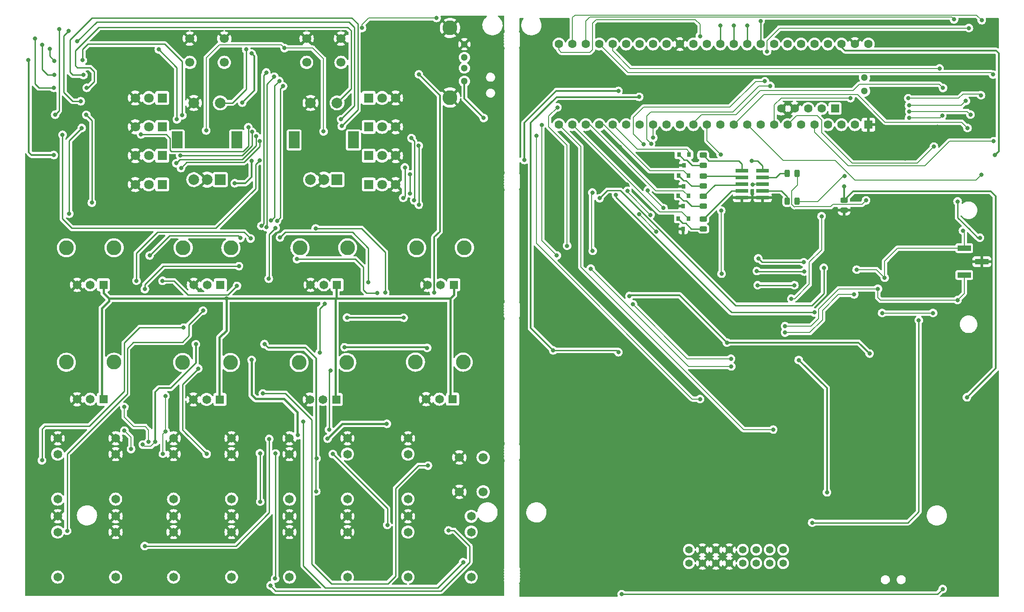
<source format=gbr>
%TF.GenerationSoftware,KiCad,Pcbnew,(6.0.1-0)*%
%TF.CreationDate,2022-04-07T21:47:18+00:00*%
%TF.ProjectId,fjol,666a6f6c-2e6b-4696-9361-645f70636258,rev?*%
%TF.SameCoordinates,Original*%
%TF.FileFunction,Copper,L2,Bot*%
%TF.FilePolarity,Positive*%
%FSLAX46Y46*%
G04 Gerber Fmt 4.6, Leading zero omitted, Abs format (unit mm)*
G04 Created by KiCad (PCBNEW (6.0.1-0)) date 2022-04-07 21:47:18*
%MOMM*%
%LPD*%
G01*
G04 APERTURE LIST*
G04 Aperture macros list*
%AMRoundRect*
0 Rectangle with rounded corners*
0 $1 Rounding radius*
0 $2 $3 $4 $5 $6 $7 $8 $9 X,Y pos of 4 corners*
0 Add a 4 corners polygon primitive as box body*
4,1,4,$2,$3,$4,$5,$6,$7,$8,$9,$2,$3,0*
0 Add four circle primitives for the rounded corners*
1,1,$1+$1,$2,$3*
1,1,$1+$1,$4,$5*
1,1,$1+$1,$6,$7*
1,1,$1+$1,$8,$9*
0 Add four rect primitives between the rounded corners*
20,1,$1+$1,$2,$3,$4,$5,0*
20,1,$1+$1,$4,$5,$6,$7,0*
20,1,$1+$1,$6,$7,$8,$9,0*
20,1,$1+$1,$8,$9,$2,$3,0*%
G04 Aperture macros list end*
%TA.AperFunction,ComponentPad*%
%ADD10C,1.650000*%
%TD*%
%TA.AperFunction,ComponentPad*%
%ADD11C,1.300000*%
%TD*%
%TA.AperFunction,ComponentPad*%
%ADD12C,2.800000*%
%TD*%
%TA.AperFunction,SMDPad,CuDef*%
%ADD13R,2.400000X0.740000*%
%TD*%
%TA.AperFunction,ComponentPad*%
%ADD14R,1.600000X1.600000*%
%TD*%
%TA.AperFunction,ComponentPad*%
%ADD15C,1.600000*%
%TD*%
%TA.AperFunction,SMDPad,CuDef*%
%ADD16RoundRect,0.243750X0.243750X0.456250X-0.243750X0.456250X-0.243750X-0.456250X0.243750X-0.456250X0*%
%TD*%
%TA.AperFunction,ComponentPad*%
%ADD17R,1.650000X1.650000*%
%TD*%
%TA.AperFunction,ComponentPad*%
%ADD18C,2.794000*%
%TD*%
%TA.AperFunction,SMDPad,CuDef*%
%ADD19RoundRect,0.243750X0.456250X-0.243750X0.456250X0.243750X-0.456250X0.243750X-0.456250X-0.243750X0*%
%TD*%
%TA.AperFunction,SMDPad,CuDef*%
%ADD20R,2.510000X1.000000*%
%TD*%
%TA.AperFunction,SMDPad,CuDef*%
%ADD21R,0.800000X0.900000*%
%TD*%
%TA.AperFunction,SMDPad,CuDef*%
%ADD22RoundRect,0.243750X-0.456250X0.243750X-0.456250X-0.243750X0.456250X-0.243750X0.456250X0.243750X0*%
%TD*%
%TA.AperFunction,ComponentPad*%
%ADD23C,1.700000*%
%TD*%
%TA.AperFunction,ComponentPad*%
%ADD24C,1.422400*%
%TD*%
%TA.AperFunction,ComponentPad*%
%ADD25R,2.000000X2.000000*%
%TD*%
%TA.AperFunction,ComponentPad*%
%ADD26C,2.000000*%
%TD*%
%TA.AperFunction,ComponentPad*%
%ADD27R,2.000000X3.200000*%
%TD*%
%TA.AperFunction,ComponentPad*%
%ADD28R,1.800000X1.800000*%
%TD*%
%TA.AperFunction,ComponentPad*%
%ADD29C,1.800000*%
%TD*%
%TA.AperFunction,ViaPad*%
%ADD30C,0.800000*%
%TD*%
%TA.AperFunction,Conductor*%
%ADD31C,0.250000*%
%TD*%
%TA.AperFunction,Conductor*%
%ADD32C,0.304800*%
%TD*%
%TA.AperFunction,Conductor*%
%ADD33C,0.203200*%
%TD*%
%TA.AperFunction,Conductor*%
%ADD34C,0.254000*%
%TD*%
%TA.AperFunction,Conductor*%
%ADD35C,0.406400*%
%TD*%
G04 APERTURE END LIST*
D10*
%TO.P,CV-RAT1,P$1_TIP,TIP*%
%TO.N,Net-(CV-RAT1-PadP$1_TIP)*%
X141912082Y-157358929D03*
%TO.P,CV-RAT1,P$2_SWITCH,SWITCH*%
%TO.N,GND*%
X141912082Y-148858929D03*
%TO.P,CV-RAT1,P$3_SLEEVE,SLEEVE*%
X141912082Y-145858929D03*
%TD*%
%TO.P,CV-REL1,P$1_TIP,TIP*%
%TO.N,Net-(CV-REL1-PadP$1_TIP)*%
X109100602Y-157358929D03*
%TO.P,CV-REL1,P$2_SWITCH,SWITCH*%
%TO.N,GND*%
X109100602Y-148858929D03*
%TO.P,CV-REL1,P$3_SLEEVE,SLEEVE*%
X109100602Y-145858929D03*
%TD*%
%TO.P,CV-PM1,P$1_TIP,TIP*%
%TO.N,Net-(CV-PM1-PadP$1_TIP)*%
X152849242Y-157358929D03*
%TO.P,CV-PM1,P$2_SWITCH,SWITCH*%
%TO.N,GND*%
X152849242Y-148858929D03*
%TO.P,CV-PM1,P$3_SLEEVE,SLEEVE*%
X152849242Y-145858929D03*
%TD*%
%TO.P,CV-RAT2,P$1_TIP,TIP*%
%TO.N,Net-(CV-RAT2-PadP$1_TIP)*%
X120037762Y-157358929D03*
%TO.P,CV-RAT2,P$2_SWITCH,SWITCH*%
%TO.N,GND*%
X120037762Y-148858929D03*
%TO.P,CV-RAT2,P$3_SLEEVE,SLEEVE*%
X120037762Y-145858929D03*
%TD*%
%TO.P,CV-PM2,P$1_TIP,TIP*%
%TO.N,Net-(CV-PM2-PadP$1_TIP)*%
X130974922Y-157358929D03*
%TO.P,CV-PM2,P$2_SWITCH,SWITCH*%
%TO.N,GND*%
X130974922Y-148858929D03*
%TO.P,CV-PM2,P$3_SLEEVE,SLEEVE*%
X130974922Y-145858929D03*
%TD*%
%TO.P,LEFT-OUT1,P$1_TIP,TIP*%
%TO.N,Net-(LEFT-OUT1-PadP$1_TIP)*%
X98163438Y-142626929D03*
%TO.P,LEFT-OUT1,P$2_SWITCH,SWITCH*%
%TO.N,unconnected-(LEFT-OUT1-PadP$2_SWITCH)*%
X98163438Y-134126929D03*
%TO.P,LEFT-OUT1,P$3_SLEEVE,SLEEVE*%
%TO.N,GND*%
X98163438Y-131126929D03*
%TD*%
%TO.P,GATE-OUT1,P$1_TIP,TIP*%
%TO.N,Net-(GATE-OUT1-PadP$1_TIP)*%
X164286402Y-142626929D03*
%TO.P,GATE-OUT1,P$2_SWITCH,SWITCH*%
%TO.N,unconnected-(GATE-OUT1-PadP$2_SWITCH)*%
X164286402Y-134126929D03*
%TO.P,GATE-OUT1,P$3_SLEEVE,SLEEVE*%
%TO.N,GND*%
X164286402Y-131126929D03*
%TD*%
%TO.P,RIGHT-OUT1,P$1_TIP,TIP*%
%TO.N,Net-(R55-Pad1)*%
X98163438Y-157346180D03*
%TO.P,RIGHT-OUT1,P$2_SWITCH,SWITCH*%
%TO.N,unconnected-(RIGHT-OUT1-PadP$2_SWITCH)*%
X98163438Y-148846180D03*
%TO.P,RIGHT-OUT1,P$3_SLEEVE,SLEEVE*%
%TO.N,GND*%
X98163438Y-145846180D03*
%TD*%
D11*
%TO.P,X1,1,1*%
%TO.N,5V_USB*%
X174922838Y-63652780D03*
%TO.P,X1,2,2*%
%TO.N,D-_F*%
X174922838Y-61152780D03*
%TO.P,X1,3,3*%
%TO.N,D+_F*%
X174922838Y-59152780D03*
%TO.P,X1,4,4*%
%TO.N,GND*%
X174922838Y-56652780D03*
D12*
%TO.P,X1,M1,S1*%
X172212838Y-53582780D03*
%TO.P,X1,M2,S2*%
X172212838Y-66722780D03*
%TD*%
D10*
%TO.P,CV-CTL2,P$1_TIP,TIP*%
%TO.N,Net-(CV-CTL2-PadP$1_TIP)*%
X130974922Y-142626929D03*
%TO.P,CV-CTL2,P$2_SWITCH,SWITCH*%
%TO.N,GND*%
X130974922Y-134126929D03*
%TO.P,CV-CTL2,P$3_SLEEVE,SLEEVE*%
X130974922Y-131126929D03*
%TD*%
%TO.P,cv-cutoff1,P$1_TIP,TIP*%
%TO.N,Net-(R14-Pad2)*%
X141912082Y-142626929D03*
%TO.P,cv-cutoff1,P$2_SWITCH,SWITCH*%
%TO.N,GND*%
X141912082Y-134126929D03*
%TO.P,cv-cutoff1,P$3_SLEEVE,SLEEVE*%
X141912082Y-131126929D03*
%TD*%
D13*
%TO.P,J2,1,Pin_1*%
%TO.N,exp-voct1*%
X231235800Y-80568800D03*
%TO.P,J2,2,Pin_2*%
%TO.N,exp-gate1*%
X227335800Y-80568800D03*
%TO.P,J2,3,Pin_3*%
%TO.N,exp-voct2*%
X231235800Y-81838800D03*
%TO.P,J2,4,Pin_4*%
%TO.N,exp-gate2*%
X227335800Y-81838800D03*
%TO.P,J2,5,Pin_5*%
%TO.N,exp-voct3*%
X231235800Y-83108800D03*
%TO.P,J2,6,Pin_6*%
%TO.N,exp-gate3*%
X227335800Y-83108800D03*
%TO.P,J2,7,Pin_7*%
%TO.N,exp-voct4*%
X231235800Y-84378800D03*
%TO.P,J2,8,Pin_8*%
%TO.N,exp-gate4*%
X227335800Y-84378800D03*
%TO.P,J2,9,Pin_9*%
%TO.N,GND1*%
X231235800Y-85648800D03*
%TO.P,J2,10,Pin_10*%
X227335800Y-85648800D03*
%TD*%
D14*
%TO.P,U7,1,GND*%
%TO.N,GND1*%
X251180600Y-71856600D03*
D15*
%TO.P,U7,2,0_RX1_CRX2_CS1*%
%TO.N,MIDI-RX*%
X248640600Y-71856600D03*
%TO.P,U7,3,1_TX1_CTX2_MISO1*%
%TO.N,unconnected-(U7-Pad3)*%
X246100600Y-71856600D03*
%TO.P,U7,4,2_OUT2*%
%TO.N,blank*%
X243560600Y-71856600D03*
%TO.P,U7,5,3_LRCLK2*%
%TO.N,xlat*%
X241020600Y-71856600D03*
%TO.P,U7,6,4_BCLK2*%
%TO.N,unconnected-(U7-Pad6)*%
X238480600Y-71856600D03*
%TO.P,U7,7,5_IN2*%
%TO.N,gsclk*%
X235940600Y-71856600D03*
%TO.P,U7,8,6_OUT1D*%
%TO.N,sin*%
X233400600Y-71856600D03*
%TO.P,U7,9,7_RX2_OUT1A*%
%TO.N,SDATA*%
X230860600Y-71856600D03*
%TO.P,U7,10,8_TX2_IN1*%
%TO.N,switch1_sw*%
X228320600Y-71856600D03*
%TO.P,U7,11,9_OUT1C*%
%TO.N,sclkLED*%
X225780600Y-71856600D03*
%TO.P,U7,12,10_CS_MQSR*%
%TO.N,switch2_sw*%
X223240600Y-71856600D03*
%TO.P,U7,13,11_MOSI_CTX1*%
%TO.N,GATE*%
X220700600Y-71856600D03*
%TO.P,U7,14,12_MISO_MQSL*%
%TO.N,ctl1_sw*%
X218160600Y-71856600D03*
%TO.P,U7,15,3V3*%
%TO.N,unconnected-(U7-Pad15)*%
X215620600Y-71856600D03*
%TO.P,U7,16,24_A10_TX6_SCL2*%
%TO.N,voct1*%
X213080600Y-71856600D03*
%TO.P,U7,17,25_A11_RX6_SDA2*%
%TO.N,voct2*%
X210540600Y-71856600D03*
%TO.P,U7,18,26_A12_MOSI1*%
%TO.N,voct3*%
X208000600Y-71856600D03*
%TO.P,U7,19,27_A13_SCK1*%
%TO.N,voct4*%
X205460600Y-71856600D03*
%TO.P,U7,20,28_RX7*%
%TO.N,gate1*%
X202920600Y-71856600D03*
%TO.P,U7,21,29_TX7*%
%TO.N,gate2*%
X200380600Y-71856600D03*
%TO.P,U7,22,30_CRX3*%
%TO.N,gate3*%
X197840600Y-71856600D03*
%TO.P,U7,23,31_CTX3*%
%TO.N,gate4*%
X195300600Y-71856600D03*
%TO.P,U7,24,32_OUT1B*%
%TO.N,midi_sw*%
X192760600Y-71856600D03*
%TO.P,U7,25,33_MCLK2*%
%TO.N,ctl2_sw*%
X192760600Y-56616600D03*
%TO.P,U7,26,34_RX8*%
%TO.N,ctl2_enc_B*%
X195300600Y-56616600D03*
%TO.P,U7,27,35_TX8*%
%TO.N,ctl2_enc_A*%
X197840600Y-56616600D03*
%TO.P,U7,28,36_CS*%
%TO.N,ctl1_enc_B*%
X200380600Y-56616600D03*
%TO.P,U7,29,37_CS*%
%TO.N,ctl1_enc_A*%
X202920600Y-56616600D03*
%TO.P,U7,30,38_CS1_IN1*%
%TO.N,CONTROL2_CV*%
X205460600Y-56616600D03*
%TO.P,U7,31,39_MISO1_OUT1A*%
%TO.N,envelope*%
X208000600Y-56616600D03*
%TO.P,U7,32,40_A16*%
%TO.N,CONTROL1_CV*%
X210540600Y-56616600D03*
%TO.P,U7,33,41_A17*%
%TO.N,CONTROL3*%
X213080600Y-56616600D03*
%TO.P,U7,34,GND*%
%TO.N,GND1*%
X215620600Y-56616600D03*
%TO.P,U7,35,13_SCK_LED*%
%TO.N,unconnected-(U7-Pad35)*%
X218160600Y-56616600D03*
%TO.P,U7,36,14_A0_TX3_SPDIF_OUT*%
%TO.N,cutoff*%
X220700600Y-56616600D03*
%TO.P,U7,37,15_A1_RX3_SPDIF_IN*%
%TO.N,ATTACK*%
X223240600Y-56616600D03*
%TO.P,U7,38,16_A2_RX4_SCL1*%
%TO.N,RELEASE*%
X225780600Y-56616600D03*
%TO.P,U7,39,17_A3_TX4_SDA1*%
%TO.N,PM2*%
X228320600Y-56616600D03*
%TO.P,U7,40,18_A4_SDA*%
%TO.N,PM1*%
X230860600Y-56616600D03*
%TO.P,U7,41,19_A5_SCL*%
%TO.N,RATIO2*%
X233400600Y-56616600D03*
%TO.P,U7,42,20_A6_TX5_LRCLK1*%
%TO.N,LRCLK*%
X235940600Y-56616600D03*
%TO.P,U7,43,21_A7_RX5_BCLK1*%
%TO.N,SCLK*%
X238480600Y-56616600D03*
%TO.P,U7,44,22_A8_CTX1*%
%TO.N,RATIO1*%
X241020600Y-56616600D03*
%TO.P,U7,45,23_A9_CRX1_MCLK1*%
%TO.N,MCLK*%
X243560600Y-56616600D03*
%TO.P,U7,46,3V3*%
%TO.N,+3.3V*%
X246100600Y-56616600D03*
%TO.P,U7,47,GND*%
%TO.N,GND1*%
X248640600Y-56616600D03*
%TO.P,U7,48,VIN*%
%TO.N,+5V*%
X251180600Y-56616600D03*
D14*
%TO.P,U7,55,5V*%
%TO.N,unconnected-(U7-Pad55)*%
X244881400Y-68805800D03*
D15*
%TO.P,U7,56,D-*%
%TO.N,D-*%
X242341400Y-68805800D03*
%TO.P,U7,57,D+*%
%TO.N,D+*%
X239801400Y-68805800D03*
%TO.P,U7,58,GND*%
%TO.N,GND1*%
X237261400Y-68805800D03*
%TO.P,U7,59,GND*%
X234721400Y-68805800D03*
D11*
%TO.P,U7,66,D-*%
%TO.N,unconnected-(U7-Pad66)*%
X250450600Y-62966600D03*
%TO.P,U7,67,D+*%
%TO.N,unconnected-(U7-Pad67)*%
X250450600Y-65506600D03*
%TD*%
D16*
%TO.P,R59,1*%
%TO.N,Net-(C47-Pad2)*%
X237739400Y-81076800D03*
%TO.P,R59,2*%
%TO.N,exp-voct2*%
X235864400Y-81076800D03*
%TD*%
%TO.P,R61,1*%
%TO.N,Net-(C48-Pad2)*%
X237739400Y-86309200D03*
%TO.P,R61,2*%
%TO.N,exp-voct4*%
X235864400Y-86309200D03*
%TD*%
D17*
%TO.P,ATTACK1,1,1*%
%TO.N,-10V_F*%
X172700338Y-123732280D03*
D10*
%TO.P,ATTACK1,2,2*%
%TO.N,Net-(ATTACK1-Pad2)*%
X170200338Y-123732280D03*
%TO.P,ATTACK1,3,3*%
%TO.N,GND*%
X167700338Y-123732280D03*
D18*
%TO.P,ATTACK1,CHASSIS1*%
%TO.N,N/C*%
X174700338Y-116732280D03*
%TO.P,ATTACK1,CHASSIS2*%
X165700338Y-116732280D03*
%TD*%
D19*
%TO.P,C49,1*%
%TO.N,GND1*%
X246608600Y-88036400D03*
%TO.P,C49,2*%
%TO.N,+3.3VA*%
X246608600Y-86161400D03*
%TD*%
D17*
%TO.P,cutoff1,1,1*%
%TO.N,-10V_F*%
X128768338Y-123795780D03*
D10*
%TO.P,cutoff1,2,2*%
%TO.N,Net-(R11-Pad2)*%
X126268338Y-123795780D03*
%TO.P,cutoff1,3,3*%
%TO.N,GND*%
X123768338Y-123795780D03*
D18*
%TO.P,cutoff1,CHASSIS1*%
%TO.N,N/C*%
X130768338Y-116795780D03*
%TO.P,cutoff1,CHASSIS2*%
X121768338Y-116795780D03*
%TD*%
D20*
%TO.P,J4,1,Pin_1*%
%TO.N,RIGHT-OUT*%
X269290800Y-95199200D03*
%TO.P,J4,2,Pin_2*%
%TO.N,GND1*%
X272600800Y-97739200D03*
%TO.P,J4,3,Pin_3*%
%TO.N,LEFT-OUT*%
X269290800Y-100279200D03*
%TD*%
D21*
%TO.P,Q2,1,B*%
%TO.N,Net-(Q2-Pad1)*%
X215422400Y-77533500D03*
%TO.P,Q2,2,C*%
%TO.N,gate1*%
X217322400Y-77533500D03*
%TO.P,Q2,3,E*%
%TO.N,GND1*%
X216372400Y-79533500D03*
%TD*%
%TO.P,Q3,1,B*%
%TO.N,Net-(Q3-Pad1)*%
X215295400Y-85280500D03*
%TO.P,Q3,2,C*%
%TO.N,gate3*%
X217195400Y-85280500D03*
%TO.P,Q3,3,E*%
%TO.N,GND1*%
X216245400Y-87280500D03*
%TD*%
%TO.P,Q4,1,B*%
%TO.N,Net-(Q4-Pad1)*%
X215356400Y-81486500D03*
%TO.P,Q4,2,C*%
%TO.N,gate2*%
X217256400Y-81486500D03*
%TO.P,Q4,3,E*%
%TO.N,GND1*%
X216306400Y-83486500D03*
%TD*%
%TO.P,Q5,1,B*%
%TO.N,Net-(Q5-Pad1)*%
X215290400Y-89598500D03*
%TO.P,Q5,2,C*%
%TO.N,gate4*%
X217190400Y-89598500D03*
%TO.P,Q5,3,E*%
%TO.N,GND1*%
X216240400Y-91598500D03*
%TD*%
D22*
%TO.P,R46,1*%
%TO.N,exp-gate1*%
X219989400Y-77627000D03*
%TO.P,R46,2*%
%TO.N,Net-(Q2-Pad1)*%
X219989400Y-79502000D03*
%TD*%
%TO.P,R47,1*%
%TO.N,exp-gate3*%
X220052900Y-85374000D03*
%TO.P,R47,2*%
%TO.N,Net-(Q3-Pad1)*%
X220052900Y-87249000D03*
%TD*%
%TO.P,R56,1*%
%TO.N,exp-gate2*%
X220052900Y-81597500D03*
%TO.P,R56,2*%
%TO.N,Net-(Q4-Pad1)*%
X220052900Y-83472500D03*
%TD*%
%TO.P,R57,1*%
%TO.N,exp-gate4*%
X220052900Y-89662000D03*
%TO.P,R57,2*%
%TO.N,Net-(Q5-Pad1)*%
X220052900Y-91537000D03*
%TD*%
D17*
%TO.P,RELEASE1,1,1*%
%TO.N,-10V_F*%
X150734338Y-123795780D03*
D10*
%TO.P,RELEASE1,2,2*%
%TO.N,Net-(R23-Pad2)*%
X148234338Y-123795780D03*
%TO.P,RELEASE1,3,3*%
%TO.N,GND*%
X145734338Y-123795780D03*
D18*
%TO.P,RELEASE1,CHASSIS1*%
%TO.N,N/C*%
X152734338Y-116795780D03*
%TO.P,RELEASE1,CHASSIS2*%
X143734338Y-116795780D03*
%TD*%
D23*
%TO.P,sw-midi1,1,A*%
%TO.N,midi_sw-F*%
X178473562Y-141246180D03*
%TO.P,sw-midi1,2,A*%
X178473562Y-134746180D03*
%TO.P,sw-midi1,3,B*%
%TO.N,GND*%
X173973562Y-141246180D03*
%TO.P,sw-midi1,4,B*%
X173973562Y-134746180D03*
%TD*%
D17*
%TO.P,CTL2,1,1*%
%TO.N,-10V_F*%
X106802338Y-123747280D03*
D10*
%TO.P,CTL2,2,2*%
%TO.N,Net-(CTL2-Pad2)*%
X104302338Y-123747280D03*
%TO.P,CTL2,3,3*%
%TO.N,GND*%
X101802338Y-123747280D03*
D18*
%TO.P,CTL2,CHASSIS1*%
%TO.N,N/C*%
X108802338Y-116747280D03*
%TO.P,CTL2,CHASSIS2*%
X99802338Y-116747280D03*
%TD*%
D10*
%TO.P,MIDI-IN1,P$1_TIP,LEFT*%
%TO.N,Net-(L8-Pad2)*%
X176223562Y-157358929D03*
%TO.P,MIDI-IN1,P$2_SWITCH,RIGHT*%
%TO.N,Net-(L9-Pad2)*%
X176223562Y-148858929D03*
%TO.P,MIDI-IN1,P$3_SLEEVE,SLEEVE*%
%TO.N,Net-(C46-Pad2)*%
X176223562Y-145858929D03*
%TD*%
%TO.P,MIDI-THRU1,P$1_TIP,LEFT*%
%TO.N,Net-(L10-Pad2)*%
X164286402Y-157358929D03*
%TO.P,MIDI-THRU1,P$2_SWITCH,RIGHT*%
%TO.N,Net-(L11-Pad2)*%
X164286402Y-148858929D03*
%TO.P,MIDI-THRU1,P$3_SLEEVE,SLEEVE*%
%TO.N,GND*%
X164286402Y-145858929D03*
%TD*%
D24*
%TO.P,J1,1,Pin_1*%
%TO.N,Net-(J1-Pad1)*%
X217322400Y-152196800D03*
%TO.P,J1,2,Pin_2*%
X217322400Y-154736800D03*
%TO.P,J1,3,Pin_3*%
%TO.N,GND1*%
X219862400Y-152196800D03*
%TO.P,J1,4,Pin_4*%
X219862400Y-154736800D03*
%TO.P,J1,5,Pin_5*%
X222402400Y-152196800D03*
%TO.P,J1,6,Pin_6*%
X222402400Y-154736800D03*
%TO.P,J1,7,Pin_7*%
X224942400Y-152196800D03*
%TO.P,J1,8,Pin_8*%
X224942400Y-154736800D03*
%TO.P,J1,9,Pin_9*%
%TO.N,Net-(J1-Pad10)*%
X227482400Y-152196800D03*
%TO.P,J1,10,Pin_10*%
X227482400Y-154736800D03*
%TO.P,J1,11,Pin_11*%
%TO.N,Net-(J1-Pad11)*%
X230022400Y-152196800D03*
%TO.P,J1,12,Pin_12*%
X230022400Y-154736800D03*
%TO.P,J1,13,Pin_13*%
%TO.N,unconnected-(J1-Pad13)*%
X232562400Y-152196800D03*
%TO.P,J1,14,Pin_14*%
%TO.N,unconnected-(J1-Pad14)*%
X232562400Y-154736800D03*
%TO.P,J1,15,Pin_15*%
%TO.N,unconnected-(J1-Pad15)*%
X235102400Y-152196800D03*
%TO.P,J1,16,Pin_16*%
%TO.N,unconnected-(J1-Pad16)*%
X235102400Y-154736800D03*
%TD*%
D23*
%TO.P,sw-sel2,1,A*%
%TO.N,select2_sw-F*%
X123103372Y-60096180D03*
%TO.P,sw-sel2,2,A*%
X129603372Y-60096180D03*
%TO.P,sw-sel2,3,B*%
%TO.N,GND*%
X123103372Y-55596180D03*
%TO.P,sw-sel2,4,B*%
X129603372Y-55596180D03*
%TD*%
D25*
%TO.P,SW3,A,A*%
%TO.N,Net-(C39-Pad2)*%
X150895905Y-82246180D03*
D26*
%TO.P,SW3,B,B*%
%TO.N,Net-(C43-Pad2)*%
X145895905Y-82246180D03*
%TO.P,SW3,C,C*%
%TO.N,GND*%
X148395905Y-82246180D03*
D27*
%TO.P,SW3,MP*%
%TO.N,N/C*%
X153995905Y-74746180D03*
X142795905Y-74746180D03*
D26*
%TO.P,SW3,S1,S1*%
%TO.N,GND*%
X145895905Y-67746180D03*
%TO.P,SW3,S2,S2*%
%TO.N,ctl1_sw_F*%
X150895905Y-67746180D03*
%TD*%
D25*
%TO.P,SW4,A,A*%
%TO.N,Net-(C51-Pad2)*%
X128853372Y-82246180D03*
D26*
%TO.P,SW4,B,B*%
%TO.N,Net-(C52-Pad2)*%
X123853372Y-82246180D03*
%TO.P,SW4,C,C*%
%TO.N,GND*%
X126353372Y-82246180D03*
D27*
%TO.P,SW4,MP*%
%TO.N,N/C*%
X120753372Y-74746180D03*
X131953372Y-74746180D03*
D26*
%TO.P,SW4,S1,S1*%
%TO.N,GND*%
X123853372Y-67746180D03*
%TO.P,SW4,S2,S2*%
%TO.N,ctl2_sw_F*%
X128853372Y-67746180D03*
%TD*%
D10*
%TO.P,CV-CTL3,P$1_TIP,TIP*%
%TO.N,Net-(CV-CTL3-PadP$1_TIP)*%
X120037762Y-142626929D03*
%TO.P,CV-CTL3,P$2_SWITCH,SWITCH*%
%TO.N,GND*%
X120037762Y-134126929D03*
%TO.P,CV-CTL3,P$3_SLEEVE,SLEEVE*%
X120037762Y-131126929D03*
%TD*%
%TO.P,CV-CTL4,P$1_TIP,TIP*%
%TO.N,Net-(CV-CTL4-PadP$1_TIP)*%
X109100602Y-142626929D03*
%TO.P,CV-CTL4,P$2_SWITCH,SWITCH*%
%TO.N,GND*%
X109100602Y-134126929D03*
%TO.P,CV-CTL4,P$3_SLEEVE,SLEEVE*%
X109100602Y-131126929D03*
%TD*%
D28*
%TO.P,D5,1,A1*%
%TO.N,Net-(D5-Pad1)*%
X156867172Y-66821180D03*
D29*
%TO.P,D5,2,A2*%
%TO.N,Net-(D5-Pad2)*%
X159407172Y-66821180D03*
%TO.P,D5,3,K*%
%TO.N,GND*%
X161947172Y-66821180D03*
%TD*%
D28*
%TO.P,D6,1,A1*%
%TO.N,Net-(D6-Pad1)*%
X156867172Y-72271180D03*
D29*
%TO.P,D6,2,A2*%
%TO.N,Net-(D6-Pad2)*%
X159407172Y-72271180D03*
%TO.P,D6,3,K*%
%TO.N,GND*%
X161947172Y-72271180D03*
%TD*%
D28*
%TO.P,D7,1,A1*%
%TO.N,Net-(D7-Pad1)*%
X156867172Y-77721180D03*
D29*
%TO.P,D7,2,A2*%
%TO.N,Net-(D7-Pad2)*%
X159407172Y-77721180D03*
%TO.P,D7,3,K*%
%TO.N,GND*%
X161947172Y-77721180D03*
%TD*%
D28*
%TO.P,D8,1,A1*%
%TO.N,Net-(D8-Pad1)*%
X156867172Y-83171180D03*
D29*
%TO.P,D8,2,A2*%
%TO.N,Net-(D8-Pad2)*%
X159407172Y-83171180D03*
%TO.P,D8,3,K*%
%TO.N,GND*%
X161947172Y-83171180D03*
%TD*%
D28*
%TO.P,D9,1,A1*%
%TO.N,Net-(D9-Pad1)*%
X117882105Y-66821180D03*
D29*
%TO.P,D9,2,A2*%
%TO.N,Net-(D9-Pad2)*%
X115342105Y-66821180D03*
%TO.P,D9,3,K*%
%TO.N,GND*%
X112802105Y-66821180D03*
%TD*%
D28*
%TO.P,D10,1,A1*%
%TO.N,Net-(D10-Pad1)*%
X117882105Y-72271180D03*
D29*
%TO.P,D10,2,A2*%
%TO.N,Net-(D10-Pad2)*%
X115342105Y-72271180D03*
%TO.P,D10,3,K*%
%TO.N,GND*%
X112802105Y-72271180D03*
%TD*%
D28*
%TO.P,D11,1,A1*%
%TO.N,Net-(D11-Pad1)*%
X117882105Y-77721180D03*
D29*
%TO.P,D11,2,A2*%
%TO.N,Net-(D11-Pad2)*%
X115342105Y-77721180D03*
%TO.P,D11,3,K*%
%TO.N,GND*%
X112802105Y-77721180D03*
%TD*%
D28*
%TO.P,D12,1,A1*%
%TO.N,Net-(D12-Pad1)*%
X117882105Y-83171180D03*
D29*
%TO.P,D12,2,A2*%
%TO.N,Net-(D12-Pad2)*%
X115342105Y-83171180D03*
%TO.P,D12,3,K*%
%TO.N,GND*%
X112802105Y-83171180D03*
%TD*%
D23*
%TO.P,sw-sel1,1,A*%
%TO.N,switch1_sw-F*%
X145145905Y-60096180D03*
%TO.P,sw-sel1,2,A*%
X151645905Y-60096180D03*
%TO.P,sw-sel1,3,B*%
%TO.N,GND*%
X145145905Y-55596180D03*
%TO.P,sw-sel1,4,B*%
X151645905Y-55596180D03*
%TD*%
D10*
%TO.P,env-out1,P$1_TIP,TIP*%
%TO.N,Net-(R81-Pad1)*%
X152849242Y-142626929D03*
%TO.P,env-out1,P$2_SWITCH,SWITCH*%
%TO.N,unconnected-(env-out1-PadP$2_SWITCH)*%
X152849242Y-134126929D03*
%TO.P,env-out1,P$3_SLEEVE,SLEEVE*%
%TO.N,GND*%
X152849242Y-131126929D03*
%TD*%
D17*
%TO.P,PM2,1,1*%
%TO.N,-10V_F*%
X128853373Y-102133480D03*
D10*
%TO.P,PM2,2,2*%
%TO.N,Net-(PM2-Pad2)*%
X126353373Y-102133480D03*
%TO.P,PM2,3,3*%
%TO.N,GND*%
X123853373Y-102133480D03*
D18*
%TO.P,PM2,CHASSIS1*%
%TO.N,N/C*%
X130853373Y-95133480D03*
%TO.P,PM2,CHASSIS2*%
X121853373Y-95133480D03*
%TD*%
D17*
%TO.P,RATIO1,1,1*%
%TO.N,-10V_F*%
X150895905Y-102133480D03*
D10*
%TO.P,RATIO1,2,2*%
%TO.N,Net-(R28-Pad2)*%
X148395905Y-102133480D03*
%TO.P,RATIO1,3,3*%
%TO.N,GND*%
X145895905Y-102133480D03*
D18*
%TO.P,RATIO1,CHASSIS1*%
%TO.N,N/C*%
X152895905Y-95133480D03*
%TO.P,RATIO1,CHASSIS2*%
X143895905Y-95133480D03*
%TD*%
D17*
%TO.P,RATIO2,1,1*%
%TO.N,-10V_F*%
X106810838Y-102133480D03*
D10*
%TO.P,RATIO2,2,2*%
%TO.N,Net-(R17-Pad2)*%
X104310838Y-102133480D03*
%TO.P,RATIO2,3,3*%
%TO.N,GND*%
X101810838Y-102133480D03*
D18*
%TO.P,RATIO2,CHASSIS1*%
%TO.N,N/C*%
X108810838Y-95133480D03*
%TO.P,RATIO2,CHASSIS2*%
X99810838Y-95133480D03*
%TD*%
D17*
%TO.P,PM1,1,1*%
%TO.N,-10V_F*%
X172938438Y-102133480D03*
D10*
%TO.P,PM1,2,2*%
%TO.N,Net-(PM1-Pad2)*%
X170438438Y-102133480D03*
%TO.P,PM1,3,3*%
%TO.N,GND*%
X167938438Y-102133480D03*
D18*
%TO.P,PM1,CHASSIS1*%
%TO.N,N/C*%
X174938438Y-95133480D03*
%TO.P,PM1,CHASSIS2*%
X165938438Y-95133480D03*
%TD*%
D30*
%TO.N,ATTACK*%
X223215200Y-53136800D03*
X230124000Y-99517200D03*
X239064800Y-99618800D03*
%TO.N,+3.3V*%
X275100000Y-77600000D03*
X186232800Y-78536800D03*
X204012800Y-65481200D03*
%TO.N,LEFT-OUT*%
X235458000Y-109931200D03*
X252984000Y-102870000D03*
X268008100Y-105003600D03*
%TO.N,RIGHT-OUT*%
X269055850Y-91865450D03*
X235458000Y-111150400D03*
X254254000Y-100787200D03*
X248513600Y-103936800D03*
X248970800Y-99263200D03*
%TO.N,+12V*%
X240588800Y-147066000D03*
X260705600Y-108813600D03*
X243370100Y-141338300D03*
X238048800Y-116332000D03*
%TO.N,GND*%
X130701438Y-86737180D03*
X111473638Y-79142580D03*
X137051438Y-128901180D03*
X131539638Y-85594180D03*
X113988438Y-126796180D03*
X140226438Y-131441180D03*
X115438438Y-126796180D03*
X134841638Y-91029780D03*
X108832038Y-79142580D03*
%TO.N,D+_F*%
X98443438Y-53844180D03*
X97681438Y-69973180D03*
%TO.N,D-_F*%
X102507438Y-67433180D03*
X100263438Y-54121180D03*
%TO.N,+12V-F*%
X167888438Y-114046180D03*
X152313438Y-113921180D03*
X147013438Y-134946180D03*
X169213438Y-103571180D03*
X137188438Y-113321180D03*
X146963438Y-141146180D03*
X166338438Y-62346180D03*
%TO.N,D+*%
X270459200Y-69951600D03*
X258927600Y-69342000D03*
%TO.N,D-*%
X258876800Y-68224400D03*
X269595600Y-67360800D03*
%TO.N,5V_USB*%
X178580438Y-70608180D03*
%TO.N,CONTROL2_CV_F*%
X110738438Y-125221180D03*
X115334438Y-131822180D03*
%TO.N,-10V_F*%
X129988438Y-104721180D03*
%TO.N,+3.3VA*%
X224485200Y-113030000D03*
X206095600Y-104241600D03*
X269788400Y-123382800D03*
X246608600Y-83540600D03*
X251409200Y-115112800D03*
%TO.N,+5V*%
X204000000Y-114850000D03*
X265226800Y-159613600D03*
X191681100Y-114515900D03*
X207924400Y-66598800D03*
X204622400Y-160578800D03*
%TO.N,Net-(C42-Pad2)*%
X148538438Y-105696180D03*
X147638438Y-114896180D03*
%TO.N,LEFT-OUT-F*%
X95188438Y-135296180D03*
X121938438Y-110196180D03*
%TO.N,RIGHT-OUT-F*%
X125588438Y-106996180D03*
X99938438Y-148596180D03*
%TO.N,MIDI-THRU-R-F*%
X150088438Y-134096180D03*
X160388438Y-147496180D03*
%TO.N,MIDI-IN-L-F*%
X138338438Y-158946180D03*
X136388438Y-143096180D03*
X171938438Y-148546180D03*
X136338438Y-133946180D03*
%TO.N,MIDI-IN-R-F*%
X144538438Y-127996180D03*
X174688438Y-154546180D03*
%TO.N,+3.3V_F*%
X92601438Y-59686180D03*
X97427438Y-77593180D03*
X134765438Y-78736180D03*
X131590438Y-82927180D03*
X134765438Y-58416180D03*
X132987438Y-67687180D03*
%TO.N,+3.3V_F1*%
X155593438Y-53590180D03*
X148354438Y-73148180D03*
X140988438Y-57400180D03*
X169690438Y-51685180D03*
X126184938Y-72949680D03*
%TO.N,dac_left*%
X240995200Y-107340400D03*
X203555600Y-85140800D03*
%TO.N,dac_right*%
X200456800Y-85750400D03*
X242773200Y-98907600D03*
%TO.N,GATE-F*%
X168038438Y-136296180D03*
X136888438Y-122646180D03*
%TO.N,MCLK*%
X232664000Y-64516000D03*
X210175000Y-75475000D03*
%TO.N,SCLK*%
X208800000Y-75600000D03*
X231648000Y-63652400D03*
%TO.N,-10V*%
X236631800Y-104755000D03*
X242366800Y-89154000D03*
%TO.N,voct2*%
X210566000Y-74320400D03*
%TO.N,RATIO1_F*%
X140113438Y-93171180D03*
X156809638Y-101642380D03*
%TO.N,RATIO2_F*%
X134563438Y-93371180D03*
X113028572Y-101356046D03*
%TO.N,RELEASE_F*%
X143313438Y-97271180D03*
X158438438Y-103646180D03*
%TO.N,ATTACK_F*%
X146838438Y-91471180D03*
X159988438Y-103596180D03*
%TO.N,PM1_F*%
X137988438Y-100971180D03*
X139288438Y-91371180D03*
%TO.N,PM2_F*%
X117960106Y-101374512D03*
X131988438Y-102321180D03*
%TO.N,+3.3VA_F*%
X114213438Y-132321180D03*
X163463438Y-108346180D03*
X124238438Y-113346180D03*
X152763438Y-108321180D03*
X116588438Y-131821180D03*
%TO.N,RELEASE*%
X225755200Y-53136800D03*
X238975000Y-97850000D03*
X230400000Y-97125000D03*
%TO.N,PM1*%
X237225000Y-102200000D03*
X230300000Y-102200000D03*
X230835200Y-52273200D03*
%TO.N,PM2*%
X228295200Y-53136800D03*
%TO.N,GND1*%
X213563200Y-86563200D03*
X255727200Y-108915200D03*
X197967600Y-82804000D03*
X234594400Y-88341200D03*
X257962400Y-72390000D03*
X261772400Y-101041200D03*
X230378000Y-124561600D03*
X264261600Y-72237600D03*
X253238000Y-85344000D03*
X187807600Y-153162000D03*
X205130400Y-80416400D03*
X254609600Y-56134000D03*
X202750000Y-80550000D03*
X211937600Y-75438000D03*
X205650000Y-83200000D03*
X250342400Y-105003600D03*
X216306400Y-55219600D03*
X255473200Y-113842800D03*
X188163200Y-159461200D03*
X206552800Y-139852400D03*
X252933200Y-71983600D03*
X204250000Y-76050000D03*
X213410800Y-78740000D03*
X257962400Y-75082400D03*
X243789200Y-102565200D03*
X200660000Y-88595200D03*
X257860800Y-56184800D03*
X264210800Y-74980800D03*
X221335600Y-67259200D03*
X216611200Y-59893200D03*
X258114800Y-78232000D03*
X213918800Y-82854800D03*
X220218000Y-140309600D03*
X214376000Y-74117200D03*
X204050000Y-83150000D03*
%TO.N,Net-(C22-Pad1)*%
X199085200Y-84683600D03*
X199136000Y-95707200D03*
%TO.N,Net-(C30-Pad2)*%
X263398000Y-107442000D03*
X253796800Y-107442000D03*
%TO.N,Net-(C31-Pad2)*%
X268033500Y-86360000D03*
X272237200Y-93218000D03*
%TO.N,Net-(C32-Pad2)*%
X124688438Y-117946180D03*
X126288438Y-134096180D03*
%TO.N,Net-(C38-Pad2)*%
X138088438Y-131246180D03*
X114588438Y-151496180D03*
X149388438Y-129496180D03*
X149648338Y-118286280D03*
%TO.N,Net-(C47-Pad2)*%
X250748800Y-86156800D03*
%TO.N,exp-voct3*%
X229336600Y-83210400D03*
%TO.N,exp-voct1*%
X229209600Y-78689200D03*
%TO.N,euro-5V_f*%
X134765438Y-116328180D03*
X149116438Y-131187180D03*
X160292438Y-128393180D03*
X143528438Y-130552180D03*
%TO.N,Net-(C48-Pad2)*%
X246735600Y-81534000D03*
%TO.N,Net-(C8-Pad2)*%
X110738438Y-129671180D03*
X112000938Y-133158680D03*
%TO.N,Net-(C9-Pad2)*%
X118513438Y-129846180D03*
X118488438Y-123121180D03*
X118013438Y-134046180D03*
%TO.N,sclkLED-f*%
X102688438Y-72496180D03*
X100338438Y-88696180D03*
%TO.N,gsclk-f*%
X99078438Y-73783180D03*
X136289438Y-78609180D03*
%TO.N,GATE*%
X223418400Y-88087200D03*
X223316800Y-77470000D03*
X223469200Y-100025200D03*
%TO.N,sin*%
X247802400Y-66852800D03*
X258724400Y-66852800D03*
X272440400Y-66294000D03*
%TO.N,xlat*%
X274777200Y-74980800D03*
%TO.N,gsclk*%
X263550400Y-75996800D03*
%TO.N,led1_g*%
X136619638Y-90978980D03*
X137538438Y-61996180D03*
%TO.N,led1_r*%
X137584838Y-91232980D03*
X139038438Y-62796180D03*
%TO.N,led2_g*%
X138448438Y-89962980D03*
X139988438Y-63596180D03*
%TO.N,led2_r*%
X139566038Y-90013780D03*
X140688438Y-64596180D03*
%TO.N,led3_g*%
X166338438Y-86996180D03*
X166288438Y-75846180D03*
%TO.N,led3_r*%
X164938438Y-74396180D03*
X165438438Y-86146180D03*
%TO.N,led4_g*%
X164688438Y-84846180D03*
X164638438Y-81246180D03*
%TO.N,led4_r*%
X163388438Y-85696180D03*
X163688438Y-79946180D03*
%TO.N,led7_g*%
X134138438Y-72346180D03*
X113888438Y-73696180D03*
%TO.N,led7_r*%
X121288438Y-77696180D03*
X134838438Y-73196180D03*
%TO.N,led8_g*%
X135588438Y-74046180D03*
X120538438Y-79146180D03*
%TO.N,led8_r*%
X121438438Y-80046180D03*
X136288438Y-74996180D03*
%TO.N,cutoff_f*%
X132663438Y-93271180D03*
X115513438Y-96571180D03*
%TO.N,midi_sw*%
X233222800Y-129489200D03*
%TO.N,switch1_sw*%
X272542000Y-81280000D03*
%TO.N,CONTROL3_F*%
X114613438Y-102946180D03*
X132388438Y-98596180D03*
%TO.N,midi_sw-F*%
X139188438Y-157646180D03*
X139288438Y-133996180D03*
%TO.N,ctl2_enc_B_F*%
X117239438Y-57654180D03*
X120668438Y-70862180D03*
X97554438Y-59813180D03*
X96665438Y-57527180D03*
%TO.N,ctl2_enc_A_F*%
X102888438Y-59686180D03*
X121684438Y-70100180D03*
%TO.N,ctl1_enc_B_F*%
X97554438Y-62480180D03*
X95268438Y-56765180D03*
X101872438Y-56130180D03*
X151656438Y-70862180D03*
%TO.N,envelope*%
X192379600Y-96570800D03*
X206756000Y-105816400D03*
X225247200Y-116078000D03*
X189534800Y-71882000D03*
%TO.N,ctl1_enc_A_F*%
X103015438Y-62480180D03*
X151783438Y-72132180D03*
%TO.N,ctl2_sw_F*%
X93871438Y-55622180D03*
X97427438Y-64893180D03*
X133749438Y-57654180D03*
%TO.N,ctl1_sw_F*%
X103650438Y-64893180D03*
%TO.N,CONTROL2_CV*%
X219405200Y-123698000D03*
X188518800Y-73964800D03*
%TO.N,CONTROL1_CV*%
X192481200Y-68580000D03*
X225298000Y-117551200D03*
X194310000Y-94742000D03*
X198780400Y-99060000D03*
%TO.N,ctl2_enc_B*%
X272592800Y-52120800D03*
%TO.N,ctl2_enc_A*%
X267360400Y-51968400D03*
%TO.N,ctl1_enc_B*%
X274726400Y-62382400D03*
%TO.N,ctl1_enc_A*%
X264617200Y-61214000D03*
%TO.N,ctl2_sw*%
X219405200Y-55118000D03*
X270154400Y-53594000D03*
X232054400Y-58013600D03*
%TO.N,ctl1_sw*%
X265277600Y-64922400D03*
%TO.N,sclkLED*%
X269900400Y-72491600D03*
%TO.N,blank*%
X258876800Y-70561200D03*
X265125200Y-70154800D03*
%TO.N,blank-f*%
X103548838Y-69998580D03*
X104615638Y-86610180D03*
%TO.N,Net-(U8-Pad11)*%
X211150000Y-92050000D03*
X207900000Y-88800000D03*
%TO.N,Net-(U8-Pad17)*%
X205700000Y-84350000D03*
X210050000Y-88900000D03*
%TO.N,Net-(U8-Pad16)*%
X212500000Y-87600000D03*
X209550000Y-84250000D03*
%TD*%
D31*
%TO.N,ATTACK*%
X230225600Y-99618800D02*
X230124000Y-99517200D01*
X223215200Y-56591200D02*
X223240600Y-56616600D01*
X239064800Y-99618800D02*
X230225600Y-99618800D01*
X223215200Y-53136800D02*
X223215200Y-56591200D01*
D32*
%TO.N,+3.3V*%
X186232800Y-78536800D02*
X186232800Y-71526400D01*
X275285200Y-57861200D02*
X246786400Y-57861200D01*
X192278000Y-65481200D02*
X204012800Y-65481200D01*
X246100600Y-57175400D02*
X246100600Y-56616600D01*
X246786400Y-57861200D02*
X246100600Y-57175400D01*
X275793200Y-58369200D02*
X275285200Y-57861200D01*
X186232800Y-71526400D02*
X192278000Y-65481200D01*
X275100000Y-77600000D02*
X275793200Y-76906800D01*
X275793200Y-76906800D02*
X275793200Y-58369200D01*
D33*
%TO.N,LEFT-OUT*%
X245618000Y-102870000D02*
X242112800Y-106375200D01*
X259842000Y-105003600D02*
X268008100Y-105003600D01*
X252984000Y-102870000D02*
X245618000Y-102870000D01*
X240334800Y-109931200D02*
X235458000Y-109931200D01*
X241808000Y-108458000D02*
X240334800Y-109931200D01*
X268008100Y-105003600D02*
X269290800Y-103720900D01*
X259842000Y-105003600D02*
X253441200Y-105003600D01*
X252984000Y-104546400D02*
X252984000Y-102870000D01*
X242112800Y-106375200D02*
X241808000Y-106680000D01*
X269290800Y-103720900D02*
X269290800Y-100279200D01*
X241808000Y-106680000D02*
X241808000Y-108458000D01*
X253441200Y-105003600D02*
X252984000Y-104546400D01*
%TO.N,RIGHT-OUT*%
X242519200Y-108762800D02*
X242519200Y-106934000D01*
X256692400Y-95199200D02*
X254254000Y-97637600D01*
X252730000Y-99263200D02*
X254254000Y-100787200D01*
X242519200Y-106934000D02*
X245516400Y-103936800D01*
X240131600Y-111150400D02*
X242468400Y-108813600D01*
X248970800Y-99263200D02*
X252730000Y-99263200D01*
X242468400Y-108813600D02*
X242519200Y-108762800D01*
X269290800Y-95199200D02*
X256692400Y-95199200D01*
X254254000Y-97637600D02*
X254254000Y-100787200D01*
X269290800Y-92100400D02*
X269055850Y-91865450D01*
X235458000Y-111150400D02*
X240131600Y-111150400D01*
X269290800Y-95199200D02*
X269290800Y-92100400D01*
X245516400Y-103936800D02*
X248513600Y-103936800D01*
D34*
%TO.N,+12V*%
X260705600Y-108813600D02*
X260705600Y-144983200D01*
D32*
X238048800Y-116332000D02*
X243370100Y-121653300D01*
D34*
X260705600Y-144983200D02*
X258622800Y-147066000D01*
X258622800Y-147066000D02*
X240588800Y-147066000D01*
D32*
X243370100Y-121653300D02*
X243370100Y-141338300D01*
D31*
%TO.N,D+_F*%
X98443438Y-53844180D02*
X98443438Y-69211180D01*
X98443438Y-69211180D02*
X97681438Y-69973180D01*
%TO.N,D-_F*%
X100983438Y-67433180D02*
X102507438Y-67433180D01*
X99332438Y-65020180D02*
X99332438Y-65782180D01*
X99332438Y-65782180D02*
X100983438Y-67433180D01*
X99332438Y-55052180D02*
X99332438Y-65020180D01*
X100263438Y-54121180D02*
X99332438Y-55052180D01*
D32*
%TO.N,+12V-F*%
X169213438Y-93121180D02*
X169213438Y-103571180D01*
X144888438Y-113996180D02*
X146963438Y-116071180D01*
X170288438Y-92046180D02*
X169213438Y-93121180D01*
X146963438Y-116071180D02*
X146963438Y-134896180D01*
X137863438Y-113996180D02*
X144888438Y-113996180D01*
X167763438Y-113921180D02*
X152313438Y-113921180D01*
X170288438Y-66296180D02*
X170288438Y-92046180D01*
X146963438Y-134896180D02*
X147013438Y-134946180D01*
D31*
X146913438Y-141096180D02*
X146963438Y-141146180D01*
X146913438Y-135046180D02*
X146913438Y-141096180D01*
D32*
X137188438Y-113321180D02*
X137863438Y-113996180D01*
X167888438Y-114046180D02*
X167763438Y-113921180D01*
X166338438Y-62346180D02*
X170288438Y-66296180D01*
D31*
X147013438Y-134946180D02*
X146913438Y-135046180D01*
D33*
%TO.N,D+*%
X269849600Y-69342000D02*
X270459200Y-69951600D01*
X258927600Y-69342000D02*
X269849600Y-69342000D01*
%TO.N,D-*%
X268732000Y-68224400D02*
X269595600Y-67360800D01*
X258876800Y-68224400D02*
X268732000Y-68224400D01*
D32*
%TO.N,5V_USB*%
X178580438Y-70608180D02*
X174922838Y-66950580D01*
X174922838Y-66950580D02*
X174922838Y-63652780D01*
D33*
%TO.N,CONTROL2_CV_F*%
X114663438Y-128871180D02*
X112463438Y-128871180D01*
X110688438Y-125271180D02*
X110738438Y-125221180D01*
X110688438Y-127096180D02*
X110688438Y-125271180D01*
X115334438Y-129542180D02*
X114663438Y-128871180D01*
X115334438Y-131822180D02*
X115334438Y-129542180D01*
X112463438Y-128871180D02*
X110688438Y-127096180D01*
D35*
%TO.N,-10V_F*%
X150737172Y-104597446D02*
X150737172Y-102133480D01*
X150663438Y-104721180D02*
X150588438Y-104796180D01*
X172263438Y-104721180D02*
X172263438Y-123295380D01*
X107863438Y-104721180D02*
X106810838Y-103668580D01*
X106513438Y-106521180D02*
X106513438Y-123458380D01*
X129988438Y-110771180D02*
X128688438Y-112071180D01*
X172263438Y-104721180D02*
X172938438Y-104046180D01*
X129988438Y-104721180D02*
X121213438Y-104721180D01*
X106810838Y-103668580D02*
X106810838Y-102133480D01*
X107863438Y-105171180D02*
X106513438Y-106521180D01*
X129988438Y-104721180D02*
X149888438Y-104721180D01*
X149888438Y-104721180D02*
X172263438Y-104721180D01*
X128688438Y-112071180D02*
X128688438Y-123715880D01*
X150588438Y-104796180D02*
X150588438Y-123649880D01*
X172938438Y-104046180D02*
X172938438Y-102133480D01*
X121213438Y-104721180D02*
X107863438Y-104721180D01*
X107863438Y-104721180D02*
X107863438Y-105171180D01*
X150613438Y-104721180D02*
X150737172Y-104597446D01*
X172263438Y-123295380D02*
X172700338Y-123732280D01*
X128688438Y-123715880D02*
X128768338Y-123795780D01*
X106513438Y-123458380D02*
X106802338Y-123747280D01*
X150588438Y-123649880D02*
X150734338Y-123795780D01*
X129988438Y-104721180D02*
X129988438Y-110771180D01*
D32*
%TO.N,+3.3VA*%
X275234400Y-117936800D02*
X275234400Y-85344000D01*
X246608600Y-86161400D02*
X246608600Y-83591398D01*
X248340400Y-84429600D02*
X246608600Y-86161400D01*
X274320000Y-84429600D02*
X248340400Y-84429600D01*
X269864600Y-123306600D02*
X275234400Y-117936800D01*
X206248000Y-104089200D02*
X215544400Y-104089200D01*
X224485200Y-113030000D02*
X249326400Y-113030000D01*
X249326400Y-113030000D02*
X251409200Y-115112800D01*
X206095600Y-104241600D02*
X206248000Y-104089200D01*
X275234400Y-85344000D02*
X274320000Y-84429600D01*
X215544400Y-104089200D02*
X224485200Y-113030000D01*
%TO.N,+5V*%
X192328800Y-66649600D02*
X187452000Y-71526400D01*
D34*
X265226800Y-159613600D02*
X264261600Y-160578800D01*
D32*
X187452000Y-110286800D02*
X191681100Y-114515900D01*
X207873600Y-66649600D02*
X192328800Y-66649600D01*
D31*
X203665900Y-114515900D02*
X191681100Y-114515900D01*
X204000000Y-114850000D02*
X203665900Y-114515900D01*
D34*
X264261600Y-160578800D02*
X204622400Y-160578800D01*
D32*
X207924400Y-66598800D02*
X207873600Y-66649600D01*
X187452000Y-71526400D02*
X187452000Y-110286800D01*
D31*
%TO.N,Net-(C42-Pad2)*%
X147638438Y-106596180D02*
X148538438Y-105696180D01*
X147638438Y-114896180D02*
X147638438Y-106596180D01*
%TO.N,LEFT-OUT-F*%
X95188438Y-129396180D02*
X95188438Y-135296180D01*
X113638438Y-110196180D02*
X110738438Y-113096180D01*
X104088438Y-128846180D02*
X95738438Y-128846180D01*
X95738438Y-128846180D02*
X95188438Y-129396180D01*
X121938438Y-110196180D02*
X113638438Y-110196180D01*
X110738438Y-113096180D02*
X110738438Y-122196180D01*
X110738438Y-122196180D02*
X104088438Y-128846180D01*
%TO.N,RIGHT-OUT-F*%
X121688438Y-112996180D02*
X112438438Y-112996180D01*
X111288438Y-114146180D02*
X111288438Y-122746180D01*
X111288438Y-122746180D02*
X99938438Y-134096180D01*
X112438438Y-112996180D02*
X111288438Y-114146180D01*
X125588438Y-106996180D02*
X122938438Y-109646180D01*
X122938438Y-109646180D02*
X122938438Y-111746180D01*
X99938438Y-134096180D02*
X99938438Y-148596180D01*
X122938438Y-111746180D02*
X121688438Y-112996180D01*
%TO.N,MIDI-THRU-R-F*%
X150088438Y-134096180D02*
X160388438Y-144396180D01*
X160388438Y-144396180D02*
X160388438Y-147496180D01*
%TO.N,MIDI-IN-L-F*%
X172988438Y-148546180D02*
X171938438Y-148546180D01*
X138338438Y-158946180D02*
X138288438Y-158996180D01*
X175938438Y-154546180D02*
X175938438Y-151496180D01*
X136338438Y-143046180D02*
X136338438Y-133946180D01*
X139288438Y-159996180D02*
X170488438Y-159996180D01*
X138288438Y-158996180D02*
X139288438Y-159996180D01*
X170488438Y-159996180D02*
X175938438Y-154546180D01*
X175938438Y-151496180D02*
X172988438Y-148546180D01*
X136388438Y-143096180D02*
X136338438Y-143046180D01*
%TO.N,MIDI-IN-R-F*%
X144538438Y-127996180D02*
X144538438Y-155196180D01*
X144538438Y-155196180D02*
X148688438Y-159346180D01*
X148688438Y-159346180D02*
X169888438Y-159346180D01*
X169888438Y-159346180D02*
X174688438Y-154546180D01*
D32*
%TO.N,+3.3V_F*%
X133622438Y-82927180D02*
X131590438Y-82927180D01*
X132987438Y-67687180D02*
X135273438Y-65401180D01*
X135273438Y-65401180D02*
X135273438Y-58924180D01*
X134765438Y-78736180D02*
X134765438Y-81784180D01*
X93236438Y-77593180D02*
X97427438Y-77593180D01*
X134765438Y-81784180D02*
X133622438Y-82927180D01*
X92601438Y-59686180D02*
X92728438Y-59813180D01*
X92728438Y-77085180D02*
X93236438Y-77593180D01*
X92728438Y-59813180D02*
X92728438Y-77085180D01*
X135273438Y-58924180D02*
X134765438Y-58416180D01*
D33*
%TO.N,+3.3V_F1*%
X155593438Y-53590180D02*
X155593438Y-52955180D01*
X128669438Y-56765180D02*
X126184938Y-59249680D01*
X155593438Y-52955180D02*
X156863438Y-51685180D01*
X140353438Y-56765180D02*
X128669438Y-56765180D01*
X126184938Y-59249680D02*
X126184938Y-72949680D01*
X140988438Y-57400180D02*
X140353438Y-56765180D01*
X148354438Y-59432180D02*
X146322438Y-57400180D01*
X148354438Y-67687180D02*
X148354438Y-59432180D01*
X146322438Y-57400180D02*
X140988438Y-57400180D01*
X148354438Y-73148180D02*
X148354438Y-67687180D01*
X156863438Y-51685180D02*
X169690438Y-51685180D01*
D31*
%TO.N,dac_left*%
X203555600Y-85547200D02*
X222605600Y-104597200D01*
X222605600Y-104597200D02*
X225348800Y-107340400D01*
X203555600Y-85140800D02*
X203555600Y-85547200D01*
X225348800Y-107340400D02*
X240995200Y-107340400D01*
%TO.N,dac_right*%
X226110800Y-106019600D02*
X240487200Y-106019600D01*
X204368400Y-84277200D02*
X212648800Y-92557600D01*
X242773200Y-103733600D02*
X242773200Y-98907600D01*
X219049600Y-98958400D02*
X226110800Y-106019600D01*
X201930000Y-84277200D02*
X204368400Y-84277200D01*
X200456800Y-85750400D02*
X201930000Y-84277200D01*
X212648800Y-92557600D02*
X219049600Y-98958400D01*
X240487200Y-106019600D02*
X242773200Y-103733600D01*
%TO.N,GATE-F*%
X160488438Y-158596180D02*
X161938438Y-157146180D01*
X141138438Y-122646180D02*
X146138438Y-127646180D01*
X161938438Y-140596180D02*
X166238438Y-136296180D01*
X149838438Y-158596180D02*
X160488438Y-158596180D01*
X161938438Y-157146180D02*
X161938438Y-140596180D01*
X146138438Y-154896180D02*
X149838438Y-158596180D01*
X146138438Y-127646180D02*
X146138438Y-154896180D01*
X166238438Y-136296180D02*
X168038438Y-136296180D01*
X136888438Y-122646180D02*
X141138438Y-122646180D01*
D33*
%TO.N,MCLK*%
X225602800Y-69443600D02*
X210159600Y-69443600D01*
X230530400Y-64516000D02*
X225602800Y-69443600D01*
X209346800Y-74646800D02*
X210175000Y-75475000D01*
X232664000Y-64516000D02*
X230530400Y-64516000D01*
X210159600Y-69443600D02*
X209346800Y-70256400D01*
X209346800Y-70256400D02*
X209346800Y-74646800D01*
%TO.N,SCLK*%
X231216200Y-63677800D02*
X231622600Y-63677800D01*
X231622600Y-63677800D02*
X231648000Y-63652400D01*
X208325000Y-75125000D02*
X208725000Y-75525000D01*
X208725000Y-75525000D02*
X208800000Y-75600000D01*
X229895400Y-63677800D02*
X225044000Y-68529200D01*
X206857600Y-73657600D02*
X208325000Y-75125000D01*
X206857600Y-70459600D02*
X206857600Y-73657600D01*
X231216200Y-63677800D02*
X229895400Y-63677800D01*
X225044000Y-68529200D02*
X208788000Y-68529200D01*
X208788000Y-68529200D02*
X206857600Y-70459600D01*
%TO.N,-10V*%
X242366800Y-95504000D02*
X240030000Y-97840800D01*
X237281400Y-104755000D02*
X236631800Y-104755000D01*
X242366800Y-89154000D02*
X242366800Y-95504000D01*
X240030000Y-102006400D02*
X237281400Y-104755000D01*
X240030000Y-97840800D02*
X240030000Y-102006400D01*
%TO.N,voct2*%
X210566000Y-74320400D02*
X210566000Y-71882000D01*
X210566000Y-71882000D02*
X210540600Y-71856600D01*
%TO.N,gate1*%
X217322400Y-76962000D02*
X217322400Y-77533500D01*
X207568800Y-76504800D02*
X216865200Y-76504800D01*
X216865200Y-76504800D02*
X217322400Y-76962000D01*
X202920600Y-71856600D02*
X207568800Y-76504800D01*
%TO.N,gate3*%
X216242900Y-84328000D02*
X217195400Y-85280500D01*
X198606600Y-71856600D02*
X211078000Y-84328000D01*
X197840600Y-71856600D02*
X198606600Y-71856600D01*
X211078000Y-84328000D02*
X216242900Y-84328000D01*
%TO.N,gate2*%
X216338700Y-80568800D02*
X217256400Y-81486500D01*
X209918800Y-80568800D02*
X216338700Y-80568800D01*
X201206600Y-71856600D02*
X209918800Y-80568800D01*
X200380600Y-71856600D02*
X201206600Y-71856600D01*
%TO.N,gate4*%
X211785200Y-88341200D02*
X215933100Y-88341200D01*
X215933100Y-88341200D02*
X217190400Y-89598500D01*
X195300600Y-71856600D02*
X211785200Y-88341200D01*
D31*
%TO.N,RATIO1_F*%
X141088438Y-92196180D02*
X140113438Y-93171180D01*
X153813438Y-92196180D02*
X141088438Y-92196180D01*
X156809638Y-101642380D02*
X156809638Y-95192380D01*
X156809638Y-95192380D02*
X153813438Y-92196180D01*
%TO.N,RATIO2_F*%
X117013438Y-92146180D02*
X133338438Y-92146180D01*
X113028572Y-96131046D02*
X117013438Y-92146180D01*
X133338438Y-92146180D02*
X134563438Y-93371180D01*
X113028572Y-101356046D02*
X113028572Y-96131046D01*
%TO.N,RELEASE_F*%
X154363438Y-97271180D02*
X143313438Y-97271180D01*
X155838438Y-103046180D02*
X155838438Y-98746180D01*
X155838438Y-98746180D02*
X154363438Y-97271180D01*
X158438438Y-103646180D02*
X156438438Y-103646180D01*
X156438438Y-103646180D02*
X155838438Y-103046180D01*
%TO.N,ATTACK_F*%
X155513438Y-91471180D02*
X146838438Y-91471180D01*
X159988438Y-103596180D02*
X159988438Y-95946180D01*
X159988438Y-95946180D02*
X155513438Y-91471180D01*
%TO.N,PM1_F*%
X138038438Y-92621180D02*
X138038438Y-100921180D01*
X138038438Y-100921180D02*
X137988438Y-100971180D01*
X139288438Y-91371180D02*
X138038438Y-92621180D01*
%TO.N,PM2_F*%
X130313438Y-103996180D02*
X131988438Y-102321180D01*
X117960106Y-101374512D02*
X120116770Y-101374512D01*
X120116770Y-101374512D02*
X122738438Y-103996180D01*
X122738438Y-103996180D02*
X130313438Y-103996180D01*
D32*
%TO.N,+3.3VA_F*%
X124238438Y-116896180D02*
X119488438Y-121646180D01*
X163463438Y-108346180D02*
X152788438Y-108346180D01*
D33*
X115738438Y-132671180D02*
X116588438Y-131821180D01*
D32*
X117288438Y-121646180D02*
X116588438Y-122346180D01*
D33*
X114563438Y-132671180D02*
X115738438Y-132671180D01*
D32*
X119488438Y-121646180D02*
X117288438Y-121646180D01*
X124238438Y-113346180D02*
X124238438Y-116896180D01*
X116588438Y-122346180D02*
X116588438Y-131821180D01*
D33*
X114213438Y-132321180D02*
X114563438Y-132671180D01*
D32*
X152788438Y-108346180D02*
X152763438Y-108321180D01*
D31*
%TO.N,RELEASE*%
X238975000Y-97850000D02*
X231125000Y-97850000D01*
X225755200Y-56591200D02*
X225780600Y-56616600D01*
X225755200Y-53136800D02*
X225755200Y-56591200D01*
X231125000Y-97850000D02*
X230400000Y-97125000D01*
%TO.N,PM1*%
X230835200Y-52273200D02*
X230835200Y-56591200D01*
X237225000Y-102200000D02*
X230300000Y-102200000D01*
X230835200Y-56591200D02*
X230860600Y-56616600D01*
%TO.N,PM2*%
X228295200Y-56591200D02*
X228320600Y-56616600D01*
X228295200Y-53136800D02*
X228295200Y-56591200D01*
D33*
%TO.N,GND1*%
X212443600Y-82143600D02*
X211293600Y-82143600D01*
X214071200Y-82854800D02*
X213360000Y-82143600D01*
D31*
X264109200Y-75082400D02*
X264210800Y-74980800D01*
X257962400Y-75082400D02*
X264109200Y-75082400D01*
D32*
X213258400Y-74117200D02*
X211937600Y-75438000D01*
D31*
X264261600Y-72237600D02*
X258114800Y-72237600D01*
D33*
X210343600Y-82143600D02*
X204250000Y-76050000D01*
X211293600Y-82143600D02*
X210343600Y-82143600D01*
D31*
X257962400Y-78079600D02*
X258114800Y-78232000D01*
D33*
X213360000Y-82143600D02*
X212443600Y-82143600D01*
D31*
X205650000Y-83200000D02*
X204100000Y-83200000D01*
D33*
X213918800Y-82854800D02*
X214071200Y-82854800D01*
D31*
X258114800Y-72237600D02*
X257962400Y-72390000D01*
D32*
X214376000Y-74117200D02*
X213258400Y-74117200D01*
D33*
X212443600Y-82143600D02*
X212441000Y-82143600D01*
D31*
X257962400Y-75082400D02*
X257962400Y-78079600D01*
X204100000Y-83200000D02*
X204050000Y-83150000D01*
D33*
%TO.N,Net-(C22-Pad1)*%
X199085200Y-84683600D02*
X198983600Y-84785200D01*
X198983600Y-84785200D02*
X198983600Y-95554800D01*
X198983600Y-95554800D02*
X199136000Y-95707200D01*
%TO.N,Net-(C30-Pad2)*%
X253796800Y-107442000D02*
X263398000Y-107442000D01*
D31*
%TO.N,Net-(C31-Pad2)*%
X268033500Y-89420700D02*
X270205200Y-91592400D01*
X271830800Y-93218000D02*
X272237200Y-93218000D01*
X268033500Y-88912700D02*
X268033500Y-89420700D01*
X268033500Y-86360000D02*
X268033500Y-88912700D01*
X270205200Y-91592400D02*
X271830800Y-93218000D01*
%TO.N,Net-(C32-Pad2)*%
X122338438Y-130146180D02*
X121688438Y-129496180D01*
X121688438Y-120946180D02*
X124688438Y-117946180D01*
X126288438Y-134096180D02*
X122338438Y-130146180D01*
X121688438Y-129496180D02*
X121688438Y-120946180D01*
%TO.N,Net-(C38-Pad2)*%
X138088438Y-145196180D02*
X131788438Y-151496180D01*
X138088438Y-131246180D02*
X138088438Y-145196180D01*
X149438438Y-118496180D02*
X149648338Y-118286280D01*
X149438438Y-129446180D02*
X149438438Y-118496180D01*
X149388438Y-129496180D02*
X149438438Y-129446180D01*
X131788438Y-151496180D02*
X114588438Y-151496180D01*
D33*
%TO.N,Net-(C47-Pad2)*%
X236728000Y-84328000D02*
X236728000Y-86868000D01*
X244516290Y-86902910D02*
X250002690Y-86902910D01*
X237794800Y-81229200D02*
X237794800Y-83261200D01*
X237297990Y-87314010D02*
X244105190Y-87314010D01*
X250002690Y-86902910D02*
X250748800Y-86156800D01*
X244105190Y-87314010D02*
X244516290Y-86902910D01*
X237845600Y-81178400D02*
X237794800Y-81229200D01*
X237794800Y-83261200D02*
X236728000Y-84328000D01*
X236728000Y-86868000D02*
X237236000Y-87376000D01*
X237236000Y-87376000D02*
X237297990Y-87314010D01*
D31*
%TO.N,exp-gate4*%
X225336100Y-84378800D02*
X227335800Y-84378800D01*
X220052900Y-89662000D02*
X225336100Y-84378800D01*
%TO.N,exp-voct4*%
X235864400Y-85445600D02*
X235864400Y-86309200D01*
X234797600Y-84378800D02*
X235864400Y-85445600D01*
X231235800Y-84378800D02*
X234797600Y-84378800D01*
%TO.N,exp-gate3*%
X222191100Y-83235800D02*
X227208800Y-83235800D01*
X222191100Y-83235800D02*
X220052900Y-85374000D01*
X227208800Y-83235800D02*
X227335800Y-83108800D01*
D33*
%TO.N,exp-voct3*%
X229438200Y-83108800D02*
X231235800Y-83108800D01*
X229336600Y-83210400D02*
X229438200Y-83108800D01*
D31*
%TO.N,exp-gate2*%
X227094500Y-81597500D02*
X227335800Y-81838800D01*
X220052900Y-81597500D02*
X227094500Y-81597500D01*
%TO.N,exp-voct2*%
X234492800Y-81076800D02*
X233730800Y-81838800D01*
X233730800Y-81838800D02*
X231235800Y-81838800D01*
X235864400Y-81076800D02*
X234492800Y-81076800D01*
D33*
X235839000Y-81254600D02*
X235864400Y-81229200D01*
D31*
%TO.N,exp-gate1*%
X221077000Y-78714600D02*
X226745800Y-78714600D01*
X219989400Y-77627000D02*
X221077000Y-78714600D01*
X226745800Y-78714600D02*
X227335800Y-79304600D01*
X227335800Y-79304600D02*
X227335800Y-80568800D01*
%TO.N,exp-voct1*%
X231235800Y-79648600D02*
X231235800Y-80568800D01*
X230276400Y-78689200D02*
X231235800Y-79648600D01*
X229209600Y-78689200D02*
X230276400Y-78689200D01*
%TO.N,Net-(Q2-Pad1)*%
X217941578Y-79502000D02*
X216925578Y-78486000D01*
X219989400Y-79502000D02*
X217941578Y-79502000D01*
X216925578Y-78486000D02*
X216374900Y-78486000D01*
X216374900Y-78486000D02*
X215422400Y-77533500D01*
%TO.N,Net-(Q3-Pad1)*%
X217814578Y-87249000D02*
X216823978Y-86258400D01*
X220052900Y-87249000D02*
X217814578Y-87249000D01*
X216823978Y-86258400D02*
X216273300Y-86258400D01*
X216273300Y-86258400D02*
X215295400Y-85280500D01*
%TO.N,Net-(Q4-Pad1)*%
X217787700Y-83472500D02*
X216712800Y-82397600D01*
X216267500Y-82397600D02*
X215356400Y-81486500D01*
X216712800Y-82397600D02*
X216267500Y-82397600D01*
X220052900Y-83472500D02*
X217787700Y-83472500D01*
%TO.N,Net-(Q5-Pad1)*%
X216717378Y-90474800D02*
X216166700Y-90474800D01*
X217779578Y-91537000D02*
X216717378Y-90474800D01*
X220052900Y-91537000D02*
X217779578Y-91537000D01*
X216166700Y-90474800D02*
X215290400Y-89598500D01*
D35*
%TO.N,euro-5V_f*%
X135527438Y-123694180D02*
X134765438Y-122932180D01*
X151910438Y-128393180D02*
X149116438Y-131187180D01*
X140861438Y-123694180D02*
X135527438Y-123694180D01*
X134765438Y-122932180D02*
X134765438Y-116328180D01*
X143528438Y-130552180D02*
X143401438Y-130425180D01*
X143401438Y-130425180D02*
X143401438Y-126234180D01*
X143401438Y-126234180D02*
X140861438Y-123694180D01*
X152164438Y-128393180D02*
X151910438Y-128393180D01*
X160292438Y-128393180D02*
X152164438Y-128393180D01*
D33*
%TO.N,Net-(C48-Pad2)*%
X237744000Y-86360000D02*
X237693200Y-86309200D01*
X246481600Y-81534000D02*
X241655600Y-86360000D01*
X241655600Y-86360000D02*
X237744000Y-86360000D01*
X246735600Y-81534000D02*
X246481600Y-81534000D01*
%TO.N,Net-(C8-Pad2)*%
X110738438Y-129671180D02*
X112000938Y-130933680D01*
X112000938Y-130933680D02*
X112000938Y-133158680D01*
%TO.N,Net-(C9-Pad2)*%
X118013438Y-130346180D02*
X118513438Y-129846180D01*
X118013438Y-134046180D02*
X118013438Y-130346180D01*
X118488438Y-129821180D02*
X118513438Y-129846180D01*
X118488438Y-123121180D02*
X118488438Y-129821180D01*
D31*
%TO.N,sclkLED-f*%
X100338438Y-74846180D02*
X102688438Y-72496180D01*
X100338438Y-88696180D02*
X100338438Y-74846180D01*
D34*
%TO.N,gsclk-f*%
X135527438Y-79371180D02*
X135527438Y-83943180D01*
X136289438Y-78609180D02*
X135527438Y-79371180D01*
X128034438Y-91436180D02*
X100856438Y-91436180D01*
X100856438Y-91436180D02*
X99078438Y-89658180D01*
X99078438Y-89658180D02*
X99078438Y-73783180D01*
X135527438Y-83943180D02*
X128034438Y-91436180D01*
D33*
%TO.N,GATE*%
X220700600Y-74853800D02*
X223316800Y-77470000D01*
X220700600Y-71856600D02*
X220700600Y-74853800D01*
X223418400Y-99974400D02*
X223469200Y-100025200D01*
X223418400Y-88087200D02*
X223418400Y-99974400D01*
%TO.N,sin*%
X267665200Y-66852800D02*
X267970000Y-66852800D01*
X247751600Y-66802000D02*
X247802400Y-66852800D01*
X268224000Y-66852800D02*
X269036800Y-66040000D01*
X233400600Y-68148200D02*
X234746800Y-66802000D01*
X258724400Y-66852800D02*
X267665200Y-66852800D01*
X234746800Y-66802000D02*
X247751600Y-66802000D01*
X269036800Y-66040000D02*
X272186400Y-66040000D01*
X272186400Y-66040000D02*
X272440400Y-66294000D01*
X233400600Y-71856600D02*
X233400600Y-68148200D01*
X267970000Y-66852800D02*
X268224000Y-66852800D01*
%TO.N,xlat*%
X247396000Y-79654400D02*
X261823200Y-79654400D01*
X241020600Y-71856600D02*
X241020600Y-73279000D01*
X261823200Y-79654400D02*
X266496800Y-74980800D01*
X266496800Y-74980800D02*
X274777200Y-74980800D01*
X241020600Y-73279000D02*
X247396000Y-79654400D01*
%TO.N,gsclk*%
X242366800Y-73355200D02*
X248107200Y-79095600D01*
X235940600Y-71856600D02*
X237642400Y-70154800D01*
X237642400Y-70154800D02*
X241503200Y-70154800D01*
X248107200Y-79095600D02*
X260451600Y-79095600D01*
X260451600Y-79095600D02*
X263550400Y-75996800D01*
X241503200Y-70154800D02*
X242366800Y-71018400D01*
X242366800Y-71018400D02*
X242366800Y-73355200D01*
D31*
%TO.N,led1_g*%
X137038438Y-62496180D02*
X137538438Y-61996180D01*
X136619638Y-90978980D02*
X137038438Y-90560180D01*
X137038438Y-90560180D02*
X137038438Y-62496180D01*
%TO.N,led1_r*%
X137635638Y-64198980D02*
X139038438Y-62796180D01*
X137635638Y-91182180D02*
X137635638Y-64198980D01*
X137584838Y-91232980D02*
X137635638Y-91182180D01*
%TO.N,led2_g*%
X138448438Y-89962980D02*
X139088438Y-89322980D01*
X139088438Y-64496180D02*
X139988438Y-63596180D01*
X139088438Y-89322980D02*
X139088438Y-64496180D01*
%TO.N,led2_r*%
X140188438Y-89391380D02*
X140188438Y-65096180D01*
X140188438Y-65096180D02*
X140688438Y-64596180D01*
X139566038Y-90013780D02*
X140188438Y-89391380D01*
%TO.N,led3_g*%
X166338438Y-75896180D02*
X166338438Y-86446180D01*
X166338438Y-86446180D02*
X166338438Y-86996180D01*
X166288438Y-75846180D02*
X166338438Y-75896180D01*
%TO.N,led3_r*%
X164938438Y-74396180D02*
X165488438Y-74946180D01*
X165488438Y-86196180D02*
X165438438Y-86146180D01*
X165488438Y-86246180D02*
X165488438Y-86196180D01*
X165488438Y-74946180D02*
X165488438Y-86246180D01*
%TO.N,led4_g*%
X164638438Y-84796180D02*
X164688438Y-84846180D01*
X164638438Y-81246180D02*
X164638438Y-84796180D01*
%TO.N,led4_r*%
X163688438Y-79946180D02*
X163688438Y-85396180D01*
X163688438Y-85396180D02*
X163388438Y-85696180D01*
%TO.N,led7_g*%
X119388438Y-76696180D02*
X119488438Y-76796180D01*
X117838438Y-73696180D02*
X118638438Y-73696180D01*
X134138438Y-75896180D02*
X134138438Y-72346180D01*
X119588438Y-76896180D02*
X133138438Y-76896180D01*
X119388438Y-74446180D02*
X119388438Y-76696180D01*
X118638438Y-73696180D02*
X119388438Y-74446180D01*
X133988438Y-76046180D02*
X134138438Y-75896180D01*
X113888438Y-73696180D02*
X117838438Y-73696180D01*
X133138438Y-76896180D02*
X133988438Y-76046180D01*
X119488438Y-76796180D02*
X119588438Y-76896180D01*
%TO.N,led7_r*%
X121288438Y-77696180D02*
X132988438Y-77696180D01*
X134838438Y-75846180D02*
X134838438Y-73196180D01*
X132988438Y-77696180D02*
X134838438Y-75846180D01*
%TO.N,led8_g*%
X132952438Y-78482180D02*
X135588438Y-75846180D01*
X135588438Y-75846180D02*
X135588438Y-74046180D01*
X120538438Y-79146180D02*
X121202438Y-78482180D01*
X121202438Y-78482180D02*
X132952438Y-78482180D01*
%TO.N,led8_r*%
X122494438Y-78990180D02*
X133294438Y-78990180D01*
X121438438Y-80046180D02*
X122494438Y-78990180D01*
X136288438Y-75996180D02*
X136288438Y-74996180D01*
X133294438Y-78990180D02*
X136288438Y-75996180D01*
%TO.N,cutoff_f*%
X119238438Y-92846180D02*
X115513438Y-96571180D01*
X132238438Y-92846180D02*
X119238438Y-92846180D01*
X132663438Y-93271180D02*
X132238438Y-92846180D01*
D33*
%TO.N,midi_sw*%
X196900800Y-90271600D02*
X196900800Y-98755200D01*
X192760600Y-71856600D02*
X196900800Y-75996800D01*
X227634800Y-129489200D02*
X233222800Y-129489200D01*
X196900800Y-98755200D02*
X227634800Y-129489200D01*
X196900800Y-75996800D02*
X196900800Y-90271600D01*
%TO.N,switch1_sw*%
X271526000Y-82296000D02*
X272542000Y-81280000D01*
X243840000Y-78638400D02*
X244957600Y-78638400D01*
X244957600Y-78638400D02*
X248615200Y-82296000D01*
X235102400Y-78638400D02*
X243840000Y-78638400D01*
X228320600Y-71856600D02*
X235102400Y-78638400D01*
X248615200Y-82296000D02*
X271526000Y-82296000D01*
D31*
%TO.N,CONTROL3_F*%
X114613438Y-102046180D02*
X118063438Y-98596180D01*
X118063438Y-98596180D02*
X132388438Y-98596180D01*
X114613438Y-102946180D02*
X114613438Y-102046180D01*
%TO.N,midi_sw-F*%
X139288438Y-157546180D02*
X139288438Y-133996180D01*
X139188438Y-157646180D02*
X139288438Y-157546180D01*
D34*
%TO.N,ctl2_enc_B_F*%
X120668438Y-70862180D02*
X120668438Y-61083180D01*
X96665438Y-58924180D02*
X97554438Y-59813180D01*
X120668438Y-61083180D02*
X117239438Y-57654180D01*
X96665438Y-57527180D02*
X96665438Y-58924180D01*
%TO.N,ctl2_enc_A_F*%
X121684438Y-70100180D02*
X121684438Y-59940180D01*
X118382438Y-56638180D02*
X103904438Y-56638180D01*
X103904438Y-56638180D02*
X102888438Y-57654180D01*
X102888438Y-57654180D02*
X102888438Y-59686180D01*
X121684438Y-59940180D02*
X118382438Y-56638180D01*
%TO.N,ctl1_enc_B_F*%
X96284438Y-62480180D02*
X95268438Y-61464180D01*
X97554438Y-62480180D02*
X96284438Y-62480180D01*
X154196438Y-53463180D02*
X153180438Y-52447180D01*
X151656438Y-70862180D02*
X154196438Y-68322180D01*
X153180438Y-52447180D02*
X105555438Y-52447180D01*
X95268438Y-61464180D02*
X95268438Y-56765180D01*
X154196438Y-68322180D02*
X154196438Y-53463180D01*
X105555438Y-52447180D02*
X101872438Y-56130180D01*
D33*
%TO.N,envelope*%
X192379600Y-96570800D02*
X189534800Y-93726000D01*
X225247200Y-116078000D02*
X217017600Y-116078000D01*
X217017600Y-116078000D02*
X206756000Y-105816400D01*
X189534800Y-93726000D02*
X189534800Y-71882000D01*
D34*
%TO.N,ctl1_enc_A_F*%
X153053438Y-70862180D02*
X154831438Y-69084180D01*
X100983438Y-62480180D02*
X103015438Y-62480180D01*
X154831438Y-52828180D02*
X153688438Y-51685180D01*
X100475438Y-61972180D02*
X100983438Y-62480180D01*
X153688438Y-51685180D02*
X104666438Y-51685180D01*
X151783438Y-72132180D02*
X153053438Y-70862180D01*
X100475438Y-55876180D02*
X100475438Y-61972180D01*
X104666438Y-51685180D02*
X100475438Y-55876180D01*
X154831438Y-69084180D02*
X154831438Y-52828180D01*
%TO.N,ctl2_sw_F*%
X93871438Y-64131180D02*
X94633438Y-64893180D01*
X93871438Y-55622180D02*
X93871438Y-64131180D01*
X131150438Y-67746180D02*
X128853372Y-67746180D01*
X133749438Y-57654180D02*
X133749438Y-65147180D01*
X128853372Y-67746180D02*
X128853372Y-66995246D01*
X94633438Y-64893180D02*
X97427438Y-64893180D01*
X133749438Y-65147180D02*
X131150438Y-67746180D01*
%TO.N,ctl1_sw_F*%
X150895905Y-67746180D02*
X153561438Y-65080647D01*
X105047438Y-61845180D02*
X105047438Y-63750180D01*
X153561438Y-54098180D02*
X152926438Y-53463180D01*
X105936438Y-53463180D02*
X101491438Y-57908180D01*
X101491438Y-60702180D02*
X101872438Y-61083180D01*
X105047438Y-63750180D02*
X103904438Y-64893180D01*
X104285438Y-61083180D02*
X105047438Y-61845180D01*
X101872438Y-61083180D02*
X104285438Y-61083180D01*
X101491438Y-57908180D02*
X101491438Y-60702180D01*
X153561438Y-65080647D02*
X153561438Y-54098180D01*
X152926438Y-53463180D02*
X105936438Y-53463180D01*
X103904438Y-64893180D02*
X103650438Y-64893180D01*
D33*
%TO.N,CONTROL2_CV*%
X188518800Y-94284800D02*
X217932000Y-123698000D01*
X188518800Y-73964800D02*
X188518800Y-94284800D01*
X217932000Y-123698000D02*
X219405200Y-123698000D01*
%TO.N,CONTROL1_CV*%
X225298000Y-117551200D02*
X217271600Y-117551200D01*
X190855600Y-70205600D02*
X192481200Y-68580000D01*
X190855600Y-72288400D02*
X190855600Y-70205600D01*
X194310000Y-75742800D02*
X190855600Y-72288400D01*
X217271600Y-117551200D02*
X198780400Y-99060000D01*
X194310000Y-94742000D02*
X194310000Y-75742800D01*
%TO.N,ctl2_enc_B*%
X195300600Y-51638200D02*
X195783200Y-51155600D01*
X271627600Y-51155600D02*
X272592800Y-52120800D01*
X195783200Y-51155600D02*
X271627600Y-51155600D01*
X195300600Y-56616600D02*
X195300600Y-51638200D01*
%TO.N,ctl2_enc_A*%
X197840600Y-52298600D02*
X198628000Y-51511200D01*
X197840600Y-56616600D02*
X197840600Y-52298600D01*
X266903200Y-51511200D02*
X267360400Y-51968400D01*
X198628000Y-51511200D02*
X266903200Y-51511200D01*
%TO.N,ctl1_enc_B*%
X205790800Y-62026800D02*
X274370800Y-62026800D01*
X200380600Y-56616600D02*
X205790800Y-62026800D01*
X274370800Y-62026800D02*
X274726400Y-62382400D01*
%TO.N,ctl1_enc_A*%
X202920600Y-56616600D02*
X202920600Y-57886600D01*
X202920600Y-57886600D02*
X206248000Y-61214000D01*
X206248000Y-61214000D02*
X264617200Y-61214000D01*
%TO.N,ctl2_sw*%
X199085200Y-52730400D02*
X199085200Y-57708800D01*
X199085200Y-57708800D02*
X198628000Y-58166000D01*
X198628000Y-58166000D02*
X193192400Y-58166000D01*
X270154400Y-53594000D02*
X234391200Y-53594000D01*
X218541600Y-52019200D02*
X199796400Y-52019200D01*
X232105200Y-55880000D02*
X232054400Y-55930800D01*
X219405200Y-52882800D02*
X218541600Y-52019200D01*
X199796400Y-52019200D02*
X199085200Y-52730400D01*
X219405200Y-55118000D02*
X219405200Y-52882800D01*
X232054400Y-55930800D02*
X232054400Y-58013600D01*
X192760600Y-57734200D02*
X192760600Y-56616600D01*
X234391200Y-53594000D02*
X232105200Y-55880000D01*
X193192400Y-58166000D02*
X192760600Y-57734200D01*
%TO.N,ctl1_sw*%
X217982800Y-71678800D02*
X219710000Y-69951600D01*
X249478800Y-64211200D02*
X264566400Y-64211200D01*
X226212400Y-69951600D02*
X230784400Y-65379600D01*
X248310400Y-65379600D02*
X249478800Y-64211200D01*
X264566400Y-64211200D02*
X265277600Y-64922400D01*
X218160600Y-71856600D02*
X217982800Y-71678800D01*
X219710000Y-69951600D02*
X226212400Y-69951600D01*
X230784400Y-65379600D02*
X248310400Y-65379600D01*
%TO.N,sclkLED*%
X248920000Y-66141600D02*
X249123200Y-66141600D01*
X247954800Y-66141600D02*
X248920000Y-66141600D01*
X254355600Y-71374000D02*
X261670800Y-71374000D01*
X268782800Y-71374000D02*
X269900400Y-72491600D01*
X231495600Y-66141600D02*
X247954800Y-66141600D01*
X261670800Y-71374000D02*
X268782800Y-71374000D01*
X225780600Y-71856600D02*
X231495600Y-66141600D01*
X249123200Y-66141600D02*
X254355600Y-71374000D01*
%TO.N,blank*%
X264718800Y-70561200D02*
X265125200Y-70154800D01*
X258876800Y-70561200D02*
X264718800Y-70561200D01*
D31*
%TO.N,blank-f*%
X104615638Y-71065380D02*
X103548838Y-69998580D01*
X104615638Y-86610180D02*
X104615638Y-71065380D01*
D33*
%TO.N,Net-(U8-Pad11)*%
X211150000Y-92050000D02*
X207900000Y-88800000D01*
%TO.N,Net-(U8-Pad17)*%
X205700000Y-84550000D02*
X210050000Y-88900000D01*
X205700000Y-84350000D02*
X205700000Y-84550000D01*
%TO.N,Net-(U8-Pad16)*%
X209550000Y-84650000D02*
X209550000Y-84250000D01*
X212500000Y-87600000D02*
X209550000Y-84650000D01*
%TD*%
%TA.AperFunction,Conductor*%
%TO.N,GND1*%
G36*
X190343370Y-72404344D02*
G01*
X190364163Y-72436200D01*
X190381022Y-72473278D01*
X190382114Y-72475680D01*
X190385927Y-72485047D01*
X190402004Y-72529581D01*
X190407299Y-72536829D01*
X190408680Y-72539427D01*
X190417515Y-72554545D01*
X190419094Y-72557014D01*
X190422808Y-72565182D01*
X190428664Y-72571978D01*
X190453715Y-72601052D01*
X190460001Y-72608969D01*
X190465148Y-72616015D01*
X190465153Y-72616020D01*
X190468025Y-72619952D01*
X190479000Y-72630927D01*
X190485358Y-72637775D01*
X190501554Y-72656571D01*
X190517887Y-72675527D01*
X190525422Y-72680411D01*
X190531666Y-72685858D01*
X190543531Y-72695458D01*
X193764595Y-75916522D01*
X193798621Y-75978834D01*
X193801500Y-76005617D01*
X193801500Y-94057566D01*
X193781498Y-94125687D01*
X193763657Y-94147590D01*
X193680740Y-94228788D01*
X193582677Y-94380954D01*
X193580268Y-94387574D01*
X193580267Y-94387575D01*
X193529891Y-94525981D01*
X193520762Y-94551063D01*
X193498073Y-94730663D01*
X193515738Y-94910826D01*
X193572879Y-95082598D01*
X193576526Y-95088620D01*
X193576527Y-95088622D01*
X193594947Y-95119037D01*
X193666656Y-95237442D01*
X193792408Y-95367661D01*
X193943885Y-95466785D01*
X193950489Y-95469241D01*
X193950491Y-95469242D01*
X193973705Y-95477875D01*
X194113558Y-95529886D01*
X194292995Y-95553828D01*
X194300006Y-95553190D01*
X194300010Y-95553190D01*
X194466255Y-95538060D01*
X194473276Y-95537421D01*
X194479976Y-95535244D01*
X194479981Y-95535243D01*
X194638744Y-95483658D01*
X194638747Y-95483657D01*
X194645443Y-95481481D01*
X194800938Y-95388787D01*
X194806032Y-95383936D01*
X194806036Y-95383933D01*
X194884404Y-95309303D01*
X194932033Y-95263947D01*
X195032211Y-95113166D01*
X195096495Y-94943938D01*
X195101149Y-94910826D01*
X195121138Y-94768597D01*
X195121139Y-94768589D01*
X195121689Y-94764673D01*
X195122006Y-94742000D01*
X195101827Y-94562101D01*
X195065244Y-94457049D01*
X195044612Y-94397802D01*
X195044610Y-94397799D01*
X195042293Y-94391144D01*
X194946364Y-94237624D01*
X194937590Y-94228788D01*
X194855094Y-94145715D01*
X194821287Y-94083285D01*
X194818500Y-94056931D01*
X194818500Y-75813873D01*
X194819855Y-75801744D01*
X194819373Y-75801705D01*
X194820093Y-75792754D01*
X194822074Y-75784000D01*
X194818742Y-75730291D01*
X194818500Y-75722489D01*
X194818500Y-75706287D01*
X194817016Y-75695922D01*
X194815987Y-75685872D01*
X194813611Y-75647581D01*
X194813611Y-75647580D01*
X194813055Y-75638622D01*
X194810007Y-75630181D01*
X194809404Y-75627267D01*
X194805185Y-75610348D01*
X194804353Y-75607502D01*
X194803080Y-75598613D01*
X194783474Y-75555491D01*
X194779666Y-75546135D01*
X194766643Y-75510063D01*
X194763595Y-75501619D01*
X194758300Y-75494371D01*
X194756914Y-75491764D01*
X194748099Y-75476677D01*
X194746506Y-75474186D01*
X194742792Y-75466018D01*
X194711882Y-75430145D01*
X194705604Y-75422238D01*
X194700447Y-75415178D01*
X194700446Y-75415176D01*
X194697575Y-75411247D01*
X194686600Y-75400272D01*
X194680242Y-75393424D01*
X194653576Y-75362476D01*
X194653571Y-75362472D01*
X194647713Y-75355673D01*
X194640181Y-75350791D01*
X194633930Y-75345338D01*
X194622074Y-75335746D01*
X193601234Y-74314906D01*
X192560283Y-73273956D01*
X192526258Y-73211644D01*
X192531322Y-73140829D01*
X192573869Y-73083993D01*
X192640389Y-73059182D01*
X192660360Y-73059340D01*
X192755125Y-73067631D01*
X192760600Y-73068110D01*
X192970977Y-73049704D01*
X192976290Y-73048280D01*
X192976292Y-73048280D01*
X193108606Y-73012827D01*
X193179583Y-73014517D01*
X193230312Y-73045439D01*
X196355395Y-76170522D01*
X196389421Y-76232834D01*
X196392300Y-76259617D01*
X196392300Y-98684128D01*
X196390945Y-98696258D01*
X196391427Y-98696297D01*
X196390707Y-98705244D01*
X196388726Y-98714000D01*
X196389282Y-98722960D01*
X196392058Y-98767708D01*
X196392300Y-98775510D01*
X196392300Y-98791713D01*
X196392936Y-98796153D01*
X196393784Y-98802078D01*
X196394813Y-98812128D01*
X196396528Y-98839764D01*
X196397745Y-98859377D01*
X196400794Y-98867823D01*
X196401393Y-98870714D01*
X196405622Y-98887680D01*
X196406448Y-98890505D01*
X196407720Y-98899387D01*
X196427322Y-98942498D01*
X196431127Y-98951847D01*
X196447204Y-98996381D01*
X196452499Y-99003629D01*
X196453880Y-99006227D01*
X196462715Y-99021345D01*
X196464294Y-99023814D01*
X196468008Y-99031982D01*
X196498093Y-99066898D01*
X196498915Y-99067852D01*
X196505201Y-99075769D01*
X196510348Y-99082815D01*
X196510353Y-99082820D01*
X196513225Y-99086752D01*
X196524200Y-99097727D01*
X196530558Y-99104574D01*
X196563087Y-99142327D01*
X196570622Y-99147211D01*
X196576866Y-99152658D01*
X196588731Y-99162258D01*
X227224980Y-129798508D01*
X227232600Y-129808045D01*
X227232969Y-129807731D01*
X227238784Y-129814564D01*
X227243576Y-129822158D01*
X227279379Y-129853778D01*
X227283916Y-129857785D01*
X227289603Y-129863131D01*
X227301055Y-129874583D01*
X227304646Y-129877274D01*
X227304648Y-129877276D01*
X227309430Y-129880860D01*
X227317273Y-129887245D01*
X227352751Y-129918578D01*
X227360878Y-129922394D01*
X227363334Y-129924007D01*
X227378337Y-129933023D01*
X227380915Y-129934434D01*
X227388096Y-129939816D01*
X227432433Y-129956437D01*
X227441748Y-129960362D01*
X227484600Y-129980481D01*
X227493475Y-129981863D01*
X227496302Y-129982727D01*
X227513179Y-129987155D01*
X227516072Y-129987791D01*
X227524485Y-129990945D01*
X227571725Y-129994456D01*
X227581744Y-129995607D01*
X227590380Y-129996952D01*
X227590384Y-129996952D01*
X227595186Y-129997700D01*
X227610710Y-129997700D01*
X227620048Y-129998047D01*
X227660790Y-130001075D01*
X227660791Y-130001075D01*
X227669741Y-130001740D01*
X227678518Y-129999866D01*
X227686769Y-129999304D01*
X227701966Y-129997700D01*
X232538583Y-129997700D01*
X232606704Y-130017702D01*
X232629219Y-130036173D01*
X232705208Y-130114861D01*
X232856685Y-130213985D01*
X232863289Y-130216441D01*
X232863291Y-130216442D01*
X232886505Y-130225075D01*
X233026358Y-130277086D01*
X233205795Y-130301028D01*
X233212806Y-130300390D01*
X233212810Y-130300390D01*
X233379055Y-130285260D01*
X233386076Y-130284621D01*
X233392776Y-130282444D01*
X233392781Y-130282443D01*
X233551544Y-130230858D01*
X233551547Y-130230857D01*
X233558243Y-130228681D01*
X233713738Y-130135987D01*
X233718832Y-130131136D01*
X233718836Y-130131133D01*
X233818553Y-130036173D01*
X233844833Y-130011147D01*
X233945011Y-129860366D01*
X234009295Y-129691138D01*
X234034489Y-129511873D01*
X234034806Y-129489200D01*
X234014627Y-129309301D01*
X233955093Y-129138344D01*
X233859164Y-128984824D01*
X233795663Y-128920879D01*
X233736569Y-128861370D01*
X233736565Y-128861367D01*
X233731606Y-128856373D01*
X233714694Y-128845640D01*
X233672951Y-128819150D01*
X233578760Y-128759374D01*
X233524585Y-128740083D01*
X233414856Y-128701010D01*
X233414854Y-128701009D01*
X233408222Y-128698648D01*
X233401236Y-128697815D01*
X233401232Y-128697814D01*
X233272552Y-128682471D01*
X233228469Y-128677214D01*
X233221466Y-128677950D01*
X233221465Y-128677950D01*
X233175110Y-128682822D01*
X233048434Y-128696136D01*
X233041766Y-128698406D01*
X232883732Y-128752205D01*
X232883729Y-128752206D01*
X232877065Y-128754475D01*
X232722879Y-128849331D01*
X232717848Y-128854258D01*
X232717845Y-128854260D01*
X232625466Y-128944724D01*
X232562801Y-128978094D01*
X232537309Y-128980700D01*
X227897617Y-128980700D01*
X227829496Y-128960698D01*
X227808522Y-128943795D01*
X217139239Y-118274512D01*
X217105213Y-118212200D01*
X217110278Y-118141385D01*
X217152825Y-118084549D01*
X217219345Y-118059738D01*
X217231986Y-118059776D01*
X217231986Y-118059700D01*
X217247506Y-118059700D01*
X217256843Y-118060046D01*
X217306541Y-118063739D01*
X217315320Y-118061865D01*
X217323578Y-118061302D01*
X217338761Y-118059700D01*
X224613783Y-118059700D01*
X224681904Y-118079702D01*
X224704419Y-118098173D01*
X224780408Y-118176861D01*
X224931885Y-118275985D01*
X224938489Y-118278441D01*
X224938491Y-118278442D01*
X224961705Y-118287075D01*
X225101558Y-118339086D01*
X225280995Y-118363028D01*
X225288006Y-118362390D01*
X225288010Y-118362390D01*
X225454255Y-118347260D01*
X225461276Y-118346621D01*
X225467976Y-118344444D01*
X225467981Y-118344443D01*
X225626744Y-118292858D01*
X225626747Y-118292857D01*
X225633443Y-118290681D01*
X225788938Y-118197987D01*
X225794032Y-118193136D01*
X225794036Y-118193133D01*
X225893753Y-118098173D01*
X225920033Y-118073147D01*
X226020211Y-117922366D01*
X226084495Y-117753138D01*
X226109689Y-117573873D01*
X226110006Y-117551200D01*
X226089827Y-117371301D01*
X226030293Y-117200344D01*
X226007697Y-117164182D01*
X225938097Y-117052798D01*
X225934364Y-117046824D01*
X225840787Y-116952592D01*
X225811769Y-116923370D01*
X225811765Y-116923367D01*
X225806806Y-116918373D01*
X225779775Y-116901218D01*
X225732978Y-116847831D01*
X225722473Y-116777616D01*
X225751597Y-116712868D01*
X225760399Y-116703590D01*
X225864126Y-116604812D01*
X225864133Y-116604804D01*
X225869233Y-116599947D01*
X225969411Y-116449166D01*
X226015561Y-116327676D01*
X226018225Y-116320663D01*
X237236873Y-116320663D01*
X237254538Y-116500826D01*
X237311679Y-116672598D01*
X237315326Y-116678620D01*
X237315327Y-116678622D01*
X237330448Y-116703590D01*
X237405456Y-116827442D01*
X237531208Y-116957661D01*
X237537104Y-116961519D01*
X237657179Y-117040094D01*
X237682685Y-117056785D01*
X237689289Y-117059241D01*
X237689291Y-117059242D01*
X237767521Y-117088335D01*
X237852358Y-117119886D01*
X237859343Y-117120818D01*
X238031795Y-117143828D01*
X238031412Y-117146701D01*
X238086687Y-117164182D01*
X238105482Y-117179652D01*
X242773895Y-121848065D01*
X242807921Y-121910377D01*
X242810800Y-121937160D01*
X242810800Y-140703613D01*
X242790798Y-140771734D01*
X242772957Y-140793637D01*
X242740840Y-140825088D01*
X242642777Y-140977254D01*
X242580862Y-141147363D01*
X242558173Y-141326963D01*
X242575838Y-141507126D01*
X242632979Y-141678898D01*
X242636626Y-141684920D01*
X242636627Y-141684922D01*
X242655047Y-141715337D01*
X242726756Y-141833742D01*
X242852508Y-141963961D01*
X243003985Y-142063085D01*
X243010589Y-142065541D01*
X243010591Y-142065542D01*
X243033805Y-142074175D01*
X243173658Y-142126186D01*
X243353095Y-142150128D01*
X243360106Y-142149490D01*
X243360110Y-142149490D01*
X243526355Y-142134360D01*
X243533376Y-142133721D01*
X243540076Y-142131544D01*
X243540081Y-142131543D01*
X243698844Y-142079958D01*
X243698847Y-142079957D01*
X243705543Y-142077781D01*
X243861038Y-141985087D01*
X243866132Y-141980236D01*
X243866136Y-141980233D01*
X243937896Y-141911896D01*
X243992133Y-141860247D01*
X244092311Y-141709466D01*
X244156595Y-141540238D01*
X244181789Y-141360973D01*
X244182106Y-141338300D01*
X244161927Y-141158401D01*
X244102393Y-140987444D01*
X244006464Y-140833924D01*
X244001503Y-140828928D01*
X244001498Y-140828922D01*
X243965994Y-140793169D01*
X243932187Y-140730739D01*
X243929400Y-140704386D01*
X243929400Y-121668483D01*
X243929511Y-121663207D01*
X243931793Y-121608755D01*
X243932153Y-121600171D01*
X243930192Y-121591809D01*
X243930191Y-121591803D01*
X243922035Y-121557032D01*
X243919871Y-121545357D01*
X243915027Y-121509991D01*
X243913861Y-121501479D01*
X243907722Y-121487293D01*
X243900689Y-121466025D01*
X243899122Y-121459342D01*
X243899120Y-121459337D01*
X243897160Y-121450981D01*
X243875820Y-121412164D01*
X243870599Y-121401506D01*
X243856415Y-121368728D01*
X243856414Y-121368726D01*
X243853003Y-121360844D01*
X243843274Y-121348830D01*
X243830782Y-121330239D01*
X243826521Y-121322488D01*
X243823337Y-121316696D01*
X243816217Y-121308448D01*
X243791220Y-121283451D01*
X243782395Y-121273650D01*
X243761974Y-121248432D01*
X243756567Y-121241755D01*
X243749566Y-121236780D01*
X243749562Y-121236776D01*
X243740845Y-121230581D01*
X243724739Y-121216970D01*
X238894665Y-116386896D01*
X238860639Y-116324584D01*
X238858545Y-116311846D01*
X238855705Y-116286520D01*
X238840627Y-116152101D01*
X238781093Y-115981144D01*
X238730818Y-115900686D01*
X238688897Y-115833598D01*
X238685164Y-115827624D01*
X238596621Y-115738461D01*
X238562569Y-115704170D01*
X238562565Y-115704167D01*
X238557606Y-115699173D01*
X238540694Y-115688440D01*
X238463743Y-115639606D01*
X238404760Y-115602174D01*
X238327843Y-115574785D01*
X238240856Y-115543810D01*
X238240854Y-115543809D01*
X238234222Y-115541448D01*
X238227236Y-115540615D01*
X238227232Y-115540614D01*
X238098552Y-115525271D01*
X238054469Y-115520014D01*
X238047466Y-115520750D01*
X238047465Y-115520750D01*
X238001110Y-115525622D01*
X237874434Y-115538936D01*
X237867766Y-115541206D01*
X237709732Y-115595005D01*
X237709729Y-115595006D01*
X237703065Y-115597275D01*
X237548879Y-115692131D01*
X237543848Y-115697058D01*
X237543845Y-115697060D01*
X237501568Y-115738461D01*
X237419540Y-115818788D01*
X237321477Y-115970954D01*
X237319068Y-115977574D01*
X237319067Y-115977575D01*
X237261971Y-116134444D01*
X237259562Y-116141063D01*
X237236873Y-116320663D01*
X226018225Y-116320663D01*
X226031195Y-116286520D01*
X226031196Y-116286518D01*
X226033695Y-116279938D01*
X226050678Y-116159100D01*
X226058338Y-116104597D01*
X226058339Y-116104589D01*
X226058889Y-116100673D01*
X226059206Y-116078000D01*
X226039027Y-115898101D01*
X226017953Y-115837585D01*
X225981812Y-115733802D01*
X225981810Y-115733799D01*
X225979493Y-115727144D01*
X225903765Y-115605953D01*
X225887297Y-115579598D01*
X225883564Y-115573624D01*
X225802441Y-115491933D01*
X225760969Y-115450170D01*
X225760965Y-115450167D01*
X225756006Y-115445173D01*
X225739094Y-115434440D01*
X225697351Y-115407950D01*
X225603160Y-115348174D01*
X225543124Y-115326796D01*
X225439256Y-115289810D01*
X225439254Y-115289809D01*
X225432622Y-115287448D01*
X225425636Y-115286615D01*
X225425632Y-115286614D01*
X225296952Y-115271271D01*
X225252869Y-115266014D01*
X225245866Y-115266750D01*
X225245865Y-115266750D01*
X225199510Y-115271622D01*
X225072834Y-115284936D01*
X225066166Y-115287206D01*
X224908132Y-115341005D01*
X224908129Y-115341006D01*
X224901465Y-115343275D01*
X224747279Y-115438131D01*
X224742248Y-115443058D01*
X224742245Y-115443060D01*
X224649866Y-115533524D01*
X224587201Y-115566894D01*
X224561709Y-115569500D01*
X217280417Y-115569500D01*
X217212296Y-115549498D01*
X217191322Y-115532595D01*
X207603444Y-105944717D01*
X207569418Y-105882405D01*
X207566910Y-105845954D01*
X207567137Y-105842998D01*
X207567689Y-105839073D01*
X207568006Y-105816400D01*
X207547827Y-105636501D01*
X207531265Y-105588941D01*
X207490612Y-105472202D01*
X207490610Y-105472199D01*
X207488293Y-105465544D01*
X207452202Y-105407786D01*
X207396097Y-105317998D01*
X207392364Y-105312024D01*
X207309407Y-105228486D01*
X207269769Y-105188570D01*
X207269765Y-105188567D01*
X207264806Y-105183573D01*
X207231314Y-105162318D01*
X207200203Y-105142575D01*
X207111960Y-105086574D01*
X207057184Y-105067069D01*
X206948056Y-105028210D01*
X206948054Y-105028209D01*
X206941422Y-105025848D01*
X206934434Y-105025015D01*
X206934431Y-105025014D01*
X206763626Y-105004647D01*
X206698353Y-104976719D01*
X206658540Y-104917936D01*
X206656828Y-104846960D01*
X206691654Y-104788287D01*
X206712527Y-104768411D01*
X206712534Y-104768403D01*
X206717633Y-104763547D01*
X206756683Y-104704772D01*
X206811039Y-104659103D01*
X206861630Y-104648500D01*
X215260541Y-104648500D01*
X215328662Y-104668502D01*
X215349636Y-104685405D01*
X219496524Y-108832294D01*
X223640325Y-112976095D01*
X223674351Y-113038407D01*
X223676629Y-113052894D01*
X223690938Y-113198826D01*
X223748079Y-113370598D01*
X223841856Y-113525442D01*
X223967608Y-113655661D01*
X224041346Y-113703914D01*
X224074101Y-113725348D01*
X224119085Y-113754785D01*
X224125689Y-113757241D01*
X224125691Y-113757242D01*
X224148905Y-113765875D01*
X224288758Y-113817886D01*
X224468195Y-113841828D01*
X224475206Y-113841190D01*
X224475210Y-113841190D01*
X224641455Y-113826060D01*
X224648476Y-113825421D01*
X224655176Y-113823244D01*
X224655181Y-113823243D01*
X224813944Y-113771658D01*
X224813947Y-113771657D01*
X224820643Y-113769481D01*
X224976138Y-113676787D01*
X225031514Y-113624053D01*
X225094637Y-113591562D01*
X225118404Y-113589300D01*
X249042541Y-113589300D01*
X249110662Y-113609302D01*
X249131636Y-113626205D01*
X250564325Y-115058894D01*
X250598351Y-115121206D01*
X250600629Y-115135693D01*
X250601583Y-115145419D01*
X250614938Y-115281626D01*
X250672079Y-115453398D01*
X250675726Y-115459420D01*
X250675727Y-115459422D01*
X250730279Y-115549498D01*
X250765856Y-115608242D01*
X250891608Y-115738461D01*
X251043085Y-115837585D01*
X251049689Y-115840041D01*
X251049691Y-115840042D01*
X251072905Y-115848675D01*
X251212758Y-115900686D01*
X251392195Y-115924628D01*
X251399206Y-115923990D01*
X251399210Y-115923990D01*
X251565455Y-115908860D01*
X251572476Y-115908221D01*
X251579176Y-115906044D01*
X251579181Y-115906043D01*
X251737944Y-115854458D01*
X251737947Y-115854457D01*
X251744643Y-115852281D01*
X251900138Y-115759587D01*
X251905232Y-115754736D01*
X251905236Y-115754733D01*
X252022311Y-115643243D01*
X252031233Y-115634747D01*
X252131411Y-115483966D01*
X252195695Y-115314738D01*
X252197580Y-115301329D01*
X252220338Y-115139397D01*
X252220339Y-115139389D01*
X252220889Y-115135473D01*
X252221085Y-115121458D01*
X252221151Y-115116762D01*
X252221151Y-115116756D01*
X252221206Y-115112800D01*
X252201027Y-114932901D01*
X252180053Y-114872673D01*
X252143812Y-114768602D01*
X252143810Y-114768599D01*
X252141493Y-114761944D01*
X252045564Y-114608424D01*
X251962032Y-114524307D01*
X251922969Y-114484970D01*
X251922965Y-114484967D01*
X251918006Y-114479973D01*
X251765160Y-114382974D01*
X251677046Y-114351598D01*
X251601256Y-114324610D01*
X251601254Y-114324609D01*
X251594622Y-114322248D01*
X251587636Y-114321415D01*
X251587632Y-114321414D01*
X251427893Y-114302367D01*
X251362620Y-114274440D01*
X251353717Y-114266348D01*
X249732628Y-112645259D01*
X249728975Y-112641450D01*
X249692077Y-112601324D01*
X249686263Y-112595001D01*
X249648616Y-112571659D01*
X249638832Y-112564935D01*
X249610383Y-112543341D01*
X249610384Y-112543341D01*
X249603543Y-112538149D01*
X249589167Y-112532457D01*
X249569161Y-112522395D01*
X249556026Y-112514251D01*
X249547778Y-112511855D01*
X249547772Y-112511852D01*
X249513485Y-112501890D01*
X249502258Y-112498046D01*
X249469058Y-112484902D01*
X249469057Y-112484902D01*
X249461066Y-112481738D01*
X249445698Y-112480123D01*
X249423713Y-112475810D01*
X249408872Y-112471498D01*
X249402295Y-112471015D01*
X249400312Y-112470869D01*
X249400301Y-112470869D01*
X249398005Y-112470700D01*
X249362654Y-112470700D01*
X249349483Y-112470010D01*
X249317211Y-112466618D01*
X249308667Y-112465720D01*
X249300195Y-112467153D01*
X249300194Y-112467153D01*
X249289660Y-112468935D01*
X249268646Y-112470700D01*
X225119471Y-112470700D01*
X225051350Y-112450698D01*
X225030066Y-112433485D01*
X224998969Y-112402171D01*
X224994006Y-112397173D01*
X224841160Y-112300174D01*
X224786985Y-112280883D01*
X224677256Y-112241810D01*
X224677254Y-112241809D01*
X224670622Y-112239448D01*
X224663636Y-112238615D01*
X224663632Y-112238614D01*
X224503893Y-112219567D01*
X224438620Y-112191640D01*
X224429717Y-112183548D01*
X215950628Y-103704459D01*
X215946975Y-103700650D01*
X215926287Y-103678152D01*
X215904263Y-103654201D01*
X215866616Y-103630859D01*
X215856832Y-103624135D01*
X215828383Y-103602541D01*
X215828384Y-103602541D01*
X215821543Y-103597349D01*
X215807167Y-103591657D01*
X215787161Y-103581595D01*
X215784540Y-103579970D01*
X215774026Y-103573451D01*
X215765778Y-103571055D01*
X215765772Y-103571052D01*
X215731485Y-103561090D01*
X215720258Y-103557246D01*
X215687058Y-103544102D01*
X215687057Y-103544102D01*
X215679066Y-103540938D01*
X215663698Y-103539323D01*
X215641713Y-103535010D01*
X215626872Y-103530698D01*
X215620295Y-103530215D01*
X215618312Y-103530069D01*
X215618301Y-103530069D01*
X215616005Y-103529900D01*
X215580654Y-103529900D01*
X215567483Y-103529210D01*
X215535211Y-103525818D01*
X215526667Y-103524920D01*
X215518195Y-103526353D01*
X215518194Y-103526353D01*
X215507660Y-103528135D01*
X215486646Y-103529900D01*
X206516021Y-103529900D01*
X206460785Y-103517148D01*
X206457515Y-103515553D01*
X206451560Y-103511774D01*
X206329909Y-103468456D01*
X206287656Y-103453410D01*
X206287654Y-103453409D01*
X206281022Y-103451048D01*
X206274036Y-103450215D01*
X206274032Y-103450214D01*
X206145352Y-103434871D01*
X206101269Y-103429614D01*
X206094266Y-103430350D01*
X206094265Y-103430350D01*
X206049643Y-103435040D01*
X205921234Y-103448536D01*
X205914566Y-103450806D01*
X205756532Y-103504605D01*
X205756529Y-103504606D01*
X205749865Y-103506875D01*
X205595679Y-103601731D01*
X205590648Y-103606658D01*
X205590645Y-103606660D01*
X205565934Y-103630859D01*
X205466340Y-103728388D01*
X205368277Y-103880554D01*
X205365868Y-103887174D01*
X205365867Y-103887175D01*
X205310142Y-104040277D01*
X205306362Y-104050663D01*
X205283673Y-104230263D01*
X205301338Y-104410426D01*
X205303562Y-104417111D01*
X205358097Y-104581050D01*
X205360620Y-104652002D01*
X205324383Y-104713054D01*
X205260891Y-104744824D01*
X205190302Y-104737223D01*
X205149444Y-104709917D01*
X199627844Y-99188317D01*
X199593818Y-99126005D01*
X199591310Y-99089554D01*
X199591537Y-99086598D01*
X199592089Y-99082673D01*
X199592406Y-99060000D01*
X199572227Y-98880101D01*
X199551084Y-98819386D01*
X199515012Y-98715802D01*
X199515010Y-98715799D01*
X199512693Y-98709144D01*
X199502308Y-98692524D01*
X199420497Y-98561598D01*
X199416764Y-98555624D01*
X199337357Y-98475661D01*
X199294169Y-98432170D01*
X199294165Y-98432167D01*
X199289206Y-98427173D01*
X199278490Y-98420372D01*
X199210453Y-98377195D01*
X199136360Y-98330174D01*
X199030447Y-98292460D01*
X198972456Y-98271810D01*
X198972454Y-98271809D01*
X198965822Y-98269448D01*
X198958836Y-98268615D01*
X198958832Y-98268614D01*
X198830152Y-98253271D01*
X198786069Y-98248014D01*
X198779066Y-98248750D01*
X198779065Y-98248750D01*
X198732710Y-98253622D01*
X198606034Y-98266936D01*
X198599366Y-98269206D01*
X198441332Y-98323005D01*
X198441329Y-98323006D01*
X198434665Y-98325275D01*
X198280479Y-98420131D01*
X198275448Y-98425058D01*
X198275445Y-98425060D01*
X198227097Y-98472406D01*
X198151140Y-98546788D01*
X198053077Y-98698954D01*
X198050668Y-98705574D01*
X198050667Y-98705575D01*
X198001826Y-98839764D01*
X197991162Y-98869063D01*
X197988969Y-98868265D01*
X197959015Y-98920223D01*
X197895932Y-98952796D01*
X197825253Y-98946094D01*
X197782911Y-98918184D01*
X197446205Y-98581478D01*
X197412179Y-98519166D01*
X197409300Y-98492383D01*
X197409300Y-76067872D01*
X197410655Y-76055742D01*
X197410173Y-76055703D01*
X197410893Y-76046756D01*
X197412874Y-76038000D01*
X197409542Y-75984292D01*
X197409300Y-75976490D01*
X197409300Y-75960287D01*
X197407816Y-75949922D01*
X197406787Y-75939872D01*
X197404411Y-75901584D01*
X197403855Y-75892623D01*
X197400806Y-75884177D01*
X197400207Y-75881286D01*
X197395978Y-75864320D01*
X197395152Y-75861495D01*
X197393880Y-75852613D01*
X197374278Y-75809502D01*
X197370472Y-75800151D01*
X197357445Y-75764065D01*
X197354396Y-75755619D01*
X197349101Y-75748371D01*
X197347720Y-75745773D01*
X197338885Y-75730655D01*
X197337306Y-75728186D01*
X197333592Y-75720018D01*
X197302684Y-75684147D01*
X197296399Y-75676231D01*
X197291252Y-75669185D01*
X197291247Y-75669180D01*
X197288375Y-75665248D01*
X197277400Y-75654273D01*
X197271042Y-75647425D01*
X197244376Y-75616477D01*
X197244375Y-75616476D01*
X197238513Y-75609673D01*
X197230978Y-75604789D01*
X197224734Y-75599342D01*
X197212869Y-75589742D01*
X194852564Y-73229437D01*
X194818538Y-73167125D01*
X194823603Y-73096310D01*
X194866150Y-73039474D01*
X194932670Y-73014663D01*
X194974270Y-73018635D01*
X195084908Y-73048280D01*
X195084910Y-73048280D01*
X195090223Y-73049704D01*
X195300600Y-73068110D01*
X195510977Y-73049704D01*
X195516290Y-73048280D01*
X195516292Y-73048280D01*
X195648606Y-73012827D01*
X195719583Y-73014517D01*
X195770312Y-73045439D01*
X206109565Y-83384692D01*
X206143591Y-83447004D01*
X206138526Y-83517819D01*
X206095979Y-83574655D01*
X206029459Y-83599466D01*
X205978203Y-83592486D01*
X205966375Y-83588274D01*
X205907184Y-83567197D01*
X205892056Y-83561810D01*
X205892054Y-83561809D01*
X205885422Y-83559448D01*
X205878436Y-83558615D01*
X205878432Y-83558614D01*
X205749572Y-83543249D01*
X205705669Y-83538014D01*
X205698666Y-83538750D01*
X205698665Y-83538750D01*
X205655860Y-83543249D01*
X205525634Y-83556936D01*
X205518966Y-83559206D01*
X205360932Y-83613005D01*
X205360929Y-83613006D01*
X205354265Y-83615275D01*
X205200079Y-83710131D01*
X205195048Y-83715058D01*
X205195045Y-83715060D01*
X205154363Y-83754899D01*
X205070740Y-83836788D01*
X205061917Y-83850479D01*
X205002282Y-83943015D01*
X204948567Y-83989440D01*
X204878281Y-83999455D01*
X204813737Y-83969880D01*
X204807275Y-83963855D01*
X204754841Y-83911421D01*
X204751188Y-83907613D01*
X204732437Y-83887222D01*
X204710634Y-83863511D01*
X204675066Y-83841459D01*
X204665305Y-83834751D01*
X204631967Y-83809445D01*
X204623983Y-83806284D01*
X204623978Y-83806281D01*
X204618816Y-83804238D01*
X204598800Y-83794172D01*
X204586777Y-83786717D01*
X204578531Y-83784321D01*
X204578528Y-83784320D01*
X204546608Y-83775047D01*
X204535375Y-83771201D01*
X204504456Y-83758959D01*
X204504454Y-83758958D01*
X204496469Y-83755797D01*
X204487929Y-83754900D01*
X204487927Y-83754899D01*
X204482405Y-83754319D01*
X204460414Y-83750005D01*
X204453166Y-83747899D01*
X204453163Y-83747899D01*
X204446832Y-83746059D01*
X204440257Y-83745576D01*
X204440256Y-83745576D01*
X204438802Y-83745469D01*
X204438794Y-83745469D01*
X204436497Y-83745300D01*
X204403202Y-83745300D01*
X204390031Y-83744610D01*
X204382324Y-83743800D01*
X204351536Y-83740564D01*
X204343069Y-83741996D01*
X204343068Y-83741996D01*
X204333964Y-83743536D01*
X204312952Y-83745300D01*
X201944570Y-83745300D01*
X201939294Y-83745189D01*
X201879473Y-83742682D01*
X201871111Y-83744643D01*
X201871105Y-83744644D01*
X201838738Y-83752236D01*
X201827065Y-83754400D01*
X201818630Y-83755555D01*
X201794127Y-83758911D01*
X201794125Y-83758912D01*
X201785617Y-83760077D01*
X201772628Y-83765698D01*
X201751359Y-83772732D01*
X201737592Y-83775961D01*
X201716236Y-83787702D01*
X201700947Y-83796107D01*
X201690287Y-83801329D01*
X201659760Y-83814539D01*
X201659753Y-83814543D01*
X201651871Y-83817954D01*
X201645198Y-83823358D01*
X201645191Y-83823362D01*
X201640873Y-83826859D01*
X201622284Y-83839351D01*
X201615668Y-83842988D01*
X201615666Y-83842990D01*
X201609886Y-83846167D01*
X201602041Y-83852938D01*
X201578493Y-83876486D01*
X201568692Y-83885311D01*
X201548677Y-83901519D01*
X201538616Y-83909666D01*
X201528291Y-83924195D01*
X201514684Y-83940295D01*
X200552680Y-84902299D01*
X200490368Y-84936325D01*
X200466104Y-84938847D01*
X200462469Y-84938414D01*
X200455466Y-84939150D01*
X200455463Y-84939150D01*
X200375020Y-84947605D01*
X200282434Y-84957336D01*
X200275766Y-84959606D01*
X200117732Y-85013405D01*
X200117729Y-85013406D01*
X200111065Y-85015675D01*
X200076195Y-85037127D01*
X200049430Y-85053593D01*
X199980929Y-85072251D01*
X199913215Y-85050912D01*
X199867787Y-84996352D01*
X199859067Y-84925893D01*
X199865620Y-84901533D01*
X199869193Y-84892127D01*
X199869195Y-84892119D01*
X199871695Y-84885538D01*
X199872838Y-84877405D01*
X199896338Y-84710197D01*
X199896339Y-84710189D01*
X199896889Y-84706273D01*
X199897206Y-84683600D01*
X199877027Y-84503701D01*
X199857277Y-84446986D01*
X199819812Y-84339402D01*
X199819810Y-84339399D01*
X199817493Y-84332744D01*
X199721564Y-84179224D01*
X199634766Y-84091818D01*
X199598969Y-84055770D01*
X199598965Y-84055767D01*
X199594006Y-84050773D01*
X199581968Y-84043133D01*
X199527363Y-84008480D01*
X199441160Y-83953774D01*
X199358079Y-83924190D01*
X199277256Y-83895410D01*
X199277254Y-83895409D01*
X199270622Y-83893048D01*
X199263636Y-83892215D01*
X199263632Y-83892214D01*
X199122695Y-83875409D01*
X199090869Y-83871614D01*
X199083866Y-83872350D01*
X199083865Y-83872350D01*
X199054761Y-83875409D01*
X198910834Y-83890536D01*
X198904166Y-83892806D01*
X198746132Y-83946605D01*
X198746129Y-83946606D01*
X198739465Y-83948875D01*
X198585279Y-84043731D01*
X198580248Y-84048658D01*
X198580245Y-84048660D01*
X198536174Y-84091818D01*
X198455940Y-84170388D01*
X198357877Y-84322554D01*
X198355468Y-84329174D01*
X198355467Y-84329175D01*
X198299660Y-84482503D01*
X198295962Y-84492663D01*
X198273273Y-84672263D01*
X198290938Y-84852426D01*
X198348079Y-85024198D01*
X198351726Y-85030220D01*
X198351727Y-85030222D01*
X198434971Y-85167673D01*
X198441856Y-85179042D01*
X198446751Y-85184111D01*
X198448929Y-85186939D01*
X198474645Y-85253115D01*
X198475100Y-85263817D01*
X198475100Y-95206001D01*
X198455012Y-95274255D01*
X198408677Y-95346154D01*
X198346762Y-95516263D01*
X198324073Y-95695863D01*
X198341738Y-95876026D01*
X198398879Y-96047798D01*
X198402526Y-96053820D01*
X198402527Y-96053822D01*
X198425988Y-96092560D01*
X198492656Y-96202642D01*
X198618408Y-96332861D01*
X198769885Y-96431985D01*
X198776489Y-96434441D01*
X198776491Y-96434442D01*
X198799705Y-96443075D01*
X198939558Y-96495086D01*
X199118995Y-96519028D01*
X199126006Y-96518390D01*
X199126010Y-96518390D01*
X199292255Y-96503260D01*
X199299276Y-96502621D01*
X199305976Y-96500444D01*
X199305981Y-96500443D01*
X199464744Y-96448858D01*
X199464747Y-96448857D01*
X199471443Y-96446681D01*
X199626938Y-96353987D01*
X199632032Y-96349136D01*
X199632036Y-96349133D01*
X199703796Y-96280796D01*
X199758033Y-96229147D01*
X199858211Y-96078366D01*
X199909643Y-95942970D01*
X199919995Y-95915720D01*
X199919996Y-95915718D01*
X199922495Y-95909138D01*
X199923475Y-95902166D01*
X199947138Y-95733797D01*
X199947139Y-95733789D01*
X199947689Y-95729873D01*
X199948006Y-95707200D01*
X199927827Y-95527301D01*
X199925510Y-95520647D01*
X199870612Y-95363002D01*
X199870610Y-95362999D01*
X199868293Y-95356344D01*
X199793996Y-95237442D01*
X199776097Y-95208798D01*
X199772364Y-95202824D01*
X199708863Y-95138879D01*
X199649769Y-95079370D01*
X199649765Y-95079367D01*
X199644806Y-95074373D01*
X199550586Y-95014579D01*
X199503787Y-94961190D01*
X199492100Y-94908194D01*
X199492100Y-86166501D01*
X199512102Y-86098380D01*
X199565758Y-86051887D01*
X199636032Y-86041783D01*
X199700612Y-86071277D01*
X199725875Y-86101229D01*
X199813456Y-86245842D01*
X199939208Y-86376061D01*
X199990812Y-86409830D01*
X200082942Y-86470118D01*
X200090685Y-86475185D01*
X200097289Y-86477641D01*
X200097291Y-86477642D01*
X200130201Y-86489881D01*
X200260358Y-86538286D01*
X200439795Y-86562228D01*
X200446806Y-86561590D01*
X200446810Y-86561590D01*
X200613055Y-86546460D01*
X200620076Y-86545821D01*
X200626776Y-86543644D01*
X200626781Y-86543643D01*
X200785544Y-86492058D01*
X200785547Y-86492057D01*
X200792243Y-86489881D01*
X200947738Y-86397187D01*
X200952832Y-86392336D01*
X200952836Y-86392333D01*
X201068258Y-86282417D01*
X201078833Y-86272347D01*
X201179011Y-86121566D01*
X201232916Y-85979662D01*
X201240795Y-85958920D01*
X201240796Y-85958918D01*
X201243295Y-85952338D01*
X201249433Y-85908665D01*
X201267938Y-85776997D01*
X201267939Y-85776989D01*
X201268489Y-85773073D01*
X201268806Y-85750400D01*
X201268636Y-85748884D01*
X201285157Y-85680394D01*
X201305263Y-85654157D01*
X202113415Y-84846005D01*
X202175727Y-84811979D01*
X202202510Y-84809100D01*
X202641226Y-84809100D01*
X202709347Y-84829102D01*
X202755840Y-84882758D01*
X202766232Y-84950892D01*
X202743673Y-85129463D01*
X202761338Y-85309626D01*
X202818479Y-85481398D01*
X202822126Y-85487420D01*
X202822127Y-85487422D01*
X202874192Y-85573391D01*
X202912256Y-85636242D01*
X203038008Y-85766461D01*
X203043901Y-85770317D01*
X203043903Y-85770319D01*
X203053904Y-85776863D01*
X203092688Y-85817025D01*
X203092942Y-85817444D01*
X203096354Y-85825329D01*
X203101758Y-85832002D01*
X203101762Y-85832009D01*
X203105259Y-85836327D01*
X203117751Y-85854916D01*
X203124567Y-85867314D01*
X203131338Y-85875158D01*
X203154877Y-85898697D01*
X203163703Y-85908498D01*
X203182661Y-85931910D01*
X203182663Y-85931912D01*
X203188066Y-85938584D01*
X203195065Y-85943558D01*
X203195066Y-85943559D01*
X203202596Y-85948910D01*
X203218701Y-85962521D01*
X224962359Y-107706179D01*
X224966012Y-107709987D01*
X225000753Y-107747768D01*
X225000755Y-107747770D01*
X225006566Y-107754089D01*
X225013865Y-107758615D01*
X225013868Y-107758617D01*
X225042124Y-107776136D01*
X225051894Y-107782850D01*
X225085233Y-107808156D01*
X225093221Y-107811318D01*
X225093220Y-107811318D01*
X225098390Y-107813365D01*
X225118405Y-107823432D01*
X225123117Y-107826354D01*
X225123123Y-107826357D01*
X225130423Y-107830883D01*
X225170589Y-107842552D01*
X225181818Y-107846397D01*
X225212744Y-107858641D01*
X225212746Y-107858641D01*
X225220731Y-107861803D01*
X225229271Y-107862700D01*
X225229273Y-107862701D01*
X225234795Y-107863281D01*
X225256786Y-107867595D01*
X225264034Y-107869701D01*
X225264037Y-107869701D01*
X225270368Y-107871541D01*
X225276943Y-107872024D01*
X225276944Y-107872024D01*
X225278398Y-107872131D01*
X225278406Y-107872131D01*
X225280703Y-107872300D01*
X225313999Y-107872300D01*
X225327169Y-107872990D01*
X225365665Y-107877036D01*
X225374132Y-107875604D01*
X225374133Y-107875604D01*
X225383237Y-107874064D01*
X225404249Y-107872300D01*
X240333580Y-107872300D01*
X240401701Y-107892302D01*
X240424213Y-107910770D01*
X240477608Y-107966061D01*
X240629085Y-108065185D01*
X240635689Y-108067641D01*
X240635691Y-108067642D01*
X240707728Y-108094432D01*
X240798758Y-108128286D01*
X240978195Y-108152228D01*
X240985206Y-108151590D01*
X240985210Y-108151590D01*
X241074765Y-108143439D01*
X241089701Y-108142080D01*
X241159354Y-108155825D01*
X241210519Y-108205046D01*
X241226950Y-108274115D01*
X241203432Y-108341103D01*
X241190216Y-108356656D01*
X240161078Y-109385795D01*
X240098766Y-109419820D01*
X240071983Y-109422700D01*
X236142718Y-109422700D01*
X236074597Y-109402698D01*
X236053313Y-109385484D01*
X235971774Y-109303375D01*
X235971770Y-109303372D01*
X235966806Y-109298373D01*
X235949894Y-109287640D01*
X235908151Y-109261150D01*
X235813960Y-109201374D01*
X235733218Y-109172623D01*
X235650056Y-109143010D01*
X235650054Y-109143009D01*
X235643422Y-109140648D01*
X235636436Y-109139815D01*
X235636432Y-109139814D01*
X235507752Y-109124471D01*
X235463669Y-109119214D01*
X235456666Y-109119950D01*
X235456665Y-109119950D01*
X235410310Y-109124822D01*
X235283634Y-109138136D01*
X235276966Y-109140406D01*
X235118932Y-109194205D01*
X235118929Y-109194206D01*
X235112265Y-109196475D01*
X234958079Y-109291331D01*
X234953048Y-109296258D01*
X234953045Y-109296260D01*
X234912927Y-109335547D01*
X234828740Y-109417988D01*
X234730677Y-109570154D01*
X234668762Y-109740263D01*
X234646073Y-109919863D01*
X234663738Y-110100026D01*
X234720879Y-110271798D01*
X234814656Y-110426642D01*
X234839084Y-110451938D01*
X234872016Y-110514830D01*
X234865717Y-110585547D01*
X234836607Y-110629484D01*
X234828740Y-110637188D01*
X234730677Y-110789354D01*
X234728268Y-110795974D01*
X234728267Y-110795975D01*
X234678428Y-110932905D01*
X234668762Y-110959463D01*
X234646073Y-111139063D01*
X234663738Y-111319226D01*
X234720879Y-111490998D01*
X234724526Y-111497020D01*
X234724527Y-111497022D01*
X234747239Y-111534524D01*
X234814656Y-111645842D01*
X234819552Y-111650912D01*
X234830717Y-111662474D01*
X234940408Y-111776061D01*
X235091885Y-111875185D01*
X235098489Y-111877641D01*
X235098491Y-111877642D01*
X235121705Y-111886275D01*
X235261558Y-111938286D01*
X235440995Y-111962228D01*
X235448006Y-111961590D01*
X235448010Y-111961590D01*
X235614255Y-111946460D01*
X235621276Y-111945821D01*
X235627976Y-111943644D01*
X235627981Y-111943643D01*
X235786744Y-111892058D01*
X235786747Y-111892057D01*
X235793443Y-111889881D01*
X235948938Y-111797187D01*
X235954032Y-111792336D01*
X235954036Y-111792333D01*
X236057658Y-111693654D01*
X236120783Y-111661162D01*
X236144550Y-111658900D01*
X240060528Y-111658900D01*
X240072658Y-111660255D01*
X240072697Y-111659773D01*
X240081644Y-111660493D01*
X240090400Y-111662474D01*
X240144108Y-111659142D01*
X240151910Y-111658900D01*
X240168113Y-111658900D01*
X240177029Y-111657623D01*
X240178478Y-111657416D01*
X240188528Y-111656387D01*
X240226816Y-111654011D01*
X240235777Y-111653455D01*
X240244223Y-111650406D01*
X240247114Y-111649807D01*
X240264080Y-111645578D01*
X240266905Y-111644752D01*
X240275787Y-111643480D01*
X240318898Y-111623878D01*
X240328249Y-111620072D01*
X240364335Y-111607045D01*
X240372781Y-111603996D01*
X240380029Y-111598701D01*
X240382627Y-111597320D01*
X240397745Y-111588485D01*
X240400214Y-111586906D01*
X240408382Y-111583192D01*
X240444253Y-111552284D01*
X240452169Y-111545999D01*
X240459215Y-111540852D01*
X240459220Y-111540847D01*
X240463152Y-111537975D01*
X240474127Y-111527000D01*
X240480975Y-111520642D01*
X240511923Y-111493976D01*
X240511924Y-111493975D01*
X240518727Y-111488113D01*
X240523611Y-111480578D01*
X240529058Y-111474334D01*
X240538658Y-111462469D01*
X242828504Y-109172623D01*
X242838044Y-109165000D01*
X242837730Y-109164632D01*
X242844566Y-109158814D01*
X242852158Y-109154024D01*
X242887793Y-109113675D01*
X242893139Y-109107988D01*
X242904582Y-109096545D01*
X242910859Y-109088170D01*
X242917233Y-109080341D01*
X242948578Y-109044849D01*
X242952392Y-109036726D01*
X242954026Y-109034238D01*
X242963014Y-109019277D01*
X242964429Y-109016692D01*
X242969816Y-109009505D01*
X242986441Y-108965157D01*
X242990368Y-108955840D01*
X243006666Y-108921126D01*
X243010481Y-108913000D01*
X243011862Y-108904131D01*
X243012728Y-108901298D01*
X243017158Y-108884411D01*
X243017792Y-108881526D01*
X243020945Y-108873116D01*
X243023609Y-108837268D01*
X243024454Y-108825894D01*
X243025608Y-108815848D01*
X243026951Y-108807225D01*
X243026951Y-108807222D01*
X243027700Y-108802414D01*
X243027700Y-108786894D01*
X243028046Y-108777557D01*
X243031074Y-108736807D01*
X243031739Y-108727859D01*
X243029865Y-108719080D01*
X243029302Y-108710822D01*
X243027700Y-108695639D01*
X243027700Y-107196817D01*
X243047702Y-107128696D01*
X243064605Y-107107722D01*
X245690122Y-104482205D01*
X245752434Y-104448179D01*
X245779217Y-104445300D01*
X247829383Y-104445300D01*
X247897504Y-104465302D01*
X247920019Y-104483773D01*
X247940711Y-104505200D01*
X247996008Y-104562461D01*
X248034047Y-104587353D01*
X248132841Y-104652002D01*
X248147485Y-104661585D01*
X248154089Y-104664041D01*
X248154091Y-104664042D01*
X248211535Y-104685405D01*
X248317158Y-104724686D01*
X248496595Y-104748628D01*
X248503606Y-104747990D01*
X248503610Y-104747990D01*
X248669855Y-104732860D01*
X248676876Y-104732221D01*
X248683576Y-104730044D01*
X248683581Y-104730043D01*
X248842344Y-104678458D01*
X248842347Y-104678457D01*
X248849043Y-104676281D01*
X249004538Y-104583587D01*
X249009632Y-104578736D01*
X249009636Y-104578733D01*
X249081396Y-104510396D01*
X249135633Y-104458747D01*
X249235811Y-104307966D01*
X249300095Y-104138738D01*
X249303413Y-104115131D01*
X249324738Y-103963397D01*
X249324739Y-103963389D01*
X249325289Y-103959473D01*
X249325448Y-103948136D01*
X249325551Y-103940762D01*
X249325551Y-103940756D01*
X249325606Y-103936800D01*
X249305427Y-103756901D01*
X249301281Y-103744994D01*
X249248212Y-103592602D01*
X249248210Y-103592599D01*
X249245893Y-103585944D01*
X249236722Y-103571268D01*
X249217587Y-103502901D01*
X249238452Y-103435040D01*
X249292693Y-103389231D01*
X249343577Y-103378500D01*
X252299783Y-103378500D01*
X252367904Y-103398502D01*
X252390419Y-103416973D01*
X252440136Y-103468456D01*
X252473069Y-103531352D01*
X252475500Y-103555983D01*
X252475500Y-104475328D01*
X252474145Y-104487458D01*
X252474627Y-104487497D01*
X252473907Y-104496444D01*
X252471926Y-104505200D01*
X252472482Y-104514160D01*
X252475258Y-104558908D01*
X252475500Y-104566710D01*
X252475500Y-104582913D01*
X252476136Y-104587353D01*
X252476984Y-104593278D01*
X252478013Y-104603328D01*
X252480945Y-104650577D01*
X252483994Y-104659023D01*
X252484593Y-104661914D01*
X252488822Y-104678880D01*
X252489648Y-104681705D01*
X252490920Y-104690587D01*
X252510522Y-104733698D01*
X252514327Y-104743047D01*
X252530404Y-104787581D01*
X252535699Y-104794829D01*
X252537080Y-104797427D01*
X252545915Y-104812545D01*
X252547494Y-104815014D01*
X252551208Y-104823182D01*
X252557064Y-104829978D01*
X252582115Y-104859052D01*
X252588401Y-104866969D01*
X252593548Y-104874015D01*
X252593553Y-104874020D01*
X252596425Y-104877952D01*
X252607400Y-104888927D01*
X252613758Y-104895775D01*
X252639413Y-104925549D01*
X252646287Y-104933527D01*
X252653822Y-104938411D01*
X252660058Y-104943851D01*
X252671929Y-104953456D01*
X253031383Y-105312911D01*
X253039000Y-105322445D01*
X253039369Y-105322131D01*
X253045184Y-105328964D01*
X253049976Y-105336558D01*
X253076139Y-105359664D01*
X253090316Y-105372185D01*
X253096003Y-105377531D01*
X253107454Y-105388982D01*
X253115838Y-105395266D01*
X253123663Y-105401637D01*
X253159151Y-105432978D01*
X253167275Y-105436792D01*
X253169753Y-105438420D01*
X253184734Y-105447422D01*
X253187315Y-105448835D01*
X253194495Y-105454216D01*
X253238850Y-105470844D01*
X253248148Y-105474762D01*
X253291000Y-105494881D01*
X253299866Y-105496262D01*
X253302667Y-105497118D01*
X253319604Y-105501562D01*
X253322484Y-105502195D01*
X253330884Y-105505344D01*
X253339829Y-105506009D01*
X253339830Y-105506009D01*
X253378089Y-105508852D01*
X253388137Y-105510006D01*
X253392788Y-105510730D01*
X253401586Y-105512100D01*
X253417123Y-105512100D01*
X253426461Y-105512447D01*
X253467190Y-105515474D01*
X253467191Y-105515474D01*
X253476141Y-105516139D01*
X253484916Y-105514266D01*
X253493173Y-105513703D01*
X253508362Y-105512100D01*
X267323883Y-105512100D01*
X267392004Y-105532102D01*
X267414519Y-105550573D01*
X267451571Y-105588941D01*
X267490508Y-105629261D01*
X267641985Y-105728385D01*
X267648589Y-105730841D01*
X267648591Y-105730842D01*
X267671805Y-105739475D01*
X267811658Y-105791486D01*
X267991095Y-105815428D01*
X267998106Y-105814790D01*
X267998110Y-105814790D01*
X268164355Y-105799660D01*
X268171376Y-105799021D01*
X268178076Y-105796844D01*
X268178081Y-105796843D01*
X268336844Y-105745258D01*
X268336847Y-105745257D01*
X268343543Y-105743081D01*
X268499038Y-105650387D01*
X268504132Y-105645536D01*
X268504136Y-105645533D01*
X268603853Y-105550573D01*
X268630133Y-105525547D01*
X268730311Y-105374766D01*
X268777319Y-105251018D01*
X268792095Y-105212120D01*
X268792096Y-105212118D01*
X268794595Y-105205538D01*
X268795575Y-105198566D01*
X268819238Y-105030197D01*
X268819239Y-105030189D01*
X268819789Y-105026273D01*
X268820106Y-105003600D01*
X268817498Y-104980350D01*
X268829782Y-104910425D01*
X268853618Y-104877210D01*
X269600108Y-104130720D01*
X269609645Y-104123100D01*
X269609331Y-104122731D01*
X269616164Y-104116916D01*
X269623758Y-104112124D01*
X269659385Y-104071783D01*
X269664731Y-104066097D01*
X269676183Y-104054645D01*
X269678876Y-104051052D01*
X269682460Y-104046270D01*
X269688845Y-104038427D01*
X269714236Y-104009677D01*
X269720178Y-104002949D01*
X269723994Y-103994822D01*
X269725607Y-103992366D01*
X269734629Y-103977353D01*
X269736037Y-103974782D01*
X269741416Y-103967604D01*
X269745950Y-103955511D01*
X269758039Y-103923260D01*
X269761959Y-103913957D01*
X269782081Y-103871100D01*
X269783462Y-103862231D01*
X269784326Y-103859405D01*
X269788760Y-103842501D01*
X269789392Y-103839625D01*
X269792545Y-103831216D01*
X269794738Y-103801697D01*
X269796054Y-103783994D01*
X269797208Y-103773948D01*
X269798551Y-103765325D01*
X269798551Y-103765322D01*
X269799300Y-103760514D01*
X269799300Y-103744994D01*
X269799646Y-103735657D01*
X269802674Y-103694907D01*
X269803339Y-103685959D01*
X269801465Y-103677180D01*
X269800902Y-103668922D01*
X269799300Y-103653739D01*
X269799300Y-101312100D01*
X269819302Y-101243979D01*
X269872958Y-101197486D01*
X269925300Y-101186100D01*
X270577824Y-101186100D01*
X270634928Y-101177056D01*
X270663315Y-101172560D01*
X270663317Y-101172559D01*
X270673106Y-101171009D01*
X270787951Y-101112492D01*
X270879092Y-101021351D01*
X270937609Y-100906506D01*
X270952700Y-100811224D01*
X270952700Y-99747176D01*
X270941165Y-99674344D01*
X270939160Y-99661685D01*
X270939159Y-99661683D01*
X270937609Y-99651894D01*
X270879092Y-99537049D01*
X270787951Y-99445908D01*
X270673106Y-99387391D01*
X270663317Y-99385841D01*
X270663315Y-99385840D01*
X270627078Y-99380101D01*
X270577824Y-99372300D01*
X268003776Y-99372300D01*
X267954522Y-99380101D01*
X267918285Y-99385840D01*
X267918283Y-99385841D01*
X267908494Y-99387391D01*
X267793649Y-99445908D01*
X267702508Y-99537049D01*
X267643991Y-99651894D01*
X267642441Y-99661683D01*
X267642440Y-99661685D01*
X267640435Y-99674344D01*
X267628900Y-99747176D01*
X267628900Y-100811224D01*
X267643991Y-100906506D01*
X267702508Y-101021351D01*
X267793649Y-101112492D01*
X267908494Y-101171009D01*
X267918283Y-101172559D01*
X267918285Y-101172560D01*
X267946672Y-101177056D01*
X268003776Y-101186100D01*
X268656300Y-101186100D01*
X268724421Y-101206102D01*
X268770914Y-101259758D01*
X268782300Y-101312100D01*
X268782300Y-103458083D01*
X268762298Y-103526204D01*
X268745395Y-103547178D01*
X268134933Y-104157640D01*
X268072621Y-104191666D01*
X268030919Y-104193659D01*
X268013769Y-104191614D01*
X268006766Y-104192350D01*
X268006765Y-104192350D01*
X267960410Y-104197222D01*
X267833734Y-104210536D01*
X267827066Y-104212806D01*
X267669032Y-104266605D01*
X267669029Y-104266606D01*
X267662365Y-104268875D01*
X267508179Y-104363731D01*
X267503148Y-104368658D01*
X267503145Y-104368660D01*
X267410766Y-104459124D01*
X267348101Y-104492494D01*
X267322609Y-104495100D01*
X253704019Y-104495100D01*
X253635898Y-104475098D01*
X253614924Y-104458196D01*
X253529405Y-104372678D01*
X253495380Y-104310366D01*
X253492500Y-104283582D01*
X253492500Y-103554067D01*
X253512502Y-103485946D01*
X253531608Y-103462821D01*
X253546609Y-103448536D01*
X253606033Y-103391947D01*
X253706211Y-103241166D01*
X253770495Y-103071938D01*
X253789111Y-102939481D01*
X253795138Y-102896597D01*
X253795139Y-102896589D01*
X253795689Y-102892673D01*
X253796006Y-102870000D01*
X253775827Y-102690101D01*
X253732115Y-102564578D01*
X253718612Y-102525802D01*
X253718610Y-102525799D01*
X253716293Y-102519144D01*
X253652095Y-102416405D01*
X253624097Y-102371598D01*
X253620364Y-102365624D01*
X253612073Y-102357275D01*
X253497769Y-102242170D01*
X253497765Y-102242167D01*
X253492806Y-102237173D01*
X253475894Y-102226440D01*
X253416366Y-102188663D01*
X253339960Y-102140174D01*
X253285785Y-102120883D01*
X253176056Y-102081810D01*
X253176054Y-102081809D01*
X253169422Y-102079448D01*
X253162436Y-102078615D01*
X253162432Y-102078614D01*
X253033752Y-102063271D01*
X252989669Y-102058014D01*
X252982666Y-102058750D01*
X252982665Y-102058750D01*
X252936310Y-102063622D01*
X252809634Y-102076936D01*
X252802966Y-102079206D01*
X252644932Y-102133005D01*
X252644929Y-102133006D01*
X252638265Y-102135275D01*
X252484079Y-102230131D01*
X252479048Y-102235058D01*
X252479045Y-102235060D01*
X252386666Y-102325524D01*
X252324001Y-102358894D01*
X252298509Y-102361500D01*
X245689073Y-102361500D01*
X245676944Y-102360145D01*
X245676905Y-102360627D01*
X245667954Y-102359907D01*
X245659200Y-102357926D01*
X245605491Y-102361258D01*
X245597689Y-102361500D01*
X245581487Y-102361500D01*
X245572571Y-102362777D01*
X245571122Y-102362984D01*
X245561072Y-102364013D01*
X245522781Y-102366389D01*
X245522780Y-102366389D01*
X245513822Y-102366945D01*
X245505381Y-102369993D01*
X245502467Y-102370596D01*
X245485548Y-102374815D01*
X245482702Y-102375647D01*
X245473813Y-102376920D01*
X245430691Y-102396526D01*
X245421336Y-102400334D01*
X245376819Y-102416405D01*
X245369571Y-102421700D01*
X245366964Y-102423086D01*
X245351877Y-102431901D01*
X245349386Y-102433494D01*
X245341218Y-102437208D01*
X245305345Y-102468118D01*
X245297445Y-102474390D01*
X245286447Y-102482425D01*
X245275472Y-102493400D01*
X245268624Y-102499758D01*
X245237676Y-102526424D01*
X245237672Y-102526429D01*
X245230873Y-102532287D01*
X245225991Y-102539819D01*
X245220538Y-102546070D01*
X245210946Y-102557926D01*
X241781261Y-105987612D01*
X241781247Y-105987625D01*
X241498694Y-106270179D01*
X241489156Y-106277800D01*
X241489470Y-106278168D01*
X241482634Y-106283986D01*
X241475042Y-106288776D01*
X241469100Y-106295504D01*
X241439408Y-106329124D01*
X241434062Y-106334811D01*
X241422618Y-106346255D01*
X241416978Y-106353780D01*
X241416341Y-106354630D01*
X241409967Y-106362459D01*
X241378622Y-106397951D01*
X241374808Y-106406074D01*
X241373174Y-106408562D01*
X241364186Y-106423523D01*
X241362771Y-106426108D01*
X241357384Y-106433295D01*
X241354232Y-106441703D01*
X241341521Y-106475609D01*
X241298880Y-106532374D01*
X241232318Y-106557074D01*
X241194561Y-106551912D01*
X241194114Y-106553819D01*
X241187256Y-106552210D01*
X241180622Y-106549848D01*
X241173634Y-106549015D01*
X241173631Y-106549014D01*
X241070551Y-106536723D01*
X241017060Y-106530345D01*
X240951787Y-106502418D01*
X240911974Y-106443635D01*
X240910262Y-106372659D01*
X240942884Y-106316136D01*
X243138979Y-104120041D01*
X243142787Y-104116388D01*
X243180565Y-104081649D01*
X243186889Y-104075834D01*
X243208941Y-104040266D01*
X243215649Y-104030505D01*
X243240955Y-103997167D01*
X243244116Y-103989183D01*
X243244119Y-103989178D01*
X243246162Y-103984016D01*
X243256230Y-103963997D01*
X243256468Y-103963614D01*
X243263683Y-103951977D01*
X243266942Y-103940762D01*
X243275353Y-103911808D01*
X243279199Y-103900575D01*
X243291441Y-103869656D01*
X243291442Y-103869654D01*
X243294603Y-103861669D01*
X243296081Y-103847605D01*
X243300395Y-103825614D01*
X243302501Y-103818366D01*
X243302501Y-103818363D01*
X243304341Y-103812032D01*
X243305100Y-103801697D01*
X243305100Y-103768402D01*
X243305790Y-103755231D01*
X243308938Y-103725278D01*
X243309836Y-103716736D01*
X243306864Y-103699164D01*
X243305100Y-103678152D01*
X243305100Y-99569383D01*
X243325102Y-99501262D01*
X243344208Y-99478137D01*
X243364688Y-99458634D01*
X243395233Y-99429547D01*
X243495411Y-99278766D01*
X243505631Y-99251863D01*
X248158873Y-99251863D01*
X248176538Y-99432026D01*
X248233679Y-99603798D01*
X248237326Y-99609820D01*
X248237327Y-99609822D01*
X248262807Y-99651894D01*
X248327456Y-99758642D01*
X248453208Y-99888861D01*
X248604685Y-99987985D01*
X248611289Y-99990441D01*
X248611291Y-99990442D01*
X248634505Y-99999075D01*
X248774358Y-100051086D01*
X248953795Y-100075028D01*
X248960806Y-100074390D01*
X248960810Y-100074390D01*
X249127055Y-100059260D01*
X249134076Y-100058621D01*
X249140776Y-100056444D01*
X249140781Y-100056443D01*
X249299544Y-100004858D01*
X249299547Y-100004857D01*
X249306243Y-100002681D01*
X249461738Y-99909987D01*
X249466832Y-99905136D01*
X249466836Y-99905133D01*
X249548207Y-99827644D01*
X249570459Y-99806454D01*
X249633583Y-99773962D01*
X249657350Y-99771700D01*
X252467182Y-99771700D01*
X252535303Y-99791702D01*
X252556278Y-99808605D01*
X253407563Y-100659891D01*
X253441588Y-100722203D01*
X253443474Y-100764773D01*
X253442073Y-100775863D01*
X253459738Y-100956026D01*
X253516879Y-101127798D01*
X253520526Y-101133820D01*
X253520527Y-101133822D01*
X253543988Y-101172560D01*
X253610656Y-101282642D01*
X253736408Y-101412861D01*
X253887885Y-101511985D01*
X253894489Y-101514441D01*
X253894491Y-101514442D01*
X253917705Y-101523075D01*
X254057558Y-101575086D01*
X254236995Y-101599028D01*
X254244006Y-101598390D01*
X254244010Y-101598390D01*
X254410255Y-101583260D01*
X254417276Y-101582621D01*
X254423976Y-101580444D01*
X254423981Y-101580443D01*
X254582744Y-101528858D01*
X254582747Y-101528857D01*
X254589443Y-101526681D01*
X254744938Y-101433987D01*
X254750032Y-101429136D01*
X254750036Y-101429133D01*
X254821796Y-101360796D01*
X254876033Y-101309147D01*
X254976211Y-101158366D01*
X255025595Y-101028362D01*
X255037995Y-100995720D01*
X255037996Y-100995718D01*
X255040495Y-100989138D01*
X255061873Y-100837028D01*
X255065138Y-100813797D01*
X255065139Y-100813789D01*
X255065689Y-100809873D01*
X255066006Y-100787200D01*
X255045827Y-100607301D01*
X255024879Y-100547147D01*
X254988612Y-100443002D01*
X254988610Y-100442999D01*
X254986293Y-100436344D01*
X254968343Y-100407618D01*
X254894097Y-100288798D01*
X254890364Y-100282824D01*
X254841602Y-100233720D01*
X254799094Y-100190915D01*
X254765287Y-100128485D01*
X254762500Y-100102131D01*
X254762500Y-98283869D01*
X270837801Y-98283869D01*
X270838171Y-98290690D01*
X270843695Y-98341552D01*
X270847321Y-98356804D01*
X270892476Y-98477254D01*
X270901014Y-98492849D01*
X270977515Y-98594924D01*
X270990076Y-98607485D01*
X271092151Y-98683986D01*
X271107746Y-98692524D01*
X271228194Y-98737678D01*
X271243449Y-98741305D01*
X271294314Y-98746831D01*
X271301128Y-98747200D01*
X272328685Y-98747200D01*
X272343924Y-98742725D01*
X272345129Y-98741335D01*
X272346800Y-98733652D01*
X272346800Y-98729084D01*
X272854800Y-98729084D01*
X272859275Y-98744323D01*
X272860665Y-98745528D01*
X272868348Y-98747199D01*
X273900469Y-98747199D01*
X273907290Y-98746829D01*
X273958152Y-98741305D01*
X273973404Y-98737679D01*
X274093854Y-98692524D01*
X274109449Y-98683986D01*
X274211524Y-98607485D01*
X274224085Y-98594924D01*
X274300586Y-98492849D01*
X274309124Y-98477254D01*
X274354278Y-98356806D01*
X274357905Y-98341551D01*
X274363431Y-98290686D01*
X274363800Y-98283872D01*
X274363800Y-98011315D01*
X274359325Y-97996076D01*
X274357935Y-97994871D01*
X274350252Y-97993200D01*
X272872915Y-97993200D01*
X272857676Y-97997675D01*
X272856471Y-97999065D01*
X272854800Y-98006748D01*
X272854800Y-98729084D01*
X272346800Y-98729084D01*
X272346800Y-98011315D01*
X272342325Y-97996076D01*
X272340935Y-97994871D01*
X272333252Y-97993200D01*
X270855916Y-97993200D01*
X270840677Y-97997675D01*
X270839472Y-97999065D01*
X270837801Y-98006748D01*
X270837801Y-98283869D01*
X254762500Y-98283869D01*
X254762500Y-97900417D01*
X254782502Y-97832296D01*
X254799405Y-97811322D01*
X255143642Y-97467085D01*
X270837800Y-97467085D01*
X270842275Y-97482324D01*
X270843665Y-97483529D01*
X270851348Y-97485200D01*
X272328685Y-97485200D01*
X272343924Y-97480725D01*
X272345129Y-97479335D01*
X272346800Y-97471652D01*
X272346800Y-97467085D01*
X272854800Y-97467085D01*
X272859275Y-97482324D01*
X272860665Y-97483529D01*
X272868348Y-97485200D01*
X274345684Y-97485200D01*
X274360923Y-97480725D01*
X274362128Y-97479335D01*
X274363799Y-97471652D01*
X274363799Y-97194531D01*
X274363429Y-97187710D01*
X274357905Y-97136848D01*
X274354279Y-97121596D01*
X274309124Y-97001146D01*
X274300586Y-96985551D01*
X274224085Y-96883476D01*
X274211524Y-96870915D01*
X274109449Y-96794414D01*
X274093854Y-96785876D01*
X273973406Y-96740722D01*
X273958151Y-96737095D01*
X273907286Y-96731569D01*
X273900472Y-96731200D01*
X272872915Y-96731200D01*
X272857676Y-96735675D01*
X272856471Y-96737065D01*
X272854800Y-96744748D01*
X272854800Y-97467085D01*
X272346800Y-97467085D01*
X272346800Y-96749316D01*
X272342325Y-96734077D01*
X272340935Y-96732872D01*
X272333252Y-96731201D01*
X271301131Y-96731201D01*
X271294310Y-96731571D01*
X271243448Y-96737095D01*
X271228196Y-96740721D01*
X271107746Y-96785876D01*
X271092151Y-96794414D01*
X270990076Y-96870915D01*
X270977515Y-96883476D01*
X270901014Y-96985551D01*
X270892476Y-97001146D01*
X270847322Y-97121594D01*
X270843695Y-97136849D01*
X270838169Y-97187714D01*
X270837800Y-97194528D01*
X270837800Y-97467085D01*
X255143642Y-97467085D01*
X256866122Y-95744605D01*
X256928434Y-95710579D01*
X256955217Y-95707700D01*
X267517560Y-95707700D01*
X267585681Y-95727702D01*
X267632174Y-95781358D01*
X267642009Y-95813994D01*
X267642439Y-95816712D01*
X267642440Y-95816715D01*
X267643991Y-95826506D01*
X267702508Y-95941351D01*
X267793649Y-96032492D01*
X267908494Y-96091009D01*
X267918283Y-96092559D01*
X267918285Y-96092560D01*
X267946672Y-96097056D01*
X268003776Y-96106100D01*
X270577824Y-96106100D01*
X270634928Y-96097056D01*
X270663315Y-96092560D01*
X270663317Y-96092559D01*
X270673106Y-96091009D01*
X270787951Y-96032492D01*
X270879092Y-95941351D01*
X270937609Y-95826506D01*
X270952700Y-95731224D01*
X270952700Y-94667176D01*
X270937609Y-94571894D01*
X270879092Y-94457049D01*
X270787951Y-94365908D01*
X270673106Y-94307391D01*
X270663317Y-94305841D01*
X270663315Y-94305840D01*
X270634928Y-94301344D01*
X270577824Y-94292300D01*
X269925300Y-94292300D01*
X269857179Y-94272298D01*
X269810686Y-94218642D01*
X269799300Y-94166300D01*
X269799300Y-92242910D01*
X269819302Y-92174789D01*
X269872958Y-92128296D01*
X269943232Y-92118192D01*
X270007812Y-92147686D01*
X270014395Y-92153815D01*
X271444359Y-93583779D01*
X271448012Y-93587587D01*
X271482753Y-93625368D01*
X271482755Y-93625370D01*
X271488566Y-93631689D01*
X271495865Y-93636215D01*
X271495868Y-93636217D01*
X271524124Y-93653736D01*
X271533894Y-93660450D01*
X271567233Y-93685756D01*
X271567234Y-93685756D01*
X271566037Y-93687332D01*
X271591286Y-93709198D01*
X271593856Y-93713442D01*
X271719608Y-93843661D01*
X271871085Y-93942785D01*
X271877689Y-93945241D01*
X271877691Y-93945242D01*
X271900905Y-93953875D01*
X272040758Y-94005886D01*
X272220195Y-94029828D01*
X272227206Y-94029190D01*
X272227210Y-94029190D01*
X272393455Y-94014060D01*
X272400476Y-94013421D01*
X272407176Y-94011244D01*
X272407181Y-94011243D01*
X272565944Y-93959658D01*
X272565947Y-93959657D01*
X272572643Y-93957481D01*
X272728138Y-93864787D01*
X272733232Y-93859936D01*
X272733236Y-93859933D01*
X272804996Y-93791596D01*
X272859233Y-93739947D01*
X272959411Y-93589166D01*
X273023695Y-93419938D01*
X273048889Y-93240673D01*
X273049206Y-93218000D01*
X273029027Y-93038101D01*
X272969493Y-92867144D01*
X272873564Y-92713624D01*
X272797104Y-92636629D01*
X272750969Y-92590170D01*
X272750965Y-92590167D01*
X272746006Y-92585173D01*
X272593160Y-92488174D01*
X272454449Y-92438781D01*
X272429256Y-92429810D01*
X272429254Y-92429809D01*
X272422622Y-92427448D01*
X272415636Y-92426615D01*
X272415632Y-92426614D01*
X272286952Y-92411271D01*
X272242869Y-92406014D01*
X272235866Y-92406750D01*
X272235865Y-92406750D01*
X272189510Y-92411622D01*
X272062834Y-92424936D01*
X272056163Y-92427207D01*
X271933501Y-92468964D01*
X271862569Y-92471982D01*
X271803801Y-92438781D01*
X268602305Y-89237285D01*
X268568279Y-89174973D01*
X268565400Y-89148190D01*
X268565400Y-89120631D01*
X268585402Y-89052510D01*
X268639058Y-89006017D01*
X268709332Y-88995913D01*
X268773912Y-89025407D01*
X268787208Y-89038798D01*
X268923972Y-89198928D01*
X268927734Y-89202141D01*
X269118522Y-89365090D01*
X269118527Y-89365093D01*
X269122287Y-89368305D01*
X269344657Y-89504573D01*
X269349227Y-89506466D01*
X269349231Y-89506468D01*
X269581034Y-89602484D01*
X269585607Y-89604378D01*
X269653339Y-89620639D01*
X269834389Y-89664106D01*
X269834395Y-89664107D01*
X269839202Y-89665261D01*
X269929802Y-89672391D01*
X270031648Y-89680407D01*
X270031657Y-89680407D01*
X270034105Y-89680600D01*
X270164295Y-89680600D01*
X270166743Y-89680407D01*
X270166752Y-89680407D01*
X270268598Y-89672391D01*
X270359198Y-89665261D01*
X270364005Y-89664107D01*
X270364011Y-89664106D01*
X270545061Y-89620639D01*
X270612793Y-89604378D01*
X270617366Y-89602484D01*
X270849169Y-89506468D01*
X270849173Y-89506466D01*
X270853743Y-89504573D01*
X271076113Y-89368305D01*
X271079873Y-89365093D01*
X271079878Y-89365090D01*
X271270666Y-89202141D01*
X271274428Y-89198928D01*
X271309416Y-89157962D01*
X271440590Y-89004378D01*
X271440593Y-89004373D01*
X271443805Y-89000613D01*
X271580073Y-88778243D01*
X271584482Y-88767600D01*
X271677984Y-88541866D01*
X271677985Y-88541864D01*
X271679878Y-88537293D01*
X271715089Y-88390628D01*
X271739606Y-88288511D01*
X271739607Y-88288505D01*
X271740761Y-88283698D01*
X271761223Y-88023700D01*
X271740761Y-87763702D01*
X271739607Y-87758895D01*
X271739606Y-87758889D01*
X271695265Y-87574199D01*
X271679878Y-87510107D01*
X271675149Y-87498690D01*
X271581968Y-87273731D01*
X271581966Y-87273727D01*
X271580073Y-87269157D01*
X271443805Y-87046787D01*
X271440593Y-87043027D01*
X271440590Y-87043022D01*
X271277641Y-86852234D01*
X271274428Y-86848472D01*
X271224126Y-86805510D01*
X271079878Y-86682310D01*
X271079873Y-86682307D01*
X271076113Y-86679095D01*
X270853743Y-86542827D01*
X270849173Y-86540934D01*
X270849169Y-86540932D01*
X270617366Y-86444916D01*
X270617364Y-86444915D01*
X270612793Y-86443022D01*
X270516704Y-86419953D01*
X270364011Y-86383294D01*
X270364005Y-86383293D01*
X270359198Y-86382139D01*
X270260965Y-86374408D01*
X270166752Y-86366993D01*
X270166743Y-86366993D01*
X270164295Y-86366800D01*
X270034105Y-86366800D01*
X270031657Y-86366993D01*
X270031648Y-86366993D01*
X269937435Y-86374408D01*
X269839202Y-86382139D01*
X269834395Y-86383293D01*
X269834389Y-86383294D01*
X269681696Y-86419953D01*
X269585607Y-86443022D01*
X269581036Y-86444915D01*
X269581034Y-86444916D01*
X269349231Y-86540932D01*
X269349227Y-86540934D01*
X269344657Y-86542827D01*
X269122287Y-86679095D01*
X268983459Y-86797665D01*
X268918672Y-86826695D01*
X268848472Y-86816090D01*
X268795149Y-86769215D01*
X268775634Y-86700954D01*
X268783843Y-86657110D01*
X268817494Y-86568524D01*
X268817496Y-86568518D01*
X268819995Y-86561938D01*
X268822260Y-86545821D01*
X268844638Y-86386597D01*
X268844639Y-86386589D01*
X268845189Y-86382673D01*
X268845506Y-86360000D01*
X268825327Y-86180101D01*
X268819178Y-86162444D01*
X268768112Y-86015802D01*
X268768110Y-86015799D01*
X268765793Y-86009144D01*
X268738748Y-85965863D01*
X268673597Y-85861598D01*
X268669864Y-85855624D01*
X268601959Y-85787244D01*
X268547269Y-85732170D01*
X268547265Y-85732167D01*
X268542306Y-85727173D01*
X268525394Y-85716440D01*
X268468594Y-85680394D01*
X268389460Y-85630174D01*
X268236393Y-85575669D01*
X268225556Y-85571810D01*
X268225554Y-85571809D01*
X268218922Y-85569448D01*
X268211936Y-85568615D01*
X268211932Y-85568614D01*
X268083252Y-85553271D01*
X268039169Y-85548014D01*
X268032166Y-85548750D01*
X268032165Y-85548750D01*
X267985810Y-85553622D01*
X267859134Y-85566936D01*
X267852466Y-85569206D01*
X267694432Y-85623005D01*
X267694429Y-85623006D01*
X267687765Y-85625275D01*
X267533579Y-85720131D01*
X267528548Y-85725058D01*
X267528545Y-85725060D01*
X267503679Y-85749411D01*
X267404240Y-85846788D01*
X267306177Y-85998954D01*
X267303768Y-86005574D01*
X267303767Y-86005575D01*
X267252852Y-86145463D01*
X267244262Y-86169063D01*
X267221573Y-86348663D01*
X267239238Y-86528826D01*
X267296379Y-86700598D01*
X267300026Y-86706620D01*
X267300027Y-86706622D01*
X267385935Y-86848472D01*
X267390156Y-86855442D01*
X267435751Y-86902657D01*
X267466237Y-86934226D01*
X267499169Y-86997122D01*
X267501600Y-87021753D01*
X267501600Y-89406130D01*
X267501489Y-89411405D01*
X267498982Y-89471226D01*
X267508536Y-89511958D01*
X267510698Y-89523627D01*
X267516377Y-89565083D01*
X267519788Y-89572966D01*
X267519790Y-89572972D01*
X267521996Y-89578069D01*
X267529029Y-89599334D01*
X267532260Y-89613108D01*
X267536400Y-89620638D01*
X267536400Y-89620639D01*
X267552416Y-89649773D01*
X267557638Y-89660432D01*
X267566366Y-89680600D01*
X267574254Y-89698829D01*
X267579657Y-89705502D01*
X267579660Y-89705506D01*
X267583159Y-89709827D01*
X267595651Y-89728416D01*
X267596750Y-89730414D01*
X267602467Y-89740814D01*
X267609238Y-89748658D01*
X267632777Y-89772197D01*
X267641603Y-89781998D01*
X267660561Y-89805410D01*
X267660563Y-89805412D01*
X267665966Y-89812084D01*
X267672965Y-89817058D01*
X267672966Y-89817059D01*
X267680496Y-89822410D01*
X267696601Y-89836021D01*
X268776753Y-90916173D01*
X268810779Y-90978485D01*
X268805714Y-91049300D01*
X268763167Y-91106136D01*
X268728267Y-91124545D01*
X268716783Y-91128455D01*
X268710115Y-91130725D01*
X268555929Y-91225581D01*
X268550898Y-91230508D01*
X268550895Y-91230510D01*
X268491259Y-91288910D01*
X268426590Y-91352238D01*
X268328527Y-91504404D01*
X268266612Y-91674513D01*
X268243923Y-91854113D01*
X268261588Y-92034276D01*
X268318729Y-92206048D01*
X268322376Y-92212070D01*
X268322377Y-92212072D01*
X268376930Y-92302149D01*
X268412506Y-92360892D01*
X268538258Y-92491111D01*
X268689735Y-92590235D01*
X268696332Y-92592688D01*
X268696337Y-92592691D01*
X268700223Y-92594136D01*
X268702362Y-92595734D01*
X268702625Y-92595867D01*
X268702602Y-92595913D01*
X268757098Y-92636629D01*
X268781971Y-92703127D01*
X268782300Y-92712232D01*
X268782300Y-94166300D01*
X268762298Y-94234421D01*
X268708642Y-94280914D01*
X268656300Y-94292300D01*
X268003776Y-94292300D01*
X267946672Y-94301344D01*
X267918285Y-94305840D01*
X267918283Y-94305841D01*
X267908494Y-94307391D01*
X267793649Y-94365908D01*
X267702508Y-94457049D01*
X267643991Y-94571894D01*
X267642441Y-94581683D01*
X267642439Y-94581688D01*
X267642009Y-94584406D01*
X267640569Y-94587443D01*
X267639375Y-94591119D01*
X267638900Y-94590965D01*
X267611600Y-94648560D01*
X267551333Y-94686089D01*
X267517560Y-94690700D01*
X256763473Y-94690700D01*
X256751344Y-94689345D01*
X256751305Y-94689827D01*
X256742354Y-94689107D01*
X256733600Y-94687126D01*
X256679891Y-94690458D01*
X256672089Y-94690700D01*
X256655887Y-94690700D01*
X256646971Y-94691977D01*
X256645522Y-94692184D01*
X256635472Y-94693213D01*
X256597181Y-94695589D01*
X256597180Y-94695589D01*
X256588222Y-94696145D01*
X256579781Y-94699193D01*
X256576867Y-94699796D01*
X256559948Y-94704015D01*
X256557102Y-94704847D01*
X256548213Y-94706120D01*
X256505091Y-94725726D01*
X256495736Y-94729534D01*
X256451219Y-94745605D01*
X256443971Y-94750900D01*
X256441364Y-94752286D01*
X256426277Y-94761101D01*
X256423786Y-94762694D01*
X256415618Y-94766408D01*
X256379745Y-94797318D01*
X256371845Y-94803590D01*
X256360847Y-94811625D01*
X256349872Y-94822600D01*
X256343024Y-94828958D01*
X256312076Y-94855624D01*
X256312072Y-94855629D01*
X256305273Y-94861487D01*
X256300391Y-94869019D01*
X256294938Y-94875270D01*
X256285346Y-94887126D01*
X253944696Y-97227777D01*
X253935156Y-97235400D01*
X253935470Y-97235768D01*
X253928634Y-97241586D01*
X253921042Y-97246376D01*
X253915100Y-97253104D01*
X253885407Y-97286725D01*
X253880061Y-97292412D01*
X253868618Y-97303855D01*
X253863802Y-97310281D01*
X253862341Y-97312230D01*
X253855967Y-97320059D01*
X253824622Y-97355551D01*
X253820808Y-97363674D01*
X253819174Y-97366162D01*
X253810186Y-97381123D01*
X253808771Y-97383708D01*
X253803384Y-97390895D01*
X253800233Y-97399301D01*
X253786759Y-97435242D01*
X253782832Y-97444560D01*
X253770113Y-97471652D01*
X253762719Y-97487400D01*
X253761338Y-97496269D01*
X253760472Y-97499102D01*
X253756042Y-97515989D01*
X253755408Y-97518874D01*
X253752255Y-97527284D01*
X253751590Y-97536239D01*
X253748746Y-97574506D01*
X253747592Y-97584552D01*
X253745500Y-97597986D01*
X253745500Y-97613506D01*
X253745154Y-97622843D01*
X253741461Y-97672541D01*
X253743335Y-97681320D01*
X253743898Y-97689578D01*
X253745500Y-97704761D01*
X253745500Y-99255383D01*
X253725498Y-99323504D01*
X253671842Y-99369997D01*
X253601568Y-99380101D01*
X253536988Y-99350607D01*
X253530405Y-99344478D01*
X253139823Y-98953896D01*
X253132200Y-98944356D01*
X253131832Y-98944670D01*
X253126014Y-98937834D01*
X253121224Y-98930242D01*
X253080875Y-98894607D01*
X253075188Y-98889261D01*
X253063745Y-98877818D01*
X253055370Y-98871541D01*
X253047541Y-98865167D01*
X253012049Y-98833822D01*
X253003926Y-98830008D01*
X253001438Y-98828374D01*
X252986477Y-98819386D01*
X252983892Y-98817971D01*
X252976705Y-98812584D01*
X252932357Y-98795959D01*
X252923040Y-98792032D01*
X252912804Y-98787226D01*
X252880200Y-98771919D01*
X252871331Y-98770538D01*
X252868498Y-98769672D01*
X252851611Y-98765242D01*
X252848726Y-98764608D01*
X252840316Y-98761455D01*
X252811158Y-98759288D01*
X252793094Y-98757946D01*
X252783048Y-98756792D01*
X252774425Y-98755449D01*
X252774422Y-98755449D01*
X252769614Y-98754700D01*
X252754094Y-98754700D01*
X252744757Y-98754354D01*
X252727854Y-98753098D01*
X252695059Y-98750661D01*
X252686280Y-98752535D01*
X252678022Y-98753098D01*
X252662839Y-98754700D01*
X249655518Y-98754700D01*
X249587397Y-98734698D01*
X249566113Y-98717484D01*
X249484574Y-98635375D01*
X249484570Y-98635372D01*
X249479606Y-98630373D01*
X249462694Y-98619640D01*
X249418598Y-98591656D01*
X249326760Y-98533374D01*
X249212953Y-98492849D01*
X249162856Y-98475010D01*
X249162854Y-98475009D01*
X249156222Y-98472648D01*
X249149236Y-98471815D01*
X249149232Y-98471814D01*
X249020552Y-98456471D01*
X248976469Y-98451214D01*
X248969466Y-98451950D01*
X248969465Y-98451950D01*
X248923110Y-98456822D01*
X248796434Y-98470136D01*
X248789766Y-98472406D01*
X248631732Y-98526205D01*
X248631729Y-98526206D01*
X248625065Y-98528475D01*
X248470879Y-98623331D01*
X248465848Y-98628258D01*
X248465845Y-98628260D01*
X248448321Y-98645421D01*
X248341540Y-98749988D01*
X248243477Y-98902154D01*
X248241068Y-98908774D01*
X248241067Y-98908775D01*
X248190152Y-99048663D01*
X248181562Y-99072263D01*
X248158873Y-99251863D01*
X243505631Y-99251863D01*
X243541987Y-99156154D01*
X243557195Y-99116120D01*
X243557196Y-99116118D01*
X243559695Y-99109538D01*
X243561355Y-99097727D01*
X243584338Y-98934197D01*
X243584339Y-98934189D01*
X243584889Y-98930273D01*
X243585206Y-98907600D01*
X243568191Y-98755908D01*
X243565812Y-98734698D01*
X243565812Y-98734697D01*
X243565027Y-98727701D01*
X243557487Y-98706048D01*
X243507812Y-98563402D01*
X243507810Y-98563399D01*
X243505493Y-98556744D01*
X243409564Y-98403224D01*
X243324689Y-98317755D01*
X243286969Y-98279770D01*
X243286965Y-98279767D01*
X243282006Y-98274773D01*
X243273616Y-98269448D01*
X243189046Y-98215779D01*
X243129160Y-98177774D01*
X243074985Y-98158483D01*
X242965256Y-98119410D01*
X242965254Y-98119409D01*
X242958622Y-98117048D01*
X242951636Y-98116215D01*
X242951632Y-98116214D01*
X242822952Y-98100871D01*
X242778869Y-98095614D01*
X242771866Y-98096350D01*
X242771865Y-98096350D01*
X242725510Y-98101222D01*
X242598834Y-98114536D01*
X242592166Y-98116806D01*
X242434132Y-98170605D01*
X242434129Y-98170606D01*
X242427465Y-98172875D01*
X242273279Y-98267731D01*
X242268248Y-98272658D01*
X242268245Y-98272660D01*
X242214516Y-98325275D01*
X242143940Y-98394388D01*
X242045877Y-98546554D01*
X242043468Y-98553174D01*
X242043467Y-98553175D01*
X241986699Y-98709144D01*
X241983962Y-98716663D01*
X241961273Y-98896263D01*
X241978938Y-99076426D01*
X242036079Y-99248198D01*
X242039726Y-99254220D01*
X242039727Y-99254222D01*
X242123395Y-99392373D01*
X242129856Y-99403042D01*
X242178022Y-99452919D01*
X242205937Y-99481826D01*
X242238869Y-99544722D01*
X242241300Y-99569353D01*
X242241300Y-103461090D01*
X242221298Y-103529211D01*
X242204395Y-103550185D01*
X240303785Y-105450795D01*
X240241473Y-105484821D01*
X240214690Y-105487700D01*
X237480114Y-105487700D01*
X237411993Y-105467698D01*
X237365500Y-105414042D01*
X237355396Y-105343768D01*
X237384890Y-105279188D01*
X237427959Y-105247002D01*
X237468698Y-105228478D01*
X237478049Y-105224672D01*
X237514135Y-105211645D01*
X237522581Y-105208596D01*
X237529829Y-105203301D01*
X237532427Y-105201920D01*
X237547545Y-105193085D01*
X237550014Y-105191506D01*
X237558182Y-105187792D01*
X237594053Y-105156884D01*
X237601969Y-105150599D01*
X237609015Y-105145452D01*
X237609020Y-105145447D01*
X237612952Y-105142575D01*
X237623927Y-105131600D01*
X237630775Y-105125242D01*
X237661723Y-105098576D01*
X237661724Y-105098575D01*
X237668527Y-105092713D01*
X237673411Y-105085178D01*
X237678858Y-105078934D01*
X237688458Y-105067069D01*
X240339304Y-102416223D01*
X240348844Y-102408600D01*
X240348530Y-102408232D01*
X240355366Y-102402414D01*
X240362958Y-102397624D01*
X240398593Y-102357275D01*
X240403939Y-102351588D01*
X240415382Y-102340145D01*
X240421659Y-102331770D01*
X240428033Y-102323941D01*
X240459378Y-102288449D01*
X240463192Y-102280326D01*
X240464826Y-102277838D01*
X240473814Y-102262877D01*
X240475230Y-102260291D01*
X240480616Y-102253105D01*
X240497244Y-102208750D01*
X240501164Y-102199448D01*
X240502935Y-102195676D01*
X240521281Y-102156600D01*
X240522662Y-102147734D01*
X240523518Y-102144933D01*
X240527962Y-102127996D01*
X240528595Y-102125116D01*
X240531744Y-102116716D01*
X240534514Y-102079448D01*
X240535252Y-102069511D01*
X240536406Y-102059463D01*
X240537750Y-102050829D01*
X240538500Y-102046014D01*
X240538500Y-102030477D01*
X240538847Y-102021139D01*
X240541874Y-101980410D01*
X240541874Y-101980409D01*
X240542539Y-101971459D01*
X240540666Y-101962684D01*
X240540103Y-101954427D01*
X240538500Y-101939238D01*
X240538500Y-98103617D01*
X240558502Y-98035496D01*
X240575405Y-98014522D01*
X242676104Y-95913823D01*
X242685644Y-95906200D01*
X242685330Y-95905832D01*
X242692166Y-95900014D01*
X242699758Y-95895224D01*
X242735393Y-95854875D01*
X242740739Y-95849188D01*
X242752182Y-95837745D01*
X242758459Y-95829370D01*
X242764833Y-95821541D01*
X242796178Y-95786049D01*
X242799992Y-95777926D01*
X242801626Y-95775438D01*
X242810614Y-95760477D01*
X242812030Y-95757891D01*
X242817416Y-95750705D01*
X242834044Y-95706350D01*
X242837964Y-95697048D01*
X242858081Y-95654200D01*
X242859462Y-95645334D01*
X242860318Y-95642533D01*
X242864762Y-95625596D01*
X242865395Y-95622716D01*
X242868544Y-95614316D01*
X242872052Y-95567111D01*
X242873206Y-95557063D01*
X242874550Y-95548429D01*
X242875300Y-95543614D01*
X242875300Y-95528077D01*
X242875647Y-95518739D01*
X242878674Y-95478010D01*
X242878674Y-95478009D01*
X242879339Y-95469059D01*
X242877466Y-95460284D01*
X242876903Y-95452027D01*
X242875300Y-95436838D01*
X242875300Y-89838067D01*
X242895302Y-89769946D01*
X242914408Y-89746821D01*
X242960098Y-89703311D01*
X242988833Y-89675947D01*
X243089011Y-89525166D01*
X243134229Y-89406130D01*
X243150795Y-89362520D01*
X243150796Y-89362518D01*
X243153295Y-89355938D01*
X243165209Y-89271166D01*
X243177938Y-89180597D01*
X243177939Y-89180589D01*
X243178489Y-89176673D01*
X243178806Y-89154000D01*
X243158627Y-88974101D01*
X243142084Y-88926597D01*
X243101412Y-88809802D01*
X243101410Y-88809799D01*
X243099093Y-88803144D01*
X243095357Y-88797165D01*
X243006897Y-88655598D01*
X243003164Y-88649624D01*
X242930663Y-88576615D01*
X242880569Y-88526170D01*
X242880565Y-88526167D01*
X242875606Y-88521173D01*
X242858694Y-88510440D01*
X242766257Y-88451778D01*
X242722760Y-88424174D01*
X242659359Y-88401598D01*
X242558856Y-88365810D01*
X242558854Y-88365809D01*
X242552222Y-88363448D01*
X242545236Y-88362615D01*
X242545232Y-88362614D01*
X242416552Y-88347271D01*
X242372469Y-88342014D01*
X242365466Y-88342750D01*
X242365465Y-88342750D01*
X242319110Y-88347622D01*
X242192434Y-88360936D01*
X242185766Y-88363206D01*
X242027732Y-88417005D01*
X242027729Y-88417006D01*
X242021065Y-88419275D01*
X241866879Y-88514131D01*
X241861848Y-88519058D01*
X241861845Y-88519060D01*
X241803072Y-88576615D01*
X241737540Y-88640788D01*
X241639477Y-88792954D01*
X241637068Y-88799574D01*
X241637067Y-88799575D01*
X241579971Y-88956444D01*
X241577562Y-88963063D01*
X241554873Y-89142663D01*
X241572538Y-89322826D01*
X241629679Y-89494598D01*
X241633326Y-89500620D01*
X241633327Y-89500622D01*
X241650343Y-89528719D01*
X241723456Y-89649442D01*
X241822938Y-89752458D01*
X241855869Y-89815352D01*
X241858300Y-89839983D01*
X241858300Y-95241182D01*
X241838298Y-95309303D01*
X241821395Y-95330277D01*
X240794082Y-96357591D01*
X239796883Y-97354790D01*
X239734571Y-97388815D01*
X239663756Y-97383751D01*
X239611390Y-97345665D01*
X239611364Y-97345624D01*
X239585986Y-97320068D01*
X239488769Y-97222170D01*
X239488765Y-97222167D01*
X239483806Y-97217173D01*
X239466894Y-97206440D01*
X239374291Y-97147673D01*
X239330960Y-97120174D01*
X239237449Y-97086876D01*
X239167056Y-97061810D01*
X239167054Y-97061809D01*
X239160422Y-97059448D01*
X239153436Y-97058615D01*
X239153432Y-97058614D01*
X239024752Y-97043271D01*
X238980669Y-97038014D01*
X238973666Y-97038750D01*
X238973665Y-97038750D01*
X238927310Y-97043622D01*
X238800634Y-97056936D01*
X238793966Y-97059206D01*
X238635932Y-97113005D01*
X238635929Y-97113006D01*
X238629265Y-97115275D01*
X238475079Y-97210131D01*
X238470048Y-97215058D01*
X238470045Y-97215060D01*
X238431196Y-97253104D01*
X238402511Y-97281195D01*
X238401562Y-97282124D01*
X238338897Y-97315494D01*
X238313405Y-97318100D01*
X231397510Y-97318100D01*
X231329389Y-97298098D01*
X231308415Y-97281195D01*
X231248819Y-97221599D01*
X231214793Y-97159287D01*
X231211926Y-97130749D01*
X231211951Y-97128966D01*
X231211951Y-97128959D01*
X231212006Y-97125000D01*
X231191827Y-96945101D01*
X231170367Y-96883476D01*
X231134612Y-96780802D01*
X231134610Y-96780799D01*
X231132293Y-96774144D01*
X231111408Y-96740721D01*
X231040097Y-96626598D01*
X231036364Y-96620624D01*
X230972863Y-96556679D01*
X230913769Y-96497170D01*
X230913765Y-96497167D01*
X230908806Y-96492173D01*
X230900873Y-96487138D01*
X230813965Y-96431985D01*
X230755960Y-96395174D01*
X230640294Y-96353987D01*
X230592056Y-96336810D01*
X230592054Y-96336809D01*
X230585422Y-96334448D01*
X230578436Y-96333615D01*
X230578432Y-96333614D01*
X230449752Y-96318271D01*
X230405669Y-96313014D01*
X230398666Y-96313750D01*
X230398665Y-96313750D01*
X230352310Y-96318622D01*
X230225634Y-96331936D01*
X230218966Y-96334206D01*
X230060932Y-96388005D01*
X230060929Y-96388006D01*
X230054265Y-96390275D01*
X229900079Y-96485131D01*
X229895048Y-96490058D01*
X229895045Y-96490060D01*
X229865464Y-96519028D01*
X229770740Y-96611788D01*
X229672677Y-96763954D01*
X229610762Y-96934063D01*
X229588073Y-97113663D01*
X229605738Y-97293826D01*
X229662879Y-97465598D01*
X229666526Y-97471620D01*
X229666527Y-97471622D01*
X229673738Y-97483529D01*
X229756656Y-97620442D01*
X229882408Y-97750661D01*
X229888304Y-97754519D01*
X229975108Y-97811322D01*
X230033885Y-97849785D01*
X230040489Y-97852241D01*
X230040491Y-97852242D01*
X230118722Y-97881336D01*
X230203558Y-97912886D01*
X230382995Y-97936828D01*
X230394443Y-97935786D01*
X230464095Y-97949534D01*
X230494953Y-97972173D01*
X230738559Y-98215779D01*
X230742211Y-98219586D01*
X230782766Y-98263689D01*
X230818334Y-98285741D01*
X230828095Y-98292449D01*
X230861433Y-98317755D01*
X230869417Y-98320916D01*
X230869422Y-98320919D01*
X230874584Y-98322962D01*
X230894600Y-98333028D01*
X230906623Y-98340483D01*
X230914869Y-98342879D01*
X230914872Y-98342880D01*
X230946792Y-98352153D01*
X230958025Y-98355999D01*
X230988944Y-98368241D01*
X230988946Y-98368242D01*
X230996931Y-98371403D01*
X231005471Y-98372300D01*
X231005473Y-98372301D01*
X231010995Y-98372881D01*
X231032986Y-98377195D01*
X231040234Y-98379301D01*
X231040237Y-98379301D01*
X231046568Y-98381141D01*
X231053143Y-98381624D01*
X231053144Y-98381624D01*
X231054598Y-98381731D01*
X231054606Y-98381731D01*
X231056903Y-98381900D01*
X231090199Y-98381900D01*
X231103369Y-98382590D01*
X231141865Y-98386636D01*
X231150332Y-98385204D01*
X231150333Y-98385204D01*
X231159437Y-98383664D01*
X231180449Y-98381900D01*
X238313380Y-98381900D01*
X238381501Y-98401902D01*
X238404013Y-98420370D01*
X238457408Y-98475661D01*
X238533147Y-98525223D01*
X238585584Y-98559537D01*
X238608885Y-98574785D01*
X238615489Y-98577241D01*
X238615491Y-98577242D01*
X238764083Y-98632503D01*
X238820959Y-98674995D01*
X238845833Y-98741492D01*
X238830808Y-98810880D01*
X238780653Y-98861130D01*
X238760768Y-98869878D01*
X238725734Y-98881804D01*
X238725729Y-98881806D01*
X238719065Y-98884075D01*
X238564879Y-98978931D01*
X238559848Y-98983858D01*
X238559845Y-98983860D01*
X238491362Y-99050924D01*
X238428697Y-99084294D01*
X238403205Y-99086900D01*
X230876495Y-99086900D01*
X230808374Y-99066898D01*
X230769640Y-99027669D01*
X230765688Y-99021345D01*
X230760364Y-99012824D01*
X230753813Y-99006227D01*
X230637769Y-98889370D01*
X230637765Y-98889367D01*
X230632806Y-98884373D01*
X230626075Y-98880101D01*
X230553150Y-98833822D01*
X230479960Y-98787374D01*
X230397317Y-98757946D01*
X230316056Y-98729010D01*
X230316054Y-98729009D01*
X230309422Y-98726648D01*
X230302436Y-98725815D01*
X230302432Y-98725814D01*
X230162627Y-98709144D01*
X230129669Y-98705214D01*
X230122666Y-98705950D01*
X230122665Y-98705950D01*
X230076310Y-98710822D01*
X229949634Y-98724136D01*
X229942966Y-98726406D01*
X229784932Y-98780205D01*
X229784929Y-98780206D01*
X229778265Y-98782475D01*
X229624079Y-98877331D01*
X229619048Y-98882258D01*
X229619045Y-98882260D01*
X229570016Y-98930273D01*
X229494740Y-99003988D01*
X229396677Y-99156154D01*
X229394268Y-99162774D01*
X229394267Y-99162775D01*
X229337171Y-99319644D01*
X229334762Y-99326263D01*
X229312073Y-99505863D01*
X229329738Y-99686026D01*
X229386879Y-99857798D01*
X229390526Y-99863820D01*
X229390527Y-99863822D01*
X229405691Y-99888861D01*
X229480656Y-100012642D01*
X229485552Y-100017712D01*
X229517781Y-100051086D01*
X229606408Y-100142861D01*
X229673885Y-100187017D01*
X229745255Y-100233720D01*
X229757885Y-100241985D01*
X229764489Y-100244441D01*
X229764491Y-100244442D01*
X229787705Y-100253075D01*
X229927558Y-100305086D01*
X230106995Y-100329028D01*
X230114006Y-100328390D01*
X230114010Y-100328390D01*
X230280255Y-100313260D01*
X230287276Y-100312621D01*
X230293976Y-100310444D01*
X230293981Y-100310443D01*
X230452744Y-100258858D01*
X230452747Y-100258857D01*
X230459443Y-100256681D01*
X230607416Y-100168471D01*
X230671934Y-100150700D01*
X238403180Y-100150700D01*
X238471301Y-100170702D01*
X238493813Y-100189170D01*
X238547208Y-100244461D01*
X238605833Y-100282824D01*
X238676440Y-100329028D01*
X238698685Y-100343585D01*
X238705289Y-100346041D01*
X238705291Y-100346042D01*
X238758414Y-100365798D01*
X238868358Y-100406686D01*
X239047795Y-100430628D01*
X239054806Y-100429990D01*
X239054810Y-100429990D01*
X239221055Y-100414860D01*
X239228076Y-100414221D01*
X239234778Y-100412043D01*
X239234780Y-100412043D01*
X239356564Y-100372473D01*
X239427532Y-100370446D01*
X239488330Y-100407108D01*
X239519655Y-100470820D01*
X239521500Y-100492306D01*
X239521500Y-101743582D01*
X239501498Y-101811703D01*
X239484595Y-101832677D01*
X237245322Y-104071951D01*
X237183010Y-104105976D01*
X237112195Y-104100912D01*
X237088713Y-104089241D01*
X236993714Y-104028952D01*
X236993710Y-104028950D01*
X236987760Y-104025174D01*
X236925345Y-104002949D01*
X236823856Y-103966810D01*
X236823854Y-103966809D01*
X236817222Y-103964448D01*
X236810236Y-103963615D01*
X236810232Y-103963614D01*
X236681552Y-103948271D01*
X236637469Y-103943014D01*
X236630466Y-103943750D01*
X236630465Y-103943750D01*
X236584110Y-103948622D01*
X236457434Y-103961936D01*
X236450766Y-103964206D01*
X236292732Y-104018005D01*
X236292729Y-104018006D01*
X236286065Y-104020275D01*
X236131879Y-104115131D01*
X236126848Y-104120058D01*
X236126845Y-104120060D01*
X236096767Y-104149515D01*
X236002540Y-104241788D01*
X235904477Y-104393954D01*
X235902068Y-104400574D01*
X235902067Y-104400575D01*
X235860725Y-104514160D01*
X235842562Y-104564063D01*
X235819873Y-104743663D01*
X235837538Y-104923826D01*
X235894679Y-105095598D01*
X235898326Y-105101620D01*
X235898327Y-105101622D01*
X235921039Y-105139124D01*
X235988456Y-105250442D01*
X236011373Y-105274173D01*
X236044306Y-105337069D01*
X236038006Y-105407786D01*
X235994475Y-105463870D01*
X235920737Y-105487700D01*
X226383310Y-105487700D01*
X226315189Y-105467698D01*
X226294215Y-105450795D01*
X223032083Y-102188663D01*
X229488073Y-102188663D01*
X229505738Y-102368826D01*
X229562879Y-102540598D01*
X229566526Y-102546620D01*
X229566527Y-102546622D01*
X229584947Y-102577037D01*
X229656656Y-102695442D01*
X229782408Y-102825661D01*
X229933885Y-102924785D01*
X229940489Y-102927241D01*
X229940491Y-102927242D01*
X229963705Y-102935875D01*
X230103558Y-102987886D01*
X230282995Y-103011828D01*
X230290006Y-103011190D01*
X230290010Y-103011190D01*
X230456255Y-102996060D01*
X230463276Y-102995421D01*
X230469976Y-102993244D01*
X230469981Y-102993243D01*
X230628744Y-102941658D01*
X230628747Y-102941657D01*
X230635443Y-102939481D01*
X230790938Y-102846787D01*
X230796032Y-102841936D01*
X230796036Y-102841933D01*
X230875086Y-102766654D01*
X230938211Y-102734162D01*
X230961978Y-102731900D01*
X236563380Y-102731900D01*
X236631501Y-102751902D01*
X236654013Y-102770370D01*
X236707408Y-102825661D01*
X236858885Y-102924785D01*
X236865489Y-102927241D01*
X236865491Y-102927242D01*
X236888705Y-102935875D01*
X237028558Y-102987886D01*
X237207995Y-103011828D01*
X237215006Y-103011190D01*
X237215010Y-103011190D01*
X237381255Y-102996060D01*
X237388276Y-102995421D01*
X237394976Y-102993244D01*
X237394981Y-102993243D01*
X237553744Y-102941658D01*
X237553747Y-102941657D01*
X237560443Y-102939481D01*
X237715938Y-102846787D01*
X237721032Y-102841936D01*
X237721036Y-102841933D01*
X237836581Y-102731900D01*
X237847033Y-102721947D01*
X237947211Y-102571166D01*
X238003462Y-102423086D01*
X238008995Y-102408520D01*
X238008996Y-102408518D01*
X238011495Y-102401938D01*
X238017369Y-102360145D01*
X238036138Y-102226597D01*
X238036139Y-102226589D01*
X238036689Y-102222673D01*
X238036847Y-102211337D01*
X238036951Y-102203962D01*
X238036951Y-102203956D01*
X238037006Y-102200000D01*
X238016827Y-102020101D01*
X237993299Y-101952538D01*
X237959612Y-101855802D01*
X237959610Y-101855799D01*
X237957293Y-101849144D01*
X237947003Y-101832677D01*
X237865097Y-101701598D01*
X237861364Y-101695624D01*
X237764514Y-101598096D01*
X237738769Y-101572170D01*
X237738765Y-101572167D01*
X237733806Y-101567173D01*
X237716894Y-101556440D01*
X237650715Y-101514442D01*
X237580960Y-101470174D01*
X237489457Y-101437591D01*
X237417056Y-101411810D01*
X237417054Y-101411809D01*
X237410422Y-101409448D01*
X237403436Y-101408615D01*
X237403432Y-101408614D01*
X237274752Y-101393271D01*
X237230669Y-101388014D01*
X237223666Y-101388750D01*
X237223665Y-101388750D01*
X237177310Y-101393622D01*
X237050634Y-101406936D01*
X237043966Y-101409206D01*
X236885932Y-101463005D01*
X236885929Y-101463006D01*
X236879265Y-101465275D01*
X236725079Y-101560131D01*
X236720048Y-101565058D01*
X236720045Y-101565060D01*
X236651562Y-101632124D01*
X236588897Y-101665494D01*
X236563405Y-101668100D01*
X230961480Y-101668100D01*
X230893359Y-101648098D01*
X230872074Y-101630884D01*
X230813769Y-101572170D01*
X230813765Y-101572167D01*
X230808806Y-101567173D01*
X230791894Y-101556440D01*
X230725715Y-101514442D01*
X230655960Y-101470174D01*
X230564457Y-101437591D01*
X230492056Y-101411810D01*
X230492054Y-101411809D01*
X230485422Y-101409448D01*
X230478436Y-101408615D01*
X230478432Y-101408614D01*
X230349752Y-101393271D01*
X230305669Y-101388014D01*
X230298666Y-101388750D01*
X230298665Y-101388750D01*
X230252310Y-101393622D01*
X230125634Y-101406936D01*
X230118966Y-101409206D01*
X229960932Y-101463005D01*
X229960929Y-101463006D01*
X229954265Y-101465275D01*
X229800079Y-101560131D01*
X229795048Y-101565058D01*
X229795045Y-101565060D01*
X229776460Y-101583260D01*
X229670740Y-101686788D01*
X229572677Y-101838954D01*
X229570268Y-101845574D01*
X229570267Y-101845575D01*
X229530648Y-101954427D01*
X229510762Y-102009063D01*
X229488073Y-102188663D01*
X223032083Y-102188663D01*
X212936589Y-92093169D01*
X215332401Y-92093169D01*
X215332771Y-92099990D01*
X215338295Y-92150852D01*
X215341921Y-92166104D01*
X215387076Y-92286554D01*
X215395614Y-92302149D01*
X215472115Y-92404224D01*
X215484676Y-92416785D01*
X215586751Y-92493286D01*
X215602346Y-92501824D01*
X215722794Y-92546978D01*
X215738049Y-92550605D01*
X215788914Y-92556131D01*
X215795728Y-92556500D01*
X215968285Y-92556500D01*
X215983524Y-92552025D01*
X215984729Y-92550635D01*
X215986400Y-92542952D01*
X215986400Y-91870615D01*
X215981925Y-91855376D01*
X215980535Y-91854171D01*
X215972852Y-91852500D01*
X215350516Y-91852500D01*
X215335277Y-91856975D01*
X215334072Y-91858365D01*
X215332401Y-91866048D01*
X215332401Y-92093169D01*
X212936589Y-92093169D01*
X210555030Y-89711610D01*
X210521004Y-89649298D01*
X210526069Y-89578483D01*
X210557232Y-89531270D01*
X210672033Y-89421947D01*
X210772211Y-89271166D01*
X210836495Y-89101938D01*
X210843442Y-89052510D01*
X210861138Y-88926597D01*
X210861139Y-88926589D01*
X210861689Y-88922673D01*
X210862006Y-88900000D01*
X210841827Y-88720101D01*
X210839135Y-88712371D01*
X210784612Y-88555802D01*
X210784610Y-88555799D01*
X210782293Y-88549144D01*
X210686364Y-88395624D01*
X210599861Y-88308515D01*
X210563769Y-88272170D01*
X210563765Y-88272167D01*
X210558806Y-88267173D01*
X210530199Y-88249018D01*
X210453303Y-88200219D01*
X210405960Y-88170174D01*
X210322618Y-88140497D01*
X210242056Y-88111810D01*
X210242054Y-88111809D01*
X210235422Y-88109448D01*
X210228436Y-88108615D01*
X210228432Y-88108614D01*
X210081574Y-88091103D01*
X210055669Y-88088014D01*
X210048666Y-88088750D01*
X210048665Y-88088750D01*
X210035788Y-88090104D01*
X210026281Y-88091103D01*
X209956443Y-88078331D01*
X209924015Y-88054888D01*
X206522854Y-84653727D01*
X206488828Y-84591415D01*
X206487175Y-84547096D01*
X206487879Y-84542093D01*
X206507343Y-84403598D01*
X206511138Y-84376597D01*
X206511139Y-84376589D01*
X206511689Y-84372673D01*
X206511847Y-84361337D01*
X206511951Y-84353962D01*
X206511951Y-84353956D01*
X206512006Y-84350000D01*
X206491827Y-84170101D01*
X206477993Y-84130374D01*
X206457349Y-84071094D01*
X206453835Y-84000185D01*
X206489216Y-83938632D01*
X206552259Y-83905980D01*
X206622947Y-83912594D01*
X206665435Y-83940562D01*
X211375377Y-88650504D01*
X211383000Y-88660044D01*
X211383368Y-88659730D01*
X211389186Y-88666566D01*
X211393976Y-88674158D01*
X211400704Y-88680100D01*
X211434325Y-88709793D01*
X211440012Y-88715139D01*
X211451455Y-88726582D01*
X211456943Y-88730695D01*
X211459830Y-88732859D01*
X211467659Y-88739233D01*
X211503151Y-88770578D01*
X211511274Y-88774392D01*
X211513762Y-88776026D01*
X211528723Y-88785014D01*
X211531308Y-88786429D01*
X211538495Y-88791816D01*
X211582842Y-88808441D01*
X211592158Y-88812367D01*
X211635000Y-88832481D01*
X211643869Y-88833862D01*
X211646702Y-88834728D01*
X211663589Y-88839158D01*
X211666474Y-88839792D01*
X211674884Y-88842945D01*
X211704042Y-88845112D01*
X211722106Y-88846454D01*
X211732152Y-88847608D01*
X211740775Y-88848951D01*
X211740778Y-88848951D01*
X211745586Y-88849700D01*
X211761106Y-88849700D01*
X211770443Y-88850046D01*
X211820141Y-88853739D01*
X211828920Y-88851865D01*
X211837178Y-88851302D01*
X211852361Y-88849700D01*
X214382519Y-88849700D01*
X214450640Y-88869702D01*
X214497133Y-88923358D01*
X214507237Y-88993632D01*
X214502705Y-89013120D01*
X214498591Y-89021194D01*
X214497040Y-89030985D01*
X214497040Y-89030986D01*
X214496895Y-89031900D01*
X214483500Y-89116476D01*
X214483500Y-90080524D01*
X214498591Y-90175806D01*
X214557108Y-90290651D01*
X214648249Y-90381792D01*
X214763094Y-90440309D01*
X214772883Y-90441859D01*
X214772885Y-90441860D01*
X214791727Y-90444844D01*
X214858376Y-90455400D01*
X215342890Y-90455400D01*
X215411011Y-90475402D01*
X215431985Y-90492305D01*
X215516365Y-90576685D01*
X215550391Y-90638997D01*
X215545326Y-90709812D01*
X215502834Y-90766607D01*
X215484675Y-90780216D01*
X215472115Y-90792776D01*
X215395614Y-90894851D01*
X215387076Y-90910446D01*
X215341922Y-91030894D01*
X215338295Y-91046149D01*
X215332769Y-91097014D01*
X215332400Y-91103828D01*
X215332400Y-91326385D01*
X215336875Y-91341624D01*
X215338265Y-91342829D01*
X215345948Y-91344500D01*
X216368400Y-91344500D01*
X216436521Y-91364502D01*
X216483014Y-91418158D01*
X216494400Y-91470500D01*
X216494400Y-92538384D01*
X216498875Y-92553623D01*
X216500265Y-92554828D01*
X216507948Y-92556499D01*
X216685069Y-92556499D01*
X216691890Y-92556129D01*
X216742752Y-92550605D01*
X216758004Y-92546979D01*
X216878454Y-92501824D01*
X216894049Y-92493286D01*
X216996124Y-92416785D01*
X217008685Y-92404224D01*
X217085186Y-92302149D01*
X217093724Y-92286554D01*
X217138878Y-92166106D01*
X217142505Y-92150851D01*
X217148031Y-92099986D01*
X217148400Y-92093172D01*
X217148400Y-91962232D01*
X217168402Y-91894111D01*
X217222058Y-91847618D01*
X217292332Y-91837514D01*
X217356912Y-91867008D01*
X217363495Y-91873137D01*
X217393137Y-91902779D01*
X217396790Y-91906587D01*
X217431531Y-91944368D01*
X217431533Y-91944370D01*
X217437344Y-91950689D01*
X217444643Y-91955215D01*
X217444646Y-91955217D01*
X217472902Y-91972736D01*
X217482672Y-91979450D01*
X217516011Y-92004756D01*
X217523999Y-92007918D01*
X217523998Y-92007918D01*
X217529168Y-92009965D01*
X217549183Y-92020032D01*
X217553895Y-92022954D01*
X217553901Y-92022957D01*
X217561201Y-92027483D01*
X217601367Y-92039152D01*
X217612596Y-92042997D01*
X217643522Y-92055241D01*
X217643524Y-92055241D01*
X217651509Y-92058403D01*
X217660049Y-92059300D01*
X217660051Y-92059301D01*
X217665573Y-92059881D01*
X217687564Y-92064195D01*
X217694812Y-92066301D01*
X217694815Y-92066301D01*
X217701146Y-92068141D01*
X217707721Y-92068624D01*
X217707722Y-92068624D01*
X217709176Y-92068731D01*
X217709184Y-92068731D01*
X217711481Y-92068900D01*
X217744777Y-92068900D01*
X217757947Y-92069590D01*
X217796443Y-92073636D01*
X217804910Y-92072204D01*
X217804911Y-92072204D01*
X217814015Y-92070664D01*
X217835027Y-92068900D01*
X218939275Y-92068900D01*
X219007396Y-92088902D01*
X219047728Y-92130760D01*
X219078450Y-92182707D01*
X219194693Y-92298950D01*
X219201517Y-92302986D01*
X219201520Y-92302988D01*
X219284658Y-92352156D01*
X219336192Y-92382633D01*
X219343803Y-92384844D01*
X219343805Y-92384845D01*
X219487880Y-92426703D01*
X219487885Y-92426704D01*
X219494057Y-92428497D01*
X219516169Y-92430237D01*
X219528487Y-92431207D01*
X219528496Y-92431207D01*
X219530944Y-92431400D01*
X220574856Y-92431400D01*
X220577304Y-92431207D01*
X220577313Y-92431207D01*
X220589631Y-92430237D01*
X220611743Y-92428497D01*
X220617915Y-92426704D01*
X220617920Y-92426703D01*
X220761995Y-92384845D01*
X220761997Y-92384844D01*
X220769608Y-92382633D01*
X220821142Y-92352156D01*
X220904280Y-92302988D01*
X220904283Y-92302986D01*
X220911107Y-92298950D01*
X221027350Y-92182707D01*
X221031389Y-92175879D01*
X221092702Y-92072204D01*
X221111033Y-92041208D01*
X221113245Y-92033595D01*
X221155103Y-91889520D01*
X221155104Y-91889515D01*
X221156897Y-91883343D01*
X221159193Y-91854171D01*
X221159607Y-91848913D01*
X221159607Y-91848904D01*
X221159800Y-91846456D01*
X221159800Y-91227544D01*
X221156897Y-91190657D01*
X221155104Y-91184485D01*
X221155103Y-91184480D01*
X221113245Y-91040405D01*
X221113244Y-91040403D01*
X221111033Y-91032792D01*
X221057667Y-90942555D01*
X221031388Y-90898120D01*
X221031386Y-90898117D01*
X221027350Y-90891293D01*
X220911107Y-90775050D01*
X220904283Y-90771014D01*
X220904280Y-90771012D01*
X220814180Y-90717727D01*
X220797653Y-90707953D01*
X220749201Y-90656060D01*
X220736496Y-90586210D01*
X220763572Y-90520579D01*
X220797653Y-90491047D01*
X220904280Y-90427988D01*
X220904283Y-90427986D01*
X220911107Y-90423950D01*
X221027350Y-90307707D01*
X221111033Y-90166208D01*
X221134506Y-90085414D01*
X221155103Y-90014520D01*
X221155104Y-90014515D01*
X221156897Y-90008343D01*
X221159800Y-89971456D01*
X221159800Y-89359510D01*
X221179802Y-89291389D01*
X221196705Y-89270415D01*
X222398772Y-88068348D01*
X222461084Y-88034322D01*
X222531899Y-88039387D01*
X222588735Y-88081934D01*
X222613266Y-88145147D01*
X222618666Y-88200219D01*
X222624138Y-88256026D01*
X222681279Y-88427798D01*
X222684926Y-88433820D01*
X222684927Y-88433822D01*
X222703347Y-88464237D01*
X222775056Y-88582642D01*
X222874538Y-88685658D01*
X222907469Y-88748552D01*
X222909900Y-88773183D01*
X222909900Y-99390513D01*
X222889898Y-99458634D01*
X222872057Y-99480537D01*
X222839940Y-99511988D01*
X222741877Y-99664154D01*
X222739468Y-99670774D01*
X222739467Y-99670775D01*
X222702733Y-99771700D01*
X222679962Y-99834263D01*
X222657273Y-100013863D01*
X222674938Y-100194026D01*
X222732079Y-100365798D01*
X222735726Y-100371820D01*
X222735727Y-100371822D01*
X222774803Y-100436344D01*
X222825856Y-100520642D01*
X222951608Y-100650861D01*
X223103085Y-100749985D01*
X223109689Y-100752441D01*
X223109691Y-100752442D01*
X223172669Y-100775863D01*
X223272758Y-100813086D01*
X223452195Y-100837028D01*
X223459206Y-100836390D01*
X223459210Y-100836390D01*
X223625455Y-100821260D01*
X223632476Y-100820621D01*
X223639176Y-100818444D01*
X223639181Y-100818443D01*
X223797944Y-100766858D01*
X223797947Y-100766857D01*
X223804643Y-100764681D01*
X223960138Y-100671987D01*
X223965232Y-100667136D01*
X223965236Y-100667133D01*
X224036996Y-100598796D01*
X224091233Y-100547147D01*
X224191411Y-100396366D01*
X224244473Y-100256681D01*
X224253195Y-100233720D01*
X224253196Y-100233718D01*
X224255695Y-100227138D01*
X224263940Y-100168471D01*
X224280338Y-100051797D01*
X224280339Y-100051789D01*
X224280889Y-100047873D01*
X224281206Y-100025200D01*
X224261027Y-99845301D01*
X224236184Y-99773962D01*
X224203812Y-99681002D01*
X224203810Y-99680999D01*
X224201493Y-99674344D01*
X224157411Y-99603798D01*
X224109297Y-99526798D01*
X224105564Y-99520824D01*
X223978006Y-99392373D01*
X223973550Y-99389545D01*
X223933392Y-99331844D01*
X223926900Y-99291921D01*
X223926900Y-88771267D01*
X223946902Y-88703146D01*
X223966008Y-88680021D01*
X223986986Y-88660044D01*
X224040433Y-88609147D01*
X224140611Y-88458366D01*
X224190576Y-88326833D01*
X245400601Y-88326833D01*
X245400938Y-88333352D01*
X245410766Y-88428070D01*
X245413658Y-88441464D01*
X245464636Y-88594265D01*
X245470810Y-88607443D01*
X245555344Y-88744049D01*
X245564380Y-88755450D01*
X245678079Y-88868951D01*
X245689490Y-88877963D01*
X245826254Y-88962265D01*
X245839432Y-88968409D01*
X245992340Y-89019127D01*
X246005706Y-89021993D01*
X246099201Y-89031572D01*
X246105616Y-89031900D01*
X246336485Y-89031900D01*
X246351724Y-89027425D01*
X246352929Y-89026035D01*
X246354600Y-89018352D01*
X246354600Y-89013784D01*
X246862600Y-89013784D01*
X246867075Y-89029023D01*
X246868465Y-89030228D01*
X246876148Y-89031899D01*
X247111533Y-89031899D01*
X247118052Y-89031562D01*
X247212770Y-89021734D01*
X247226164Y-89018842D01*
X247378965Y-88967864D01*
X247392143Y-88961690D01*
X247528749Y-88877156D01*
X247540150Y-88868120D01*
X247653651Y-88754421D01*
X247662663Y-88743010D01*
X247746965Y-88606246D01*
X247753109Y-88593068D01*
X247803827Y-88440160D01*
X247806693Y-88426794D01*
X247816272Y-88333299D01*
X247816600Y-88326884D01*
X247816600Y-88308515D01*
X247812125Y-88293276D01*
X247810735Y-88292071D01*
X247803052Y-88290400D01*
X246880715Y-88290400D01*
X246865476Y-88294875D01*
X246864271Y-88296265D01*
X246862600Y-88303948D01*
X246862600Y-89013784D01*
X246354600Y-89013784D01*
X246354600Y-88308515D01*
X246350125Y-88293276D01*
X246348735Y-88292071D01*
X246341052Y-88290400D01*
X245418716Y-88290400D01*
X245403477Y-88294875D01*
X245402272Y-88296265D01*
X245400601Y-88303948D01*
X245400601Y-88326833D01*
X224190576Y-88326833D01*
X224196142Y-88312180D01*
X224202395Y-88295720D01*
X224202396Y-88295718D01*
X224204895Y-88289138D01*
X224209549Y-88256026D01*
X224229538Y-88113797D01*
X224229539Y-88113789D01*
X224230089Y-88109873D01*
X224230406Y-88087200D01*
X224210227Y-87907301D01*
X224205841Y-87894707D01*
X224153012Y-87743002D01*
X224153010Y-87742999D01*
X224150693Y-87736344D01*
X224100717Y-87656365D01*
X224058497Y-87588798D01*
X224054764Y-87582824D01*
X223982553Y-87510107D01*
X223932169Y-87459370D01*
X223932165Y-87459367D01*
X223927206Y-87454373D01*
X223917661Y-87448315D01*
X223845179Y-87402317D01*
X223774360Y-87357374D01*
X223656638Y-87315455D01*
X223610456Y-87299010D01*
X223610454Y-87299009D01*
X223603822Y-87296648D01*
X223596834Y-87295815D01*
X223596831Y-87295814D01*
X223494816Y-87283650D01*
X223474302Y-87281204D01*
X223409028Y-87253277D01*
X223369215Y-87194494D01*
X223367503Y-87123518D01*
X223400125Y-87066995D01*
X224403651Y-86063469D01*
X225627801Y-86063469D01*
X225628171Y-86070290D01*
X225633695Y-86121152D01*
X225637321Y-86136404D01*
X225682476Y-86256854D01*
X225691014Y-86272449D01*
X225767515Y-86374524D01*
X225780076Y-86387085D01*
X225882151Y-86463586D01*
X225897746Y-86472124D01*
X226018194Y-86517278D01*
X226033449Y-86520905D01*
X226084314Y-86526431D01*
X226091128Y-86526800D01*
X227063685Y-86526800D01*
X227078924Y-86522325D01*
X227080129Y-86520935D01*
X227081800Y-86513252D01*
X227081800Y-86508684D01*
X227589800Y-86508684D01*
X227594275Y-86523923D01*
X227595665Y-86525128D01*
X227603348Y-86526799D01*
X228580469Y-86526799D01*
X228587290Y-86526429D01*
X228638152Y-86520905D01*
X228653404Y-86517279D01*
X228773854Y-86472124D01*
X228789449Y-86463586D01*
X228891524Y-86387085D01*
X228904085Y-86374524D01*
X228980586Y-86272449D01*
X228989124Y-86256854D01*
X229034278Y-86136406D01*
X229037905Y-86121151D01*
X229043431Y-86070286D01*
X229043800Y-86063472D01*
X229043800Y-86063469D01*
X229527801Y-86063469D01*
X229528171Y-86070290D01*
X229533695Y-86121152D01*
X229537321Y-86136404D01*
X229582476Y-86256854D01*
X229591014Y-86272449D01*
X229667515Y-86374524D01*
X229680076Y-86387085D01*
X229782151Y-86463586D01*
X229797746Y-86472124D01*
X229918194Y-86517278D01*
X229933449Y-86520905D01*
X229984314Y-86526431D01*
X229991128Y-86526800D01*
X230963685Y-86526800D01*
X230978924Y-86522325D01*
X230980129Y-86520935D01*
X230981800Y-86513252D01*
X230981800Y-86508684D01*
X231489800Y-86508684D01*
X231494275Y-86523923D01*
X231495665Y-86525128D01*
X231503348Y-86526799D01*
X232480469Y-86526799D01*
X232487290Y-86526429D01*
X232538152Y-86520905D01*
X232553404Y-86517279D01*
X232673854Y-86472124D01*
X232689449Y-86463586D01*
X232791524Y-86387085D01*
X232804085Y-86374524D01*
X232880586Y-86272449D01*
X232889124Y-86256854D01*
X232934278Y-86136406D01*
X232937905Y-86121151D01*
X232943431Y-86070286D01*
X232943800Y-86063472D01*
X232943800Y-85920915D01*
X232939325Y-85905676D01*
X232937935Y-85904471D01*
X232930252Y-85902800D01*
X231507915Y-85902800D01*
X231492676Y-85907275D01*
X231491471Y-85908665D01*
X231489800Y-85916348D01*
X231489800Y-86508684D01*
X230981800Y-86508684D01*
X230981800Y-85920915D01*
X230977325Y-85905676D01*
X230975935Y-85904471D01*
X230968252Y-85902800D01*
X229545916Y-85902800D01*
X229530677Y-85907275D01*
X229529472Y-85908665D01*
X229527801Y-85916348D01*
X229527801Y-86063469D01*
X229043800Y-86063469D01*
X229043800Y-85920915D01*
X229039325Y-85905676D01*
X229037935Y-85904471D01*
X229030252Y-85902800D01*
X227607915Y-85902800D01*
X227592676Y-85907275D01*
X227591471Y-85908665D01*
X227589800Y-85916348D01*
X227589800Y-86508684D01*
X227081800Y-86508684D01*
X227081800Y-85920915D01*
X227077325Y-85905676D01*
X227075935Y-85904471D01*
X227068252Y-85902800D01*
X225645916Y-85902800D01*
X225630677Y-85907275D01*
X225629472Y-85908665D01*
X225627801Y-85916348D01*
X225627801Y-86063469D01*
X224403651Y-86063469D01*
X225426104Y-85041016D01*
X225488416Y-85006990D01*
X225559231Y-85012055D01*
X225616067Y-85054602D01*
X225640878Y-85121122D01*
X225637782Y-85159256D01*
X225633695Y-85176446D01*
X225628169Y-85227314D01*
X225627800Y-85234128D01*
X225627800Y-85376685D01*
X225632275Y-85391924D01*
X225633665Y-85393129D01*
X225641348Y-85394800D01*
X229025684Y-85394800D01*
X229040923Y-85390325D01*
X229042128Y-85388935D01*
X229043799Y-85381252D01*
X229043799Y-85234131D01*
X229043429Y-85227310D01*
X229037905Y-85176448D01*
X229034279Y-85161196D01*
X228989122Y-85040741D01*
X228980589Y-85025154D01*
X228947922Y-84981566D01*
X228923075Y-84915059D01*
X228927811Y-84876138D01*
X228927609Y-84876106D01*
X228928499Y-84870484D01*
X228942700Y-84780824D01*
X228942700Y-84106142D01*
X228962702Y-84038021D01*
X229016358Y-83991528D01*
X229086632Y-83981424D01*
X229112616Y-83988043D01*
X229140158Y-83998286D01*
X229319595Y-84022228D01*
X229326606Y-84021590D01*
X229326610Y-84021590D01*
X229459162Y-84009526D01*
X229491480Y-84006585D01*
X229561133Y-84020330D01*
X229612298Y-84069551D01*
X229628900Y-84132066D01*
X229628900Y-84780824D01*
X229642713Y-84868034D01*
X229643991Y-84876106D01*
X229642948Y-84876271D01*
X229644711Y-84938037D01*
X229623678Y-84981566D01*
X229591011Y-85025154D01*
X229582478Y-85040741D01*
X229537322Y-85161194D01*
X229533695Y-85176449D01*
X229528169Y-85227314D01*
X229527800Y-85234128D01*
X229527800Y-85376685D01*
X229532275Y-85391924D01*
X229533665Y-85393129D01*
X229541348Y-85394800D01*
X232925684Y-85394800D01*
X232940923Y-85390325D01*
X232942128Y-85388935D01*
X232943799Y-85381252D01*
X232943799Y-85234131D01*
X232943429Y-85227310D01*
X232937905Y-85176448D01*
X232934279Y-85161197D01*
X232904188Y-85080930D01*
X232899005Y-85010123D01*
X232932925Y-84947754D01*
X232995181Y-84913625D01*
X233022170Y-84910700D01*
X234525090Y-84910700D01*
X234593211Y-84930702D01*
X234614185Y-84947605D01*
X235038960Y-85372380D01*
X235072986Y-85434692D01*
X235067921Y-85505507D01*
X235058318Y-85525614D01*
X235032538Y-85569206D01*
X235018767Y-85592492D01*
X235016556Y-85600103D01*
X235016555Y-85600105D01*
X234974697Y-85744180D01*
X234974696Y-85744184D01*
X234972903Y-85750357D01*
X234970000Y-85787244D01*
X234970000Y-86831156D01*
X234972903Y-86868043D01*
X234974696Y-86874215D01*
X234974697Y-86874220D01*
X235010404Y-86997122D01*
X235018767Y-87025908D01*
X235102450Y-87167407D01*
X235218693Y-87283650D01*
X235225517Y-87287686D01*
X235225520Y-87287688D01*
X235296805Y-87329846D01*
X235360192Y-87367333D01*
X235367803Y-87369544D01*
X235367805Y-87369545D01*
X235511880Y-87411403D01*
X235511885Y-87411404D01*
X235518057Y-87413197D01*
X235540169Y-87414937D01*
X235552487Y-87415907D01*
X235552496Y-87415907D01*
X235554944Y-87416100D01*
X236173856Y-87416100D01*
X236176304Y-87415907D01*
X236176313Y-87415907D01*
X236188631Y-87414937D01*
X236210743Y-87413197D01*
X236216915Y-87411404D01*
X236216920Y-87411403D01*
X236360995Y-87369545D01*
X236360997Y-87369544D01*
X236368608Y-87367333D01*
X236375432Y-87363297D01*
X236382707Y-87360149D01*
X236383641Y-87362307D01*
X236441006Y-87347746D01*
X236508339Y-87370256D01*
X236525437Y-87384564D01*
X236699328Y-87558456D01*
X236870335Y-87729463D01*
X236870877Y-87730008D01*
X236925400Y-87785201D01*
X236933242Y-87789557D01*
X236933246Y-87789560D01*
X236951253Y-87799562D01*
X236965633Y-87808882D01*
X236982114Y-87821234D01*
X236982117Y-87821236D01*
X236989295Y-87826615D01*
X236997698Y-87829765D01*
X236997703Y-87829768D01*
X237013336Y-87835629D01*
X237030284Y-87843460D01*
X237044886Y-87851570D01*
X237044889Y-87851571D01*
X237052733Y-87855928D01*
X237081585Y-87862457D01*
X237097996Y-87867365D01*
X237125684Y-87877744D01*
X237134631Y-87878409D01*
X237134632Y-87878409D01*
X237142341Y-87878982D01*
X237151286Y-87879646D01*
X237169755Y-87882407D01*
X237194800Y-87888074D01*
X237210295Y-87887113D01*
X237224317Y-87886243D01*
X237241445Y-87886347D01*
X237270941Y-87888539D01*
X237279715Y-87886666D01*
X237279717Y-87886666D01*
X237289745Y-87884525D01*
X237296053Y-87883179D01*
X237314549Y-87880645D01*
X237320996Y-87880245D01*
X237331220Y-87879611D01*
X237331221Y-87879611D01*
X237340177Y-87879055D01*
X237367990Y-87869014D01*
X237384471Y-87864304D01*
X237404612Y-87860005D01*
X237404615Y-87860004D01*
X237413389Y-87858131D01*
X237435983Y-87845940D01*
X237453028Y-87838315D01*
X237476074Y-87829996D01*
X237518856Y-87822510D01*
X244034118Y-87822510D01*
X244046248Y-87823865D01*
X244046287Y-87823383D01*
X244055234Y-87824103D01*
X244063990Y-87826084D01*
X244117698Y-87822752D01*
X244125500Y-87822510D01*
X244141703Y-87822510D01*
X244150619Y-87821233D01*
X244152068Y-87821026D01*
X244162118Y-87819997D01*
X244200406Y-87817621D01*
X244209367Y-87817065D01*
X244217813Y-87814016D01*
X244220704Y-87813417D01*
X244237670Y-87809188D01*
X244240495Y-87808362D01*
X244249377Y-87807090D01*
X244292488Y-87787488D01*
X244301839Y-87783682D01*
X244309546Y-87780900D01*
X244346371Y-87767606D01*
X244353619Y-87762311D01*
X244356217Y-87760930D01*
X244371335Y-87752095D01*
X244373804Y-87750516D01*
X244381972Y-87746802D01*
X244417843Y-87715894D01*
X244425759Y-87709609D01*
X244432805Y-87704462D01*
X244432810Y-87704457D01*
X244436742Y-87701585D01*
X244447717Y-87690610D01*
X244454565Y-87684252D01*
X244485513Y-87657586D01*
X244485514Y-87657585D01*
X244492317Y-87651723D01*
X244497201Y-87644188D01*
X244502648Y-87637944D01*
X244512248Y-87626079D01*
X244690012Y-87448315D01*
X244752324Y-87414289D01*
X244779107Y-87411410D01*
X245312209Y-87411410D01*
X245380330Y-87431412D01*
X245426823Y-87485068D01*
X245436927Y-87555342D01*
X245431802Y-87577077D01*
X245413373Y-87632639D01*
X245410507Y-87646006D01*
X245400928Y-87739501D01*
X245400600Y-87745916D01*
X245400600Y-87764285D01*
X245405075Y-87779524D01*
X245406465Y-87780729D01*
X245414148Y-87782400D01*
X247798484Y-87782400D01*
X247813723Y-87777925D01*
X247814928Y-87776535D01*
X247816599Y-87768852D01*
X247816599Y-87745967D01*
X247816262Y-87739448D01*
X247806434Y-87644730D01*
X247803541Y-87631333D01*
X247785510Y-87577285D01*
X247782926Y-87506336D01*
X247819110Y-87445252D01*
X247882574Y-87413428D01*
X247905034Y-87411410D01*
X249931618Y-87411410D01*
X249943748Y-87412765D01*
X249943787Y-87412283D01*
X249952734Y-87413003D01*
X249961490Y-87414984D01*
X250015198Y-87411652D01*
X250023000Y-87411410D01*
X250039203Y-87411410D01*
X250048119Y-87410133D01*
X250049568Y-87409926D01*
X250059618Y-87408897D01*
X250097906Y-87406521D01*
X250106867Y-87405965D01*
X250115313Y-87402916D01*
X250118204Y-87402317D01*
X250135170Y-87398088D01*
X250137995Y-87397262D01*
X250146877Y-87395990D01*
X250189988Y-87376388D01*
X250199339Y-87372582D01*
X250235425Y-87359555D01*
X250243871Y-87356506D01*
X250251119Y-87351211D01*
X250253717Y-87349830D01*
X250268835Y-87340995D01*
X250271304Y-87339416D01*
X250279472Y-87335702D01*
X250315343Y-87304794D01*
X250323259Y-87298509D01*
X250330305Y-87293362D01*
X250330310Y-87293357D01*
X250334242Y-87290485D01*
X250345217Y-87279510D01*
X250352065Y-87273152D01*
X250383013Y-87246486D01*
X250383014Y-87246485D01*
X250389817Y-87240623D01*
X250394701Y-87233088D01*
X250400148Y-87226844D01*
X250409748Y-87214979D01*
X250620976Y-87003751D01*
X250683288Y-86969725D01*
X250717753Y-86968318D01*
X250717769Y-86967549D01*
X250724815Y-86967697D01*
X250731795Y-86968628D01*
X250738806Y-86967990D01*
X250738810Y-86967990D01*
X250905055Y-86952860D01*
X250912076Y-86952221D01*
X250918776Y-86950044D01*
X250918781Y-86950043D01*
X251077544Y-86898458D01*
X251077547Y-86898457D01*
X251084243Y-86896281D01*
X251239738Y-86803587D01*
X251244832Y-86798736D01*
X251244836Y-86798733D01*
X251347887Y-86700598D01*
X251370833Y-86678747D01*
X251471011Y-86527966D01*
X251518342Y-86403367D01*
X251532795Y-86365320D01*
X251532796Y-86365318D01*
X251535295Y-86358738D01*
X251547422Y-86272449D01*
X251559938Y-86183397D01*
X251559939Y-86183389D01*
X251560489Y-86179473D01*
X251560806Y-86156800D01*
X251540627Y-85976901D01*
X251536071Y-85963818D01*
X251483412Y-85812602D01*
X251483410Y-85812599D01*
X251481093Y-85805944D01*
X251471026Y-85789833D01*
X251388897Y-85658398D01*
X251385164Y-85652424D01*
X251308943Y-85575669D01*
X251262569Y-85528970D01*
X251262565Y-85528967D01*
X251257606Y-85523973D01*
X251243633Y-85515105D01*
X251198951Y-85486750D01*
X251104760Y-85426974D01*
X251014405Y-85394800D01*
X250940856Y-85368610D01*
X250940854Y-85368609D01*
X250934222Y-85366248D01*
X250927236Y-85365415D01*
X250927232Y-85365414D01*
X250792258Y-85349320D01*
X250754469Y-85344814D01*
X250747466Y-85345550D01*
X250747465Y-85345550D01*
X250711596Y-85349320D01*
X250574434Y-85363736D01*
X250567766Y-85366006D01*
X250409732Y-85419805D01*
X250409729Y-85419806D01*
X250403065Y-85422075D01*
X250248879Y-85516931D01*
X250243848Y-85521858D01*
X250243845Y-85521860D01*
X250195497Y-85569206D01*
X250119540Y-85643588D01*
X250021477Y-85795754D01*
X250019068Y-85802374D01*
X250019067Y-85802375D01*
X249975922Y-85920915D01*
X249959562Y-85965863D01*
X249936873Y-86145463D01*
X249937985Y-86156800D01*
X249940360Y-86181026D01*
X249927101Y-86250774D01*
X249904056Y-86282417D01*
X249828968Y-86357505D01*
X249766656Y-86391531D01*
X249739873Y-86394410D01*
X247841500Y-86394410D01*
X247773379Y-86374408D01*
X247726886Y-86320752D01*
X247715500Y-86268410D01*
X247715500Y-85897659D01*
X247735502Y-85829538D01*
X247752405Y-85808564D01*
X248535164Y-85025805D01*
X248597476Y-84991779D01*
X248624259Y-84988900D01*
X274036141Y-84988900D01*
X274104262Y-85008902D01*
X274125236Y-85025805D01*
X274638195Y-85538764D01*
X274672221Y-85601076D01*
X274675100Y-85627859D01*
X274675100Y-117652941D01*
X274655098Y-117721062D01*
X274638195Y-117742036D01*
X269842771Y-122537460D01*
X269780459Y-122571486D01*
X269766846Y-122573675D01*
X269715606Y-122579061D01*
X269614034Y-122589736D01*
X269607366Y-122592006D01*
X269449332Y-122645805D01*
X269449329Y-122645806D01*
X269442665Y-122648075D01*
X269288479Y-122742931D01*
X269283448Y-122747858D01*
X269283445Y-122747860D01*
X269223810Y-122806259D01*
X269159140Y-122869588D01*
X269061077Y-123021754D01*
X268999162Y-123191863D01*
X268976473Y-123371463D01*
X268994138Y-123551626D01*
X269051279Y-123723398D01*
X269054926Y-123729420D01*
X269054927Y-123729422D01*
X269073347Y-123759837D01*
X269145056Y-123878242D01*
X269270808Y-124008461D01*
X269314267Y-124036900D01*
X269399522Y-124092689D01*
X269422285Y-124107585D01*
X269428889Y-124110041D01*
X269428891Y-124110042D01*
X269490156Y-124132826D01*
X269591958Y-124170686D01*
X269771395Y-124194628D01*
X269778406Y-124193990D01*
X269778410Y-124193990D01*
X269944655Y-124178860D01*
X269951676Y-124178221D01*
X269958376Y-124176044D01*
X269958381Y-124176043D01*
X270117144Y-124124458D01*
X270117147Y-124124457D01*
X270123843Y-124122281D01*
X270279338Y-124029587D01*
X270284432Y-124024736D01*
X270284436Y-124024733D01*
X270356196Y-123956396D01*
X270410433Y-123904747D01*
X270510611Y-123753966D01*
X270574895Y-123584738D01*
X270600089Y-123405473D01*
X270600102Y-123404570D01*
X270625027Y-123338821D01*
X270636394Y-123325775D01*
X275619141Y-118343028D01*
X275622942Y-118339382D01*
X275623264Y-118339086D01*
X275625746Y-118336804D01*
X275689424Y-118305414D01*
X275759966Y-118313434D01*
X275814974Y-118358319D01*
X275837038Y-118429546D01*
X275837038Y-160974349D01*
X275817036Y-161042470D01*
X275763380Y-161088963D01*
X275711038Y-161100349D01*
X264799290Y-161100349D01*
X264731169Y-161080347D01*
X264684676Y-161026691D01*
X264674572Y-160956417D01*
X264704066Y-160891837D01*
X264710195Y-160885254D01*
X265133787Y-160461662D01*
X265196099Y-160427636D01*
X265211457Y-160425277D01*
X265390076Y-160409021D01*
X265396776Y-160406844D01*
X265396781Y-160406843D01*
X265555544Y-160355258D01*
X265555547Y-160355257D01*
X265562243Y-160353081D01*
X265717738Y-160260387D01*
X265722832Y-160255536D01*
X265722836Y-160255533D01*
X265794596Y-160187196D01*
X265848833Y-160135547D01*
X265949011Y-159984766D01*
X266013295Y-159815538D01*
X266014275Y-159808566D01*
X266037938Y-159640197D01*
X266037939Y-159640189D01*
X266038489Y-159636273D01*
X266038806Y-159613600D01*
X266018627Y-159433701D01*
X266012478Y-159416044D01*
X265961412Y-159269402D01*
X265961410Y-159269399D01*
X265959093Y-159262744D01*
X265863164Y-159109224D01*
X265791888Y-159037449D01*
X265740569Y-158985770D01*
X265740565Y-158985767D01*
X265735606Y-158980773D01*
X265718694Y-158970040D01*
X265659456Y-158932447D01*
X265582760Y-158883774D01*
X265528585Y-158864483D01*
X265418856Y-158825410D01*
X265418854Y-158825409D01*
X265412222Y-158823048D01*
X265405236Y-158822215D01*
X265405232Y-158822214D01*
X265276552Y-158806871D01*
X265232469Y-158801614D01*
X265225466Y-158802350D01*
X265225465Y-158802350D01*
X265179110Y-158807222D01*
X265052434Y-158820536D01*
X265045766Y-158822806D01*
X264887732Y-158876605D01*
X264887729Y-158876606D01*
X264881065Y-158878875D01*
X264726879Y-158973731D01*
X264721848Y-158978658D01*
X264721845Y-158978660D01*
X264714585Y-158985770D01*
X264597540Y-159100388D01*
X264499477Y-159252554D01*
X264437562Y-159422663D01*
X264414873Y-159602263D01*
X264415561Y-159609277D01*
X264415462Y-159616321D01*
X264413030Y-159616287D01*
X264401886Y-159674873D01*
X264378849Y-159706502D01*
X264077357Y-160007995D01*
X264015044Y-160042020D01*
X263988261Y-160044900D01*
X205281894Y-160044900D01*
X205213773Y-160024898D01*
X205192488Y-160007684D01*
X205136169Y-159950970D01*
X205136165Y-159950967D01*
X205131206Y-159945973D01*
X205114294Y-159935240D01*
X205072551Y-159908750D01*
X204978360Y-159848974D01*
X204924185Y-159829683D01*
X204814456Y-159790610D01*
X204814454Y-159790609D01*
X204807822Y-159788248D01*
X204800836Y-159787415D01*
X204800832Y-159787414D01*
X204672152Y-159772071D01*
X204628069Y-159766814D01*
X204621066Y-159767550D01*
X204621065Y-159767550D01*
X204574710Y-159772422D01*
X204448034Y-159785736D01*
X204441366Y-159788006D01*
X204283332Y-159841805D01*
X204283329Y-159841806D01*
X204276665Y-159844075D01*
X204122479Y-159938931D01*
X204117448Y-159943858D01*
X204117445Y-159943860D01*
X204110185Y-159950970D01*
X203993140Y-160065588D01*
X203895077Y-160217754D01*
X203833162Y-160387863D01*
X203810473Y-160567463D01*
X203828138Y-160747626D01*
X203830362Y-160754311D01*
X203883054Y-160912711D01*
X203883056Y-160912715D01*
X203885279Y-160919398D01*
X203887297Y-160922730D01*
X203897531Y-160991724D01*
X203868326Y-161056436D01*
X203808772Y-161095086D01*
X203772735Y-161100349D01*
X185462838Y-161100349D01*
X185394717Y-161080347D01*
X185348224Y-161026691D01*
X185336838Y-160974349D01*
X185336838Y-158960116D01*
X185338003Y-158943018D01*
X185340469Y-158925014D01*
X185340469Y-158925013D01*
X185341814Y-158915193D01*
X185340058Y-158905438D01*
X185340028Y-158903991D01*
X185339425Y-158899659D01*
X185337858Y-158883774D01*
X185328057Y-158784466D01*
X185319629Y-158699056D01*
X185319629Y-158699055D01*
X185319150Y-158694203D01*
X185317486Y-158687769D01*
X185268086Y-158496826D01*
X185270389Y-158425867D01*
X185290107Y-158388563D01*
X185307635Y-158365720D01*
X185368374Y-158286563D01*
X185429325Y-158139415D01*
X185450114Y-157981506D01*
X185429325Y-157823597D01*
X185422370Y-157806805D01*
X185419545Y-157799984D01*
X253518991Y-157799984D01*
X253519348Y-157806801D01*
X253519348Y-157806805D01*
X253523677Y-157889395D01*
X253528735Y-157985910D01*
X253578176Y-158165406D01*
X253665009Y-158330098D01*
X253785180Y-158472302D01*
X253790604Y-158476449D01*
X253790605Y-158476450D01*
X253927664Y-158581240D01*
X253927668Y-158581243D01*
X253933085Y-158585384D01*
X254000009Y-158616591D01*
X254095645Y-158661187D01*
X254095648Y-158661188D01*
X254101822Y-158664067D01*
X254108470Y-158665553D01*
X254108473Y-158665554D01*
X254278476Y-158703554D01*
X254278479Y-158703554D01*
X254283519Y-158704681D01*
X254289224Y-158705000D01*
X254426115Y-158705000D01*
X254564692Y-158689946D01*
X254741148Y-158630562D01*
X254900736Y-158534671D01*
X255036010Y-158406749D01*
X255084563Y-158335306D01*
X255136825Y-158258404D01*
X255136826Y-158258402D01*
X255140659Y-158252762D01*
X255209801Y-158079896D01*
X255227445Y-157973318D01*
X255239094Y-157902954D01*
X255239094Y-157902950D01*
X255240209Y-157896216D01*
X255236833Y-157831785D01*
X255235166Y-157799984D01*
X256518991Y-157799984D01*
X256519348Y-157806801D01*
X256519348Y-157806805D01*
X256523677Y-157889395D01*
X256528735Y-157985910D01*
X256578176Y-158165406D01*
X256665009Y-158330098D01*
X256785180Y-158472302D01*
X256790604Y-158476449D01*
X256790605Y-158476450D01*
X256927664Y-158581240D01*
X256927668Y-158581243D01*
X256933085Y-158585384D01*
X257000009Y-158616591D01*
X257095645Y-158661187D01*
X257095648Y-158661188D01*
X257101822Y-158664067D01*
X257108470Y-158665553D01*
X257108473Y-158665554D01*
X257278476Y-158703554D01*
X257278479Y-158703554D01*
X257283519Y-158704681D01*
X257289224Y-158705000D01*
X257426115Y-158705000D01*
X257564692Y-158689946D01*
X257741148Y-158630562D01*
X257900736Y-158534671D01*
X258036010Y-158406749D01*
X258084563Y-158335306D01*
X258136825Y-158258404D01*
X258136826Y-158258402D01*
X258140659Y-158252762D01*
X258209801Y-158079896D01*
X258227445Y-157973318D01*
X258239094Y-157902954D01*
X258239094Y-157902950D01*
X258240209Y-157896216D01*
X258236833Y-157831785D01*
X258230822Y-157717103D01*
X258230465Y-157710290D01*
X258221884Y-157679134D01*
X258182837Y-157537376D01*
X258181024Y-157530794D01*
X258094191Y-157366102D01*
X257974020Y-157223898D01*
X257892415Y-157161506D01*
X257831536Y-157114960D01*
X257831532Y-157114957D01*
X257826115Y-157110816D01*
X257729230Y-157065638D01*
X257663555Y-157035013D01*
X257663552Y-157035012D01*
X257657378Y-157032133D01*
X257650730Y-157030647D01*
X257650727Y-157030646D01*
X257480724Y-156992646D01*
X257480721Y-156992646D01*
X257475681Y-156991519D01*
X257469976Y-156991200D01*
X257333085Y-156991200D01*
X257194508Y-157006254D01*
X257018052Y-157065638D01*
X256858464Y-157161529D01*
X256723190Y-157289451D01*
X256719354Y-157295096D01*
X256719352Y-157295098D01*
X256671098Y-157366102D01*
X256618541Y-157443438D01*
X256616009Y-157449767D01*
X256616008Y-157449770D01*
X256561102Y-157587045D01*
X256549399Y-157616304D01*
X256518991Y-157799984D01*
X255235166Y-157799984D01*
X255230822Y-157717103D01*
X255230465Y-157710290D01*
X255221884Y-157679134D01*
X255182837Y-157537376D01*
X255181024Y-157530794D01*
X255094191Y-157366102D01*
X254974020Y-157223898D01*
X254892415Y-157161506D01*
X254831536Y-157114960D01*
X254831532Y-157114957D01*
X254826115Y-157110816D01*
X254729230Y-157065638D01*
X254663555Y-157035013D01*
X254663552Y-157035012D01*
X254657378Y-157032133D01*
X254650730Y-157030647D01*
X254650727Y-157030646D01*
X254480724Y-156992646D01*
X254480721Y-156992646D01*
X254475681Y-156991519D01*
X254469976Y-156991200D01*
X254333085Y-156991200D01*
X254194508Y-157006254D01*
X254018052Y-157065638D01*
X253858464Y-157161529D01*
X253723190Y-157289451D01*
X253719354Y-157295096D01*
X253719352Y-157295098D01*
X253671098Y-157366102D01*
X253618541Y-157443438D01*
X253616009Y-157449767D01*
X253616008Y-157449770D01*
X253561102Y-157587045D01*
X253549399Y-157616304D01*
X253518991Y-157799984D01*
X185419545Y-157799984D01*
X185398726Y-157749724D01*
X185391137Y-157679134D01*
X185398726Y-157653288D01*
X185426165Y-157587045D01*
X185426166Y-157587042D01*
X185429325Y-157579415D01*
X185450114Y-157421506D01*
X185429325Y-157263597D01*
X185426165Y-157255969D01*
X185426164Y-157255964D01*
X185407011Y-157209725D01*
X185399421Y-157139135D01*
X185407011Y-157113287D01*
X185426164Y-157067048D01*
X185426165Y-157067043D01*
X185429325Y-157059415D01*
X185433113Y-157030646D01*
X185449036Y-156909694D01*
X185450114Y-156901506D01*
X185429325Y-156743597D01*
X185426165Y-156735969D01*
X185426164Y-156735964D01*
X185407011Y-156689725D01*
X185399421Y-156619135D01*
X185407011Y-156593287D01*
X185426164Y-156547048D01*
X185426165Y-156547043D01*
X185429325Y-156539415D01*
X185450114Y-156381506D01*
X185429325Y-156223597D01*
X185406386Y-156168216D01*
X185398797Y-156097629D01*
X185406384Y-156071788D01*
X185429325Y-156016403D01*
X185450114Y-155858494D01*
X185429325Y-155700585D01*
X185368374Y-155553437D01*
X185299531Y-155463718D01*
X185273931Y-155397499D01*
X185278418Y-155352135D01*
X185295454Y-155293000D01*
X185313681Y-155229729D01*
X185314309Y-155224480D01*
X185330077Y-155092553D01*
X185340571Y-155004758D01*
X185341604Y-154999536D01*
X185337732Y-154967114D01*
X185336843Y-154952156D01*
X185336868Y-154791860D01*
X185336881Y-154707406D01*
X216199895Y-154707406D01*
X216213335Y-154912459D01*
X216263917Y-155111628D01*
X216349949Y-155298245D01*
X216468548Y-155466059D01*
X216615742Y-155609449D01*
X216620538Y-155612654D01*
X216620541Y-155612656D01*
X216698923Y-155665029D01*
X216786603Y-155723615D01*
X216791906Y-155725893D01*
X216791909Y-155725895D01*
X216897167Y-155771117D01*
X216975408Y-155804732D01*
X217175833Y-155850084D01*
X217181602Y-155850311D01*
X217181605Y-155850311D01*
X217259097Y-155853355D01*
X217381168Y-155858151D01*
X217482850Y-155843408D01*
X217578819Y-155829493D01*
X217578824Y-155829492D01*
X217584533Y-155828664D01*
X217589997Y-155826809D01*
X217590002Y-155826808D01*
X217773649Y-155764469D01*
X217773654Y-155764467D01*
X217779121Y-155762611D01*
X217785387Y-155759102D01*
X219204652Y-155759102D01*
X219213948Y-155771117D01*
X219245966Y-155793537D01*
X219255456Y-155799015D01*
X219438831Y-155884524D01*
X219449127Y-155888272D01*
X219644568Y-155940641D01*
X219655357Y-155942543D01*
X219856925Y-155960178D01*
X219867875Y-155960178D01*
X220069443Y-155942543D01*
X220080232Y-155940641D01*
X220275673Y-155888272D01*
X220285969Y-155884524D01*
X220469344Y-155799015D01*
X220478834Y-155793537D01*
X220511691Y-155770530D01*
X220520065Y-155760054D01*
X220519565Y-155759102D01*
X221744652Y-155759102D01*
X221753948Y-155771117D01*
X221785966Y-155793537D01*
X221795456Y-155799015D01*
X221978831Y-155884524D01*
X221989127Y-155888272D01*
X222184568Y-155940641D01*
X222195357Y-155942543D01*
X222396925Y-155960178D01*
X222407875Y-155960178D01*
X222609443Y-155942543D01*
X222620232Y-155940641D01*
X222815673Y-155888272D01*
X222825969Y-155884524D01*
X223009344Y-155799015D01*
X223018834Y-155793537D01*
X223051691Y-155770530D01*
X223060065Y-155760054D01*
X223059565Y-155759102D01*
X224284652Y-155759102D01*
X224293948Y-155771117D01*
X224325966Y-155793537D01*
X224335456Y-155799015D01*
X224518831Y-155884524D01*
X224529127Y-155888272D01*
X224724568Y-155940641D01*
X224735357Y-155942543D01*
X224936925Y-155960178D01*
X224947875Y-155960178D01*
X225149443Y-155942543D01*
X225160232Y-155940641D01*
X225355673Y-155888272D01*
X225365969Y-155884524D01*
X225549344Y-155799015D01*
X225558834Y-155793537D01*
X225591691Y-155770530D01*
X225600065Y-155760054D01*
X225592996Y-155746606D01*
X224955212Y-155108822D01*
X224941268Y-155101208D01*
X224939435Y-155101339D01*
X224932820Y-155105590D01*
X224291082Y-155747328D01*
X224284652Y-155759102D01*
X223059565Y-155759102D01*
X223052996Y-155746606D01*
X222415212Y-155108822D01*
X222401268Y-155101208D01*
X222399435Y-155101339D01*
X222392820Y-155105590D01*
X221751082Y-155747328D01*
X221744652Y-155759102D01*
X220519565Y-155759102D01*
X220512996Y-155746606D01*
X219875212Y-155108822D01*
X219861268Y-155101208D01*
X219859435Y-155101339D01*
X219852820Y-155105590D01*
X219211082Y-155747328D01*
X219204652Y-155759102D01*
X217785387Y-155759102D01*
X217958412Y-155662203D01*
X218116403Y-155530803D01*
X218247803Y-155372812D01*
X218314649Y-155253450D01*
X218345387Y-155198564D01*
X218345388Y-155198562D01*
X218348211Y-155193521D01*
X218350067Y-155188054D01*
X218350069Y-155188049D01*
X218412408Y-155004402D01*
X218412409Y-155004397D01*
X218414264Y-154998933D01*
X218416325Y-154984718D01*
X218445897Y-154920173D01*
X218505670Y-154881862D01*
X218576666Y-154881948D01*
X218636346Y-154920404D01*
X218662728Y-154970190D01*
X218710927Y-155150070D01*
X218714676Y-155160369D01*
X218800183Y-155343741D01*
X218805666Y-155353236D01*
X218828669Y-155386088D01*
X218839148Y-155394464D01*
X218852594Y-155387396D01*
X219490378Y-154749612D01*
X219496756Y-154737932D01*
X220226808Y-154737932D01*
X220226939Y-154739765D01*
X220231190Y-154746380D01*
X220872927Y-155388117D01*
X220884702Y-155394547D01*
X220896717Y-155385251D01*
X220919134Y-155353236D01*
X220924617Y-155343741D01*
X221010124Y-155160369D01*
X221013999Y-155149724D01*
X221056094Y-155092553D01*
X221122416Y-155067216D01*
X221191907Y-155081757D01*
X221242506Y-155131560D01*
X221250801Y-155149724D01*
X221254676Y-155160369D01*
X221340183Y-155343741D01*
X221345666Y-155353236D01*
X221368669Y-155386088D01*
X221379148Y-155394464D01*
X221392594Y-155387396D01*
X222030378Y-154749612D01*
X222036756Y-154737932D01*
X222766808Y-154737932D01*
X222766939Y-154739765D01*
X222771190Y-154746380D01*
X223412927Y-155388117D01*
X223424702Y-155394547D01*
X223436717Y-155385251D01*
X223459134Y-155353236D01*
X223464617Y-155343741D01*
X223550124Y-155160369D01*
X223553999Y-155149724D01*
X223596094Y-155092553D01*
X223662416Y-155067216D01*
X223731907Y-155081757D01*
X223782506Y-155131560D01*
X223790801Y-155149724D01*
X223794676Y-155160369D01*
X223880183Y-155343741D01*
X223885666Y-155353236D01*
X223908669Y-155386088D01*
X223919148Y-155394464D01*
X223932594Y-155387396D01*
X224570378Y-154749612D01*
X224576756Y-154737932D01*
X225306808Y-154737932D01*
X225306939Y-154739765D01*
X225311190Y-154746380D01*
X225952927Y-155388117D01*
X225964702Y-155394547D01*
X225976717Y-155385251D01*
X225999134Y-155353236D01*
X226004617Y-155343741D01*
X226090124Y-155160369D01*
X226093872Y-155150073D01*
X226143356Y-154965400D01*
X226180308Y-154904778D01*
X226244169Y-154873756D01*
X226314663Y-154882185D01*
X226369410Y-154927389D01*
X226387185Y-154966996D01*
X226423917Y-155111628D01*
X226509949Y-155298245D01*
X226628548Y-155466059D01*
X226775742Y-155609449D01*
X226780538Y-155612654D01*
X226780541Y-155612656D01*
X226858923Y-155665029D01*
X226946603Y-155723615D01*
X226951906Y-155725893D01*
X226951909Y-155725895D01*
X227057167Y-155771117D01*
X227135408Y-155804732D01*
X227335833Y-155850084D01*
X227341602Y-155850311D01*
X227341605Y-155850311D01*
X227419097Y-155853355D01*
X227541168Y-155858151D01*
X227642850Y-155843408D01*
X227738819Y-155829493D01*
X227738824Y-155829492D01*
X227744533Y-155828664D01*
X227749997Y-155826809D01*
X227750002Y-155826808D01*
X227933649Y-155764469D01*
X227933654Y-155764467D01*
X227939121Y-155762611D01*
X228118412Y-155662203D01*
X228276403Y-155530803D01*
X228407803Y-155372812D01*
X228474649Y-155253450D01*
X228505387Y-155198564D01*
X228505388Y-155198562D01*
X228508211Y-155193521D01*
X228510067Y-155188054D01*
X228510069Y-155188049D01*
X228572408Y-155004402D01*
X228572409Y-155004397D01*
X228574264Y-154998933D01*
X228576069Y-154986490D01*
X228592916Y-154870298D01*
X228603751Y-154795568D01*
X228605290Y-154736800D01*
X228602589Y-154707406D01*
X228899895Y-154707406D01*
X228913335Y-154912459D01*
X228963917Y-155111628D01*
X229049949Y-155298245D01*
X229168548Y-155466059D01*
X229315742Y-155609449D01*
X229320538Y-155612654D01*
X229320541Y-155612656D01*
X229398923Y-155665029D01*
X229486603Y-155723615D01*
X229491906Y-155725893D01*
X229491909Y-155725895D01*
X229597167Y-155771117D01*
X229675408Y-155804732D01*
X229875833Y-155850084D01*
X229881602Y-155850311D01*
X229881605Y-155850311D01*
X229959097Y-155853355D01*
X230081168Y-155858151D01*
X230182850Y-155843408D01*
X230278819Y-155829493D01*
X230278824Y-155829492D01*
X230284533Y-155828664D01*
X230289997Y-155826809D01*
X230290002Y-155826808D01*
X230473649Y-155764469D01*
X230473654Y-155764467D01*
X230479121Y-155762611D01*
X230658412Y-155662203D01*
X230816403Y-155530803D01*
X230947803Y-155372812D01*
X231014649Y-155253450D01*
X231045387Y-155198564D01*
X231045388Y-155198562D01*
X231048211Y-155193521D01*
X231050067Y-155188054D01*
X231050069Y-155188049D01*
X231112408Y-155004402D01*
X231112409Y-155004397D01*
X231114264Y-154998933D01*
X231116069Y-154986490D01*
X231132916Y-154870298D01*
X231143751Y-154795568D01*
X231145290Y-154736800D01*
X231142589Y-154707406D01*
X231439895Y-154707406D01*
X231453335Y-154912459D01*
X231503917Y-155111628D01*
X231589949Y-155298245D01*
X231708548Y-155466059D01*
X231855742Y-155609449D01*
X231860538Y-155612654D01*
X231860541Y-155612656D01*
X231938923Y-155665029D01*
X232026603Y-155723615D01*
X232031906Y-155725893D01*
X232031909Y-155725895D01*
X232137167Y-155771117D01*
X232215408Y-155804732D01*
X232415833Y-155850084D01*
X232421602Y-155850311D01*
X232421605Y-155850311D01*
X232499097Y-155853355D01*
X232621168Y-155858151D01*
X232722850Y-155843408D01*
X232818819Y-155829493D01*
X232818824Y-155829492D01*
X232824533Y-155828664D01*
X232829997Y-155826809D01*
X232830002Y-155826808D01*
X233013649Y-155764469D01*
X233013654Y-155764467D01*
X233019121Y-155762611D01*
X233198412Y-155662203D01*
X233356403Y-155530803D01*
X233487803Y-155372812D01*
X233554649Y-155253450D01*
X233585387Y-155198564D01*
X233585388Y-155198562D01*
X233588211Y-155193521D01*
X233590067Y-155188054D01*
X233590069Y-155188049D01*
X233652408Y-155004402D01*
X233652409Y-155004397D01*
X233654264Y-154998933D01*
X233656069Y-154986490D01*
X233672916Y-154870298D01*
X233683751Y-154795568D01*
X233685290Y-154736800D01*
X233682589Y-154707406D01*
X233979895Y-154707406D01*
X233993335Y-154912459D01*
X234043917Y-155111628D01*
X234129949Y-155298245D01*
X234248548Y-155466059D01*
X234395742Y-155609449D01*
X234400538Y-155612654D01*
X234400541Y-155612656D01*
X234478923Y-155665029D01*
X234566603Y-155723615D01*
X234571906Y-155725893D01*
X234571909Y-155725895D01*
X234677167Y-155771117D01*
X234755408Y-155804732D01*
X234955833Y-155850084D01*
X234961602Y-155850311D01*
X234961605Y-155850311D01*
X235039097Y-155853355D01*
X235161168Y-155858151D01*
X235262850Y-155843408D01*
X235358819Y-155829493D01*
X235358824Y-155829492D01*
X235364533Y-155828664D01*
X235369997Y-155826809D01*
X235370002Y-155826808D01*
X235553649Y-155764469D01*
X235553654Y-155764467D01*
X235559121Y-155762611D01*
X235738412Y-155662203D01*
X235896403Y-155530803D01*
X236027803Y-155372812D01*
X236094649Y-155253450D01*
X236125387Y-155198564D01*
X236125388Y-155198562D01*
X236128211Y-155193521D01*
X236130067Y-155188054D01*
X236130069Y-155188049D01*
X236192408Y-155004402D01*
X236192409Y-155004397D01*
X236194264Y-154998933D01*
X236196069Y-154986490D01*
X236212916Y-154870298D01*
X236223751Y-154795568D01*
X236225290Y-154736800D01*
X236206487Y-154532170D01*
X236199300Y-154506687D01*
X236152278Y-154339957D01*
X236152276Y-154339952D01*
X236150708Y-154334392D01*
X236059821Y-154150092D01*
X235936870Y-153985440D01*
X235785972Y-153845951D01*
X235740748Y-153817417D01*
X235617065Y-153739379D01*
X235617060Y-153739377D01*
X235612181Y-153736298D01*
X235421318Y-153660151D01*
X235219774Y-153620061D01*
X235213999Y-153619985D01*
X235213995Y-153619985D01*
X235113196Y-153618666D01*
X235014299Y-153617371D01*
X234811775Y-153652172D01*
X234806358Y-153654170D01*
X234806352Y-153654172D01*
X234675400Y-153702483D01*
X234618983Y-153723296D01*
X234600726Y-153734158D01*
X234447350Y-153825407D01*
X234447347Y-153825409D01*
X234442382Y-153828363D01*
X234287884Y-153963854D01*
X234284309Y-153968389D01*
X234284308Y-153968390D01*
X234189740Y-154088349D01*
X234160665Y-154125230D01*
X234064985Y-154307089D01*
X234004048Y-154503338D01*
X233979895Y-154707406D01*
X233682589Y-154707406D01*
X233666487Y-154532170D01*
X233659300Y-154506687D01*
X233612278Y-154339957D01*
X233612276Y-154339952D01*
X233610708Y-154334392D01*
X233519821Y-154150092D01*
X233396870Y-153985440D01*
X233245972Y-153845951D01*
X233200748Y-153817417D01*
X233077065Y-153739379D01*
X233077060Y-153739377D01*
X233072181Y-153736298D01*
X232881318Y-153660151D01*
X232679774Y-153620061D01*
X232673999Y-153619985D01*
X232673995Y-153619985D01*
X232573196Y-153618666D01*
X232474299Y-153617371D01*
X232271775Y-153652172D01*
X232266358Y-153654170D01*
X232266352Y-153654172D01*
X232135400Y-153702483D01*
X232078983Y-153723296D01*
X232060726Y-153734158D01*
X231907350Y-153825407D01*
X231907347Y-153825409D01*
X231902382Y-153828363D01*
X231747884Y-153963854D01*
X231744309Y-153968389D01*
X231744308Y-153968390D01*
X231649740Y-154088349D01*
X231620665Y-154125230D01*
X231524985Y-154307089D01*
X231464048Y-154503338D01*
X231439895Y-154707406D01*
X231142589Y-154707406D01*
X231126487Y-154532170D01*
X231119300Y-154506687D01*
X231072278Y-154339957D01*
X231072276Y-154339952D01*
X231070708Y-154334392D01*
X230979821Y-154150092D01*
X230856870Y-153985440D01*
X230705972Y-153845951D01*
X230660748Y-153817417D01*
X230537065Y-153739379D01*
X230537060Y-153739377D01*
X230532181Y-153736298D01*
X230341318Y-153660151D01*
X230139774Y-153620061D01*
X230133999Y-153619985D01*
X230133995Y-153619985D01*
X230033196Y-153618666D01*
X229934299Y-153617371D01*
X229731775Y-153652172D01*
X229726358Y-153654170D01*
X229726352Y-153654172D01*
X229595400Y-153702483D01*
X229538983Y-153723296D01*
X229520726Y-153734158D01*
X229367350Y-153825407D01*
X229367347Y-153825409D01*
X229362382Y-153828363D01*
X229207884Y-153963854D01*
X229204309Y-153968389D01*
X229204308Y-153968390D01*
X229109740Y-154088349D01*
X229080665Y-154125230D01*
X228984985Y-154307089D01*
X228924048Y-154503338D01*
X228899895Y-154707406D01*
X228602589Y-154707406D01*
X228586487Y-154532170D01*
X228579300Y-154506687D01*
X228532278Y-154339957D01*
X228532276Y-154339952D01*
X228530708Y-154334392D01*
X228439821Y-154150092D01*
X228316870Y-153985440D01*
X228165972Y-153845951D01*
X228120748Y-153817417D01*
X227997065Y-153739379D01*
X227997060Y-153739377D01*
X227992181Y-153736298D01*
X227801318Y-153660151D01*
X227599774Y-153620061D01*
X227593999Y-153619985D01*
X227593995Y-153619985D01*
X227493196Y-153618666D01*
X227394299Y-153617371D01*
X227191775Y-153652172D01*
X227186358Y-153654170D01*
X227186352Y-153654172D01*
X227055400Y-153702483D01*
X226998983Y-153723296D01*
X226980726Y-153734158D01*
X226827350Y-153825407D01*
X226827347Y-153825409D01*
X226822382Y-153828363D01*
X226667884Y-153963854D01*
X226664309Y-153968389D01*
X226664308Y-153968390D01*
X226569740Y-154088349D01*
X226540665Y-154125230D01*
X226444985Y-154307089D01*
X226384048Y-154503338D01*
X226382092Y-154502731D01*
X226352707Y-154557184D01*
X226290564Y-154591517D01*
X226219724Y-154586803D01*
X226162679Y-154544538D01*
X226141465Y-154501143D01*
X226093872Y-154323527D01*
X226090124Y-154313231D01*
X226004617Y-154129859D01*
X225999134Y-154120364D01*
X225976131Y-154087512D01*
X225965652Y-154079136D01*
X225952206Y-154086204D01*
X225314422Y-154723988D01*
X225306808Y-154737932D01*
X224576756Y-154737932D01*
X224577992Y-154735668D01*
X224577861Y-154733835D01*
X224573610Y-154727220D01*
X223931873Y-154085483D01*
X223920098Y-154079053D01*
X223908083Y-154088349D01*
X223885666Y-154120364D01*
X223880183Y-154129859D01*
X223794676Y-154313231D01*
X223790801Y-154323876D01*
X223748706Y-154381047D01*
X223682384Y-154406384D01*
X223612893Y-154391843D01*
X223562294Y-154342040D01*
X223553999Y-154323876D01*
X223550124Y-154313231D01*
X223464617Y-154129859D01*
X223459134Y-154120364D01*
X223436131Y-154087512D01*
X223425652Y-154079136D01*
X223412206Y-154086204D01*
X222774422Y-154723988D01*
X222766808Y-154737932D01*
X222036756Y-154737932D01*
X222037992Y-154735668D01*
X222037861Y-154733835D01*
X222033610Y-154727220D01*
X221391873Y-154085483D01*
X221380098Y-154079053D01*
X221368083Y-154088349D01*
X221345666Y-154120364D01*
X221340183Y-154129859D01*
X221254676Y-154313231D01*
X221250801Y-154323876D01*
X221208706Y-154381047D01*
X221142384Y-154406384D01*
X221072893Y-154391843D01*
X221022294Y-154342040D01*
X221013999Y-154323876D01*
X221010124Y-154313231D01*
X220924617Y-154129859D01*
X220919134Y-154120364D01*
X220896131Y-154087512D01*
X220885652Y-154079136D01*
X220872206Y-154086204D01*
X220234422Y-154723988D01*
X220226808Y-154737932D01*
X219496756Y-154737932D01*
X219497992Y-154735668D01*
X219497861Y-154733835D01*
X219493610Y-154727220D01*
X218851873Y-154085483D01*
X218840098Y-154079053D01*
X218828083Y-154088349D01*
X218805666Y-154120364D01*
X218800183Y-154129859D01*
X218714676Y-154313231D01*
X218710927Y-154323530D01*
X218662276Y-154505096D01*
X218625324Y-154565719D01*
X218561463Y-154596740D01*
X218490969Y-154588312D01*
X218436222Y-154543109D01*
X218419300Y-154506687D01*
X218418851Y-154505096D01*
X218370708Y-154334392D01*
X218279821Y-154150092D01*
X218156870Y-153985440D01*
X218005972Y-153845951D01*
X217960748Y-153817417D01*
X217837065Y-153739379D01*
X217837060Y-153739377D01*
X217832181Y-153736298D01*
X217641318Y-153660151D01*
X217439774Y-153620061D01*
X217433999Y-153619985D01*
X217433995Y-153619985D01*
X217333196Y-153618666D01*
X217234299Y-153617371D01*
X217031775Y-153652172D01*
X217026358Y-153654170D01*
X217026352Y-153654172D01*
X216895400Y-153702483D01*
X216838983Y-153723296D01*
X216820726Y-153734158D01*
X216667350Y-153825407D01*
X216667347Y-153825409D01*
X216662382Y-153828363D01*
X216507884Y-153963854D01*
X216504309Y-153968389D01*
X216504308Y-153968390D01*
X216409740Y-154088349D01*
X216380665Y-154125230D01*
X216284985Y-154307089D01*
X216224048Y-154503338D01*
X216199895Y-154707406D01*
X185336881Y-154707406D01*
X185337267Y-152167406D01*
X216199895Y-152167406D01*
X216213335Y-152372459D01*
X216263917Y-152571628D01*
X216349949Y-152758245D01*
X216468548Y-152926059D01*
X216615742Y-153069449D01*
X216620538Y-153072654D01*
X216620541Y-153072656D01*
X216698923Y-153125029D01*
X216786603Y-153183615D01*
X216791906Y-153185893D01*
X216791909Y-153185895D01*
X216897167Y-153231117D01*
X216975408Y-153264732D01*
X217175833Y-153310084D01*
X217181602Y-153310311D01*
X217181605Y-153310311D01*
X217259097Y-153313355D01*
X217381168Y-153318151D01*
X217482851Y-153303407D01*
X217578819Y-153289493D01*
X217578824Y-153289492D01*
X217584533Y-153288664D01*
X217589997Y-153286809D01*
X217590002Y-153286808D01*
X217773649Y-153224469D01*
X217773654Y-153224467D01*
X217779121Y-153222611D01*
X217785387Y-153219102D01*
X219204652Y-153219102D01*
X219213948Y-153231117D01*
X219245966Y-153253537D01*
X219255456Y-153259015D01*
X219438831Y-153344524D01*
X219449476Y-153348399D01*
X219506647Y-153390494D01*
X219531984Y-153456816D01*
X219517443Y-153526307D01*
X219467640Y-153576906D01*
X219449476Y-153585201D01*
X219438831Y-153589076D01*
X219255459Y-153674583D01*
X219245964Y-153680066D01*
X219213112Y-153703069D01*
X219204736Y-153713548D01*
X219211804Y-153726994D01*
X219849588Y-154364778D01*
X219863532Y-154372392D01*
X219865365Y-154372261D01*
X219871980Y-154368010D01*
X220513718Y-153726272D01*
X220520148Y-153714498D01*
X220510852Y-153702483D01*
X220478834Y-153680063D01*
X220469344Y-153674585D01*
X220285969Y-153589076D01*
X220275324Y-153585201D01*
X220218153Y-153543106D01*
X220192816Y-153476784D01*
X220207357Y-153407293D01*
X220257160Y-153356694D01*
X220275324Y-153348399D01*
X220285969Y-153344524D01*
X220469344Y-153259015D01*
X220478834Y-153253537D01*
X220511691Y-153230530D01*
X220520065Y-153220054D01*
X220519565Y-153219102D01*
X221744652Y-153219102D01*
X221753948Y-153231117D01*
X221785966Y-153253537D01*
X221795456Y-153259015D01*
X221978831Y-153344524D01*
X221989476Y-153348399D01*
X222046647Y-153390494D01*
X222071984Y-153456816D01*
X222057443Y-153526307D01*
X222007640Y-153576906D01*
X221989476Y-153585201D01*
X221978831Y-153589076D01*
X221795459Y-153674583D01*
X221785964Y-153680066D01*
X221753112Y-153703069D01*
X221744736Y-153713548D01*
X221751804Y-153726994D01*
X222389588Y-154364778D01*
X222403532Y-154372392D01*
X222405365Y-154372261D01*
X222411980Y-154368010D01*
X223053718Y-153726272D01*
X223060148Y-153714498D01*
X223050852Y-153702483D01*
X223018834Y-153680063D01*
X223009344Y-153674585D01*
X222825969Y-153589076D01*
X222815324Y-153585201D01*
X222758153Y-153543106D01*
X222732816Y-153476784D01*
X222747357Y-153407293D01*
X222797160Y-153356694D01*
X222815324Y-153348399D01*
X222825969Y-153344524D01*
X223009344Y-153259015D01*
X223018834Y-153253537D01*
X223051691Y-153230530D01*
X223060065Y-153220054D01*
X223059565Y-153219102D01*
X224284652Y-153219102D01*
X224293948Y-153231117D01*
X224325966Y-153253537D01*
X224335456Y-153259015D01*
X224518831Y-153344524D01*
X224529476Y-153348399D01*
X224586647Y-153390494D01*
X224611984Y-153456816D01*
X224597443Y-153526307D01*
X224547640Y-153576906D01*
X224529476Y-153585201D01*
X224518831Y-153589076D01*
X224335459Y-153674583D01*
X224325964Y-153680066D01*
X224293112Y-153703069D01*
X224284736Y-153713548D01*
X224291804Y-153726994D01*
X224929588Y-154364778D01*
X224943532Y-154372392D01*
X224945365Y-154372261D01*
X224951980Y-154368010D01*
X225593718Y-153726272D01*
X225600148Y-153714498D01*
X225590852Y-153702483D01*
X225558834Y-153680063D01*
X225549344Y-153674585D01*
X225365969Y-153589076D01*
X225355324Y-153585201D01*
X225298153Y-153543106D01*
X225272816Y-153476784D01*
X225287357Y-153407293D01*
X225337160Y-153356694D01*
X225355324Y-153348399D01*
X225365969Y-153344524D01*
X225549344Y-153259015D01*
X225558834Y-153253537D01*
X225591691Y-153230530D01*
X225600065Y-153220054D01*
X225592996Y-153206606D01*
X224955212Y-152568822D01*
X224941268Y-152561208D01*
X224939435Y-152561339D01*
X224932820Y-152565590D01*
X224291082Y-153207328D01*
X224284652Y-153219102D01*
X223059565Y-153219102D01*
X223052996Y-153206606D01*
X222415212Y-152568822D01*
X222401268Y-152561208D01*
X222399435Y-152561339D01*
X222392820Y-152565590D01*
X221751082Y-153207328D01*
X221744652Y-153219102D01*
X220519565Y-153219102D01*
X220512996Y-153206606D01*
X219875212Y-152568822D01*
X219861268Y-152561208D01*
X219859435Y-152561339D01*
X219852820Y-152565590D01*
X219211082Y-153207328D01*
X219204652Y-153219102D01*
X217785387Y-153219102D01*
X217958412Y-153122203D01*
X218116403Y-152990803D01*
X218247803Y-152832812D01*
X218348211Y-152653521D01*
X218350067Y-152
... [759834 chars truncated]
</source>
